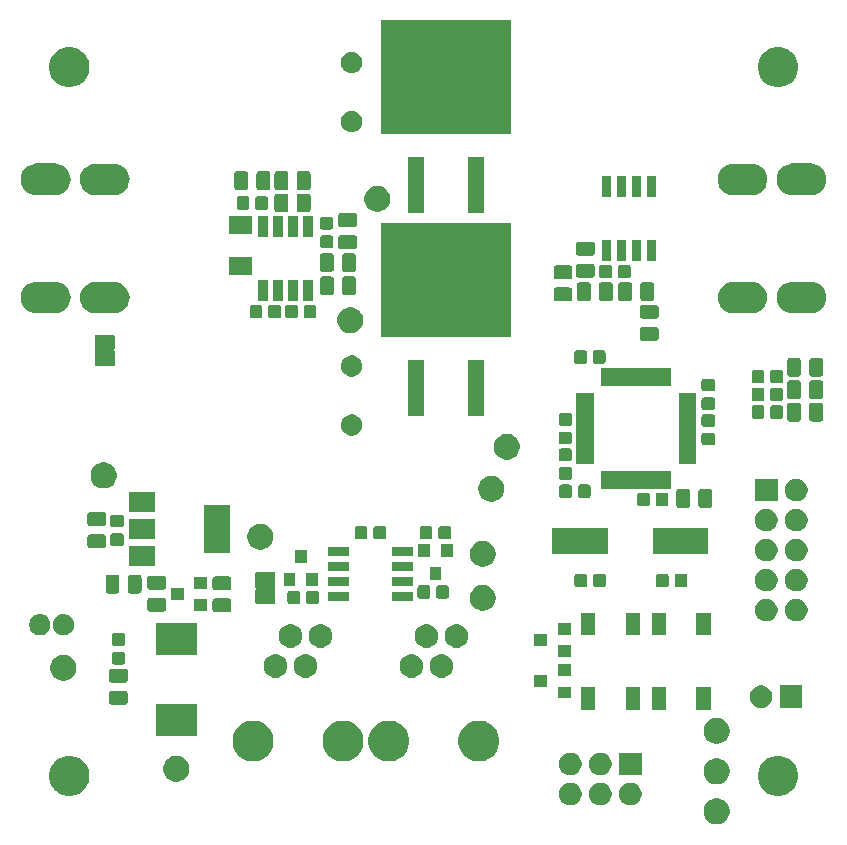
<source format=gts>
G04 #@! TF.GenerationSoftware,KiCad,Pcbnew,5.1.5-52549c5~84~ubuntu18.04.1*
G04 #@! TF.CreationDate,2020-03-12T11:48:39+01:00*
G04 #@! TF.ProjectId,MotorDriver,4d6f746f-7244-4726-9976-65722e6b6963,rev?*
G04 #@! TF.SameCoordinates,Original*
G04 #@! TF.FileFunction,Soldermask,Top*
G04 #@! TF.FilePolarity,Negative*
%FSLAX46Y46*%
G04 Gerber Fmt 4.6, Leading zero omitted, Abs format (unit mm)*
G04 Created by KiCad (PCBNEW 5.1.5-52549c5~84~ubuntu18.04.1) date 2020-03-12 11:48:39*
%MOMM*%
%LPD*%
G04 APERTURE LIST*
%ADD10C,0.100000*%
G04 APERTURE END LIST*
D10*
G36*
X160120856Y-137442272D02*
G01*
X160321048Y-137525194D01*
X160501208Y-137645573D01*
X160654427Y-137798792D01*
X160774806Y-137978952D01*
X160857728Y-138179144D01*
X160900000Y-138391657D01*
X160900000Y-138608343D01*
X160857728Y-138820856D01*
X160774806Y-139021048D01*
X160654427Y-139201208D01*
X160501208Y-139354427D01*
X160321048Y-139474806D01*
X160120856Y-139557728D01*
X159908343Y-139600000D01*
X159691657Y-139600000D01*
X159479144Y-139557728D01*
X159278952Y-139474806D01*
X159098792Y-139354427D01*
X158945573Y-139201208D01*
X158825194Y-139021048D01*
X158742272Y-138820856D01*
X158700000Y-138608343D01*
X158700000Y-138391657D01*
X158742272Y-138179144D01*
X158825194Y-137978952D01*
X158945573Y-137798792D01*
X159098792Y-137645573D01*
X159278952Y-137525194D01*
X159479144Y-137442272D01*
X159691657Y-137400000D01*
X159908343Y-137400000D01*
X160120856Y-137442272D01*
G37*
G36*
X152781072Y-136113431D02*
G01*
X152956436Y-136186069D01*
X153114259Y-136291523D01*
X153248477Y-136425741D01*
X153353931Y-136583564D01*
X153426569Y-136758928D01*
X153463600Y-136945094D01*
X153463600Y-137134906D01*
X153426569Y-137321072D01*
X153353931Y-137496436D01*
X153301204Y-137575348D01*
X153254280Y-137645575D01*
X153248477Y-137654259D01*
X153114259Y-137788477D01*
X152956436Y-137893931D01*
X152781072Y-137966569D01*
X152594906Y-138003600D01*
X152405094Y-138003600D01*
X152218928Y-137966569D01*
X152043564Y-137893931D01*
X151885741Y-137788477D01*
X151751523Y-137654259D01*
X151745721Y-137645575D01*
X151698796Y-137575347D01*
X151646069Y-137496436D01*
X151573431Y-137321072D01*
X151536400Y-137134906D01*
X151536400Y-136945094D01*
X151573431Y-136758928D01*
X151646069Y-136583564D01*
X151751523Y-136425741D01*
X151885741Y-136291523D01*
X152043564Y-136186069D01*
X152218928Y-136113431D01*
X152405094Y-136076400D01*
X152594906Y-136076400D01*
X152781072Y-136113431D01*
G37*
G36*
X147701072Y-136113431D02*
G01*
X147876436Y-136186069D01*
X148034259Y-136291523D01*
X148168477Y-136425741D01*
X148273931Y-136583564D01*
X148346569Y-136758928D01*
X148383600Y-136945094D01*
X148383600Y-137134906D01*
X148346569Y-137321072D01*
X148273931Y-137496436D01*
X148221204Y-137575348D01*
X148174280Y-137645575D01*
X148168477Y-137654259D01*
X148034259Y-137788477D01*
X147876436Y-137893931D01*
X147701072Y-137966569D01*
X147514906Y-138003600D01*
X147325094Y-138003600D01*
X147138928Y-137966569D01*
X146963564Y-137893931D01*
X146805741Y-137788477D01*
X146671523Y-137654259D01*
X146665721Y-137645575D01*
X146618796Y-137575347D01*
X146566069Y-137496436D01*
X146493431Y-137321072D01*
X146456400Y-137134906D01*
X146456400Y-136945094D01*
X146493431Y-136758928D01*
X146566069Y-136583564D01*
X146671523Y-136425741D01*
X146805741Y-136291523D01*
X146963564Y-136186069D01*
X147138928Y-136113431D01*
X147325094Y-136076400D01*
X147514906Y-136076400D01*
X147701072Y-136113431D01*
G37*
G36*
X150241072Y-136113431D02*
G01*
X150416436Y-136186069D01*
X150574259Y-136291523D01*
X150708477Y-136425741D01*
X150813931Y-136583564D01*
X150886569Y-136758928D01*
X150923600Y-136945094D01*
X150923600Y-137134906D01*
X150886569Y-137321072D01*
X150813931Y-137496436D01*
X150761204Y-137575348D01*
X150714280Y-137645575D01*
X150708477Y-137654259D01*
X150574259Y-137788477D01*
X150416436Y-137893931D01*
X150241072Y-137966569D01*
X150054906Y-138003600D01*
X149865094Y-138003600D01*
X149678928Y-137966569D01*
X149503564Y-137893931D01*
X149345741Y-137788477D01*
X149211523Y-137654259D01*
X149205721Y-137645575D01*
X149158796Y-137575347D01*
X149106069Y-137496436D01*
X149033431Y-137321072D01*
X148996400Y-137134906D01*
X148996400Y-136945094D01*
X149033431Y-136758928D01*
X149106069Y-136583564D01*
X149211523Y-136425741D01*
X149345741Y-136291523D01*
X149503564Y-136186069D01*
X149678928Y-136113431D01*
X149865094Y-136076400D01*
X150054906Y-136076400D01*
X150241072Y-136113431D01*
G37*
G36*
X165495872Y-133865330D02*
G01*
X165805252Y-133993479D01*
X166083687Y-134179523D01*
X166320477Y-134416313D01*
X166506521Y-134694748D01*
X166634670Y-135004128D01*
X166700000Y-135332565D01*
X166700000Y-135667435D01*
X166634670Y-135995872D01*
X166506521Y-136305252D01*
X166320477Y-136583687D01*
X166083687Y-136820477D01*
X165805252Y-137006521D01*
X165495872Y-137134670D01*
X165167435Y-137200000D01*
X164832565Y-137200000D01*
X164504128Y-137134670D01*
X164194748Y-137006521D01*
X163916313Y-136820477D01*
X163679523Y-136583687D01*
X163493479Y-136305252D01*
X163365330Y-135995872D01*
X163300000Y-135667435D01*
X163300000Y-135332565D01*
X163365330Y-135004128D01*
X163493479Y-134694748D01*
X163679523Y-134416313D01*
X163916313Y-134179523D01*
X164194748Y-133993479D01*
X164504128Y-133865330D01*
X164832565Y-133800000D01*
X165167435Y-133800000D01*
X165495872Y-133865330D01*
G37*
G36*
X105495872Y-133865330D02*
G01*
X105805252Y-133993479D01*
X106083687Y-134179523D01*
X106320477Y-134416313D01*
X106506521Y-134694748D01*
X106634670Y-135004128D01*
X106700000Y-135332565D01*
X106700000Y-135667435D01*
X106634670Y-135995872D01*
X106506521Y-136305252D01*
X106320477Y-136583687D01*
X106083687Y-136820477D01*
X105805252Y-137006521D01*
X105495872Y-137134670D01*
X105167435Y-137200000D01*
X104832565Y-137200000D01*
X104504128Y-137134670D01*
X104194748Y-137006521D01*
X103916313Y-136820477D01*
X103679523Y-136583687D01*
X103493479Y-136305252D01*
X103365330Y-135995872D01*
X103300000Y-135667435D01*
X103300000Y-135332565D01*
X103365330Y-135004128D01*
X103493479Y-134694748D01*
X103679523Y-134416313D01*
X103916313Y-134179523D01*
X104194748Y-133993479D01*
X104504128Y-133865330D01*
X104832565Y-133800000D01*
X105167435Y-133800000D01*
X105495872Y-133865330D01*
G37*
G36*
X160120856Y-134042272D02*
G01*
X160321048Y-134125194D01*
X160501208Y-134245573D01*
X160654427Y-134398792D01*
X160774806Y-134578952D01*
X160857728Y-134779144D01*
X160900000Y-134991657D01*
X160900000Y-135208343D01*
X160857728Y-135420856D01*
X160774806Y-135621048D01*
X160654427Y-135801208D01*
X160501208Y-135954427D01*
X160321048Y-136074806D01*
X160120856Y-136157728D01*
X159908343Y-136200000D01*
X159691657Y-136200000D01*
X159479144Y-136157728D01*
X159278952Y-136074806D01*
X159098792Y-135954427D01*
X158945573Y-135801208D01*
X158825194Y-135621048D01*
X158742272Y-135420856D01*
X158700000Y-135208343D01*
X158700000Y-134991657D01*
X158742272Y-134779144D01*
X158825194Y-134578952D01*
X158945573Y-134398792D01*
X159098792Y-134245573D01*
X159278952Y-134125194D01*
X159479144Y-134042272D01*
X159691657Y-134000000D01*
X159908343Y-134000000D01*
X160120856Y-134042272D01*
G37*
G36*
X114380856Y-133842272D02*
G01*
X114581048Y-133925194D01*
X114761208Y-134045573D01*
X114914427Y-134198792D01*
X115034806Y-134378952D01*
X115117728Y-134579144D01*
X115160000Y-134791657D01*
X115160000Y-135008343D01*
X115117728Y-135220856D01*
X115034806Y-135421048D01*
X114914427Y-135601208D01*
X114761208Y-135754427D01*
X114581048Y-135874806D01*
X114380856Y-135957728D01*
X114168343Y-136000000D01*
X113951657Y-136000000D01*
X113739144Y-135957728D01*
X113538952Y-135874806D01*
X113358792Y-135754427D01*
X113205573Y-135601208D01*
X113085194Y-135421048D01*
X113002272Y-135220856D01*
X112960000Y-135008343D01*
X112960000Y-134791657D01*
X113002272Y-134579144D01*
X113085194Y-134378952D01*
X113205573Y-134198792D01*
X113358792Y-134045573D01*
X113538952Y-133925194D01*
X113739144Y-133842272D01*
X113951657Y-133800000D01*
X114168343Y-133800000D01*
X114380856Y-133842272D01*
G37*
G36*
X153463600Y-135463600D02*
G01*
X151536400Y-135463600D01*
X151536400Y-133536400D01*
X153463600Y-133536400D01*
X153463600Y-135463600D01*
G37*
G36*
X147701072Y-133573431D02*
G01*
X147876436Y-133646069D01*
X147876437Y-133646070D01*
X148034258Y-133751522D01*
X148168478Y-133885742D01*
X148194838Y-133925193D01*
X148273931Y-134043564D01*
X148346569Y-134218928D01*
X148383600Y-134405094D01*
X148383600Y-134594906D01*
X148346569Y-134781072D01*
X148273931Y-134956436D01*
X148168477Y-135114259D01*
X148034259Y-135248477D01*
X147876436Y-135353931D01*
X147701072Y-135426569D01*
X147514906Y-135463600D01*
X147325094Y-135463600D01*
X147138928Y-135426569D01*
X146963564Y-135353931D01*
X146805741Y-135248477D01*
X146671523Y-135114259D01*
X146566069Y-134956436D01*
X146493431Y-134781072D01*
X146456400Y-134594906D01*
X146456400Y-134405094D01*
X146493431Y-134218928D01*
X146566069Y-134043564D01*
X146645162Y-133925193D01*
X146671522Y-133885742D01*
X146805742Y-133751522D01*
X146963563Y-133646070D01*
X146963564Y-133646069D01*
X147138928Y-133573431D01*
X147325094Y-133536400D01*
X147514906Y-133536400D01*
X147701072Y-133573431D01*
G37*
G36*
X150241072Y-133573431D02*
G01*
X150416436Y-133646069D01*
X150416437Y-133646070D01*
X150574258Y-133751522D01*
X150708478Y-133885742D01*
X150734838Y-133925193D01*
X150813931Y-134043564D01*
X150886569Y-134218928D01*
X150923600Y-134405094D01*
X150923600Y-134594906D01*
X150886569Y-134781072D01*
X150813931Y-134956436D01*
X150708477Y-135114259D01*
X150574259Y-135248477D01*
X150416436Y-135353931D01*
X150241072Y-135426569D01*
X150054906Y-135463600D01*
X149865094Y-135463600D01*
X149678928Y-135426569D01*
X149503564Y-135353931D01*
X149345741Y-135248477D01*
X149211523Y-135114259D01*
X149106069Y-134956436D01*
X149033431Y-134781072D01*
X148996400Y-134594906D01*
X148996400Y-134405094D01*
X149033431Y-134218928D01*
X149106069Y-134043564D01*
X149185162Y-133925193D01*
X149211522Y-133885742D01*
X149345742Y-133751522D01*
X149503563Y-133646070D01*
X149503564Y-133646069D01*
X149678928Y-133573431D01*
X149865094Y-133536400D01*
X150054906Y-133536400D01*
X150241072Y-133573431D01*
G37*
G36*
X121053164Y-130891290D02*
G01*
X121367094Y-131021324D01*
X121649624Y-131210105D01*
X121889895Y-131450376D01*
X122078676Y-131732906D01*
X122208710Y-132046836D01*
X122275000Y-132380102D01*
X122275000Y-132719898D01*
X122208710Y-133053164D01*
X122078676Y-133367094D01*
X121889895Y-133649624D01*
X121649624Y-133889895D01*
X121367094Y-134078676D01*
X121053164Y-134208710D01*
X120719898Y-134275000D01*
X120380102Y-134275000D01*
X120046836Y-134208710D01*
X119732906Y-134078676D01*
X119450376Y-133889895D01*
X119210105Y-133649624D01*
X119021324Y-133367094D01*
X118891290Y-133053164D01*
X118825000Y-132719898D01*
X118825000Y-132380102D01*
X118891290Y-132046836D01*
X119021324Y-131732906D01*
X119210105Y-131450376D01*
X119450376Y-131210105D01*
X119732906Y-131021324D01*
X120046836Y-130891290D01*
X120380102Y-130825000D01*
X120719898Y-130825000D01*
X121053164Y-130891290D01*
G37*
G36*
X128673164Y-130891290D02*
G01*
X128987094Y-131021324D01*
X129269624Y-131210105D01*
X129509895Y-131450376D01*
X129698676Y-131732906D01*
X129828710Y-132046836D01*
X129895000Y-132380102D01*
X129895000Y-132719898D01*
X129828710Y-133053164D01*
X129698676Y-133367094D01*
X129509895Y-133649624D01*
X129269624Y-133889895D01*
X128987094Y-134078676D01*
X128673164Y-134208710D01*
X128339898Y-134275000D01*
X128000102Y-134275000D01*
X127666836Y-134208710D01*
X127352906Y-134078676D01*
X127070376Y-133889895D01*
X126830105Y-133649624D01*
X126641324Y-133367094D01*
X126511290Y-133053164D01*
X126445000Y-132719898D01*
X126445000Y-132380102D01*
X126511290Y-132046836D01*
X126641324Y-131732906D01*
X126830105Y-131450376D01*
X127070376Y-131210105D01*
X127352906Y-131021324D01*
X127666836Y-130891290D01*
X128000102Y-130825000D01*
X128339898Y-130825000D01*
X128673164Y-130891290D01*
G37*
G36*
X132553164Y-130891290D02*
G01*
X132867094Y-131021324D01*
X133149624Y-131210105D01*
X133389895Y-131450376D01*
X133578676Y-131732906D01*
X133708710Y-132046836D01*
X133775000Y-132380102D01*
X133775000Y-132719898D01*
X133708710Y-133053164D01*
X133578676Y-133367094D01*
X133389895Y-133649624D01*
X133149624Y-133889895D01*
X132867094Y-134078676D01*
X132553164Y-134208710D01*
X132219898Y-134275000D01*
X131880102Y-134275000D01*
X131546836Y-134208710D01*
X131232906Y-134078676D01*
X130950376Y-133889895D01*
X130710105Y-133649624D01*
X130521324Y-133367094D01*
X130391290Y-133053164D01*
X130325000Y-132719898D01*
X130325000Y-132380102D01*
X130391290Y-132046836D01*
X130521324Y-131732906D01*
X130710105Y-131450376D01*
X130950376Y-131210105D01*
X131232906Y-131021324D01*
X131546836Y-130891290D01*
X131880102Y-130825000D01*
X132219898Y-130825000D01*
X132553164Y-130891290D01*
G37*
G36*
X140173164Y-130891290D02*
G01*
X140487094Y-131021324D01*
X140769624Y-131210105D01*
X141009895Y-131450376D01*
X141198676Y-131732906D01*
X141328710Y-132046836D01*
X141395000Y-132380102D01*
X141395000Y-132719898D01*
X141328710Y-133053164D01*
X141198676Y-133367094D01*
X141009895Y-133649624D01*
X140769624Y-133889895D01*
X140487094Y-134078676D01*
X140173164Y-134208710D01*
X139839898Y-134275000D01*
X139500102Y-134275000D01*
X139166836Y-134208710D01*
X138852906Y-134078676D01*
X138570376Y-133889895D01*
X138330105Y-133649624D01*
X138141324Y-133367094D01*
X138011290Y-133053164D01*
X137945000Y-132719898D01*
X137945000Y-132380102D01*
X138011290Y-132046836D01*
X138141324Y-131732906D01*
X138330105Y-131450376D01*
X138570376Y-131210105D01*
X138852906Y-131021324D01*
X139166836Y-130891290D01*
X139500102Y-130825000D01*
X139839898Y-130825000D01*
X140173164Y-130891290D01*
G37*
G36*
X160120856Y-130642272D02*
G01*
X160321048Y-130725194D01*
X160501208Y-130845573D01*
X160654427Y-130998792D01*
X160774806Y-131178952D01*
X160857728Y-131379144D01*
X160900000Y-131591657D01*
X160900000Y-131808343D01*
X160857728Y-132020856D01*
X160774806Y-132221048D01*
X160654427Y-132401208D01*
X160501208Y-132554427D01*
X160321048Y-132674806D01*
X160120856Y-132757728D01*
X159908343Y-132800000D01*
X159691657Y-132800000D01*
X159479144Y-132757728D01*
X159278952Y-132674806D01*
X159098792Y-132554427D01*
X158945573Y-132401208D01*
X158825194Y-132221048D01*
X158742272Y-132020856D01*
X158700000Y-131808343D01*
X158700000Y-131591657D01*
X158742272Y-131379144D01*
X158825194Y-131178952D01*
X158945573Y-130998792D01*
X159098792Y-130845573D01*
X159278952Y-130725194D01*
X159479144Y-130642272D01*
X159691657Y-130600000D01*
X159908343Y-130600000D01*
X160120856Y-130642272D01*
G37*
G36*
X115810000Y-132100000D02*
G01*
X112310000Y-132100000D01*
X112310000Y-129400000D01*
X115810000Y-129400000D01*
X115810000Y-132100000D01*
G37*
G36*
X155500000Y-129900000D02*
G01*
X154300000Y-129900000D01*
X154300000Y-128000000D01*
X155500000Y-128000000D01*
X155500000Y-129900000D01*
G37*
G36*
X149500000Y-129900000D02*
G01*
X148300000Y-129900000D01*
X148300000Y-128000000D01*
X149500000Y-128000000D01*
X149500000Y-129900000D01*
G37*
G36*
X153300000Y-129900000D02*
G01*
X152100000Y-129900000D01*
X152100000Y-128000000D01*
X153300000Y-128000000D01*
X153300000Y-129900000D01*
G37*
G36*
X159300000Y-129900000D02*
G01*
X158100000Y-129900000D01*
X158100000Y-128000000D01*
X159300000Y-128000000D01*
X159300000Y-129900000D01*
G37*
G36*
X167050000Y-129750000D02*
G01*
X165150000Y-129750000D01*
X165150000Y-127850000D01*
X167050000Y-127850000D01*
X167050000Y-129750000D01*
G37*
G36*
X163837105Y-127886508D02*
G01*
X164009994Y-127958121D01*
X164165590Y-128062087D01*
X164297913Y-128194410D01*
X164401879Y-128350006D01*
X164473492Y-128522895D01*
X164510000Y-128706433D01*
X164510000Y-128893567D01*
X164473492Y-129077105D01*
X164401879Y-129249994D01*
X164297913Y-129405590D01*
X164165590Y-129537913D01*
X164009994Y-129641879D01*
X163837105Y-129713492D01*
X163653567Y-129750000D01*
X163466433Y-129750000D01*
X163282895Y-129713492D01*
X163110006Y-129641879D01*
X162954410Y-129537913D01*
X162822087Y-129405590D01*
X162718121Y-129249994D01*
X162646508Y-129077105D01*
X162610000Y-128893567D01*
X162610000Y-128706433D01*
X162646508Y-128522895D01*
X162718121Y-128350006D01*
X162822087Y-128194410D01*
X162954410Y-128062087D01*
X163110006Y-127958121D01*
X163282895Y-127886508D01*
X163466433Y-127850000D01*
X163653567Y-127850000D01*
X163837105Y-127886508D01*
G37*
G36*
X109763708Y-128305158D02*
G01*
X109809345Y-128319001D01*
X109851400Y-128341480D01*
X109888265Y-128371735D01*
X109918520Y-128408600D01*
X109940999Y-128450655D01*
X109954842Y-128496292D01*
X109960000Y-128548658D01*
X109960000Y-129226342D01*
X109954842Y-129278708D01*
X109940999Y-129324345D01*
X109918520Y-129366400D01*
X109888265Y-129403265D01*
X109851400Y-129433520D01*
X109809345Y-129455999D01*
X109763708Y-129469842D01*
X109711342Y-129475000D01*
X108608658Y-129475000D01*
X108556292Y-129469842D01*
X108510655Y-129455999D01*
X108468600Y-129433520D01*
X108431735Y-129403265D01*
X108401480Y-129366400D01*
X108379001Y-129324345D01*
X108365158Y-129278708D01*
X108360000Y-129226342D01*
X108360000Y-128548658D01*
X108365158Y-128496292D01*
X108379001Y-128450655D01*
X108401480Y-128408600D01*
X108431735Y-128371735D01*
X108468600Y-128341480D01*
X108510655Y-128319001D01*
X108556292Y-128305158D01*
X108608658Y-128300000D01*
X109711342Y-128300000D01*
X109763708Y-128305158D01*
G37*
G36*
X147450000Y-128950000D02*
G01*
X146350000Y-128950000D01*
X146350000Y-127950000D01*
X147450000Y-127950000D01*
X147450000Y-128950000D01*
G37*
G36*
X145450000Y-128000000D02*
G01*
X144350000Y-128000000D01*
X144350000Y-127000000D01*
X145450000Y-127000000D01*
X145450000Y-128000000D01*
G37*
G36*
X109763708Y-126430158D02*
G01*
X109809345Y-126444001D01*
X109851400Y-126466480D01*
X109888265Y-126496735D01*
X109918520Y-126533600D01*
X109940999Y-126575655D01*
X109954842Y-126621292D01*
X109960000Y-126673658D01*
X109960000Y-127351342D01*
X109954842Y-127403708D01*
X109940999Y-127449345D01*
X109918520Y-127491400D01*
X109888265Y-127528265D01*
X109851400Y-127558520D01*
X109809345Y-127580999D01*
X109763708Y-127594842D01*
X109711342Y-127600000D01*
X108608658Y-127600000D01*
X108556292Y-127594842D01*
X108510655Y-127580999D01*
X108468600Y-127558520D01*
X108431735Y-127528265D01*
X108401480Y-127491400D01*
X108379001Y-127449345D01*
X108365158Y-127403708D01*
X108360000Y-127351342D01*
X108360000Y-126673658D01*
X108365158Y-126621292D01*
X108379001Y-126575655D01*
X108401480Y-126533600D01*
X108431735Y-126496735D01*
X108468600Y-126466480D01*
X108510655Y-126444001D01*
X108556292Y-126430158D01*
X108608658Y-126425000D01*
X109711342Y-126425000D01*
X109763708Y-126430158D01*
G37*
G36*
X104820856Y-125292272D02*
G01*
X105021048Y-125375194D01*
X105201208Y-125495573D01*
X105354427Y-125648792D01*
X105474806Y-125828952D01*
X105557728Y-126029144D01*
X105600000Y-126241657D01*
X105600000Y-126458343D01*
X105557728Y-126670856D01*
X105474806Y-126871048D01*
X105354427Y-127051208D01*
X105201208Y-127204427D01*
X105021048Y-127324806D01*
X104820856Y-127407728D01*
X104608343Y-127450000D01*
X104391657Y-127450000D01*
X104179144Y-127407728D01*
X103978952Y-127324806D01*
X103798792Y-127204427D01*
X103645573Y-127051208D01*
X103525194Y-126871048D01*
X103442272Y-126670856D01*
X103400000Y-126458343D01*
X103400000Y-126241657D01*
X103442272Y-126029144D01*
X103525194Y-125828952D01*
X103645573Y-125648792D01*
X103798792Y-125495573D01*
X103978952Y-125375194D01*
X104179144Y-125292272D01*
X104391657Y-125250000D01*
X104608343Y-125250000D01*
X104820856Y-125292272D01*
G37*
G36*
X122640533Y-125216319D02*
G01*
X122751689Y-125238429D01*
X122933678Y-125313811D01*
X123097463Y-125423249D01*
X123236751Y-125562537D01*
X123346189Y-125726322D01*
X123421571Y-125908311D01*
X123421571Y-125908313D01*
X123451327Y-126057903D01*
X123460000Y-126101509D01*
X123460000Y-126298491D01*
X123421571Y-126491689D01*
X123346189Y-126673678D01*
X123236751Y-126837463D01*
X123097463Y-126976751D01*
X122933678Y-127086189D01*
X122751689Y-127161571D01*
X122655090Y-127180785D01*
X122558493Y-127200000D01*
X122361507Y-127200000D01*
X122264910Y-127180785D01*
X122168311Y-127161571D01*
X121986322Y-127086189D01*
X121822537Y-126976751D01*
X121683249Y-126837463D01*
X121573811Y-126673678D01*
X121498429Y-126491689D01*
X121460000Y-126298491D01*
X121460000Y-126101509D01*
X121468674Y-126057903D01*
X121498429Y-125908313D01*
X121498429Y-125908311D01*
X121573811Y-125726322D01*
X121683249Y-125562537D01*
X121822537Y-125423249D01*
X121986322Y-125313811D01*
X122168311Y-125238429D01*
X122279467Y-125216319D01*
X122361507Y-125200000D01*
X122558493Y-125200000D01*
X122640533Y-125216319D01*
G37*
G36*
X136680533Y-125216319D02*
G01*
X136791689Y-125238429D01*
X136973678Y-125313811D01*
X137137463Y-125423249D01*
X137276751Y-125562537D01*
X137386189Y-125726322D01*
X137461571Y-125908311D01*
X137461571Y-125908313D01*
X137491327Y-126057903D01*
X137500000Y-126101509D01*
X137500000Y-126298491D01*
X137461571Y-126491689D01*
X137386189Y-126673678D01*
X137276751Y-126837463D01*
X137137463Y-126976751D01*
X136973678Y-127086189D01*
X136791689Y-127161571D01*
X136695090Y-127180785D01*
X136598493Y-127200000D01*
X136401507Y-127200000D01*
X136304910Y-127180785D01*
X136208311Y-127161571D01*
X136026322Y-127086189D01*
X135862537Y-126976751D01*
X135723249Y-126837463D01*
X135613811Y-126673678D01*
X135538429Y-126491689D01*
X135500000Y-126298491D01*
X135500000Y-126101509D01*
X135508674Y-126057903D01*
X135538429Y-125908313D01*
X135538429Y-125908311D01*
X135613811Y-125726322D01*
X135723249Y-125562537D01*
X135862537Y-125423249D01*
X136026322Y-125313811D01*
X136208311Y-125238429D01*
X136319467Y-125216319D01*
X136401507Y-125200000D01*
X136598493Y-125200000D01*
X136680533Y-125216319D01*
G37*
G36*
X125180533Y-125216319D02*
G01*
X125291689Y-125238429D01*
X125473678Y-125313811D01*
X125637463Y-125423249D01*
X125776751Y-125562537D01*
X125886189Y-125726322D01*
X125961571Y-125908311D01*
X125961571Y-125908313D01*
X125991327Y-126057903D01*
X126000000Y-126101509D01*
X126000000Y-126298491D01*
X125961571Y-126491689D01*
X125886189Y-126673678D01*
X125776751Y-126837463D01*
X125637463Y-126976751D01*
X125473678Y-127086189D01*
X125291689Y-127161571D01*
X125195090Y-127180785D01*
X125098493Y-127200000D01*
X124901507Y-127200000D01*
X124804910Y-127180785D01*
X124708311Y-127161571D01*
X124526322Y-127086189D01*
X124362537Y-126976751D01*
X124223249Y-126837463D01*
X124113811Y-126673678D01*
X124038429Y-126491689D01*
X124000000Y-126298491D01*
X124000000Y-126101509D01*
X124008674Y-126057903D01*
X124038429Y-125908313D01*
X124038429Y-125908311D01*
X124113811Y-125726322D01*
X124223249Y-125562537D01*
X124362537Y-125423249D01*
X124526322Y-125313811D01*
X124708311Y-125238429D01*
X124819467Y-125216319D01*
X124901507Y-125200000D01*
X125098493Y-125200000D01*
X125180533Y-125216319D01*
G37*
G36*
X134140533Y-125216319D02*
G01*
X134251689Y-125238429D01*
X134433678Y-125313811D01*
X134597463Y-125423249D01*
X134736751Y-125562537D01*
X134846189Y-125726322D01*
X134921571Y-125908311D01*
X134921571Y-125908313D01*
X134951327Y-126057903D01*
X134960000Y-126101509D01*
X134960000Y-126298491D01*
X134921571Y-126491689D01*
X134846189Y-126673678D01*
X134736751Y-126837463D01*
X134597463Y-126976751D01*
X134433678Y-127086189D01*
X134251689Y-127161571D01*
X134155090Y-127180785D01*
X134058493Y-127200000D01*
X133861507Y-127200000D01*
X133764910Y-127180785D01*
X133668311Y-127161571D01*
X133486322Y-127086189D01*
X133322537Y-126976751D01*
X133183249Y-126837463D01*
X133073811Y-126673678D01*
X132998429Y-126491689D01*
X132960000Y-126298491D01*
X132960000Y-126101509D01*
X132968674Y-126057903D01*
X132998429Y-125908313D01*
X132998429Y-125908311D01*
X133073811Y-125726322D01*
X133183249Y-125562537D01*
X133322537Y-125423249D01*
X133486322Y-125313811D01*
X133668311Y-125238429D01*
X133779467Y-125216319D01*
X133861507Y-125200000D01*
X134058493Y-125200000D01*
X134140533Y-125216319D01*
G37*
G36*
X147450000Y-127050000D02*
G01*
X146350000Y-127050000D01*
X146350000Y-126050000D01*
X147450000Y-126050000D01*
X147450000Y-127050000D01*
G37*
G36*
X109558832Y-125004678D02*
G01*
X109599774Y-125017097D01*
X109637512Y-125037269D01*
X109670588Y-125064412D01*
X109697731Y-125097488D01*
X109717903Y-125135226D01*
X109730322Y-125176168D01*
X109735000Y-125223658D01*
X109735000Y-125851342D01*
X109730322Y-125898832D01*
X109717903Y-125939774D01*
X109697731Y-125977512D01*
X109670588Y-126010588D01*
X109637512Y-126037731D01*
X109599774Y-126057903D01*
X109558832Y-126070322D01*
X109511342Y-126075000D01*
X108808658Y-126075000D01*
X108761168Y-126070322D01*
X108720226Y-126057903D01*
X108682488Y-126037731D01*
X108649412Y-126010588D01*
X108622269Y-125977512D01*
X108602097Y-125939774D01*
X108589678Y-125898832D01*
X108585000Y-125851342D01*
X108585000Y-125223658D01*
X108589678Y-125176168D01*
X108602097Y-125135226D01*
X108622269Y-125097488D01*
X108649412Y-125064412D01*
X108682488Y-125037269D01*
X108720226Y-125017097D01*
X108761168Y-125004678D01*
X108808658Y-125000000D01*
X109511342Y-125000000D01*
X109558832Y-125004678D01*
G37*
G36*
X147450000Y-125450000D02*
G01*
X146350000Y-125450000D01*
X146350000Y-124450000D01*
X147450000Y-124450000D01*
X147450000Y-125450000D01*
G37*
G36*
X115810000Y-125300000D02*
G01*
X112310000Y-125300000D01*
X112310000Y-122600000D01*
X115810000Y-122600000D01*
X115810000Y-125300000D01*
G37*
G36*
X137965090Y-122679214D02*
G01*
X138061689Y-122698429D01*
X138243678Y-122773811D01*
X138407463Y-122883249D01*
X138546751Y-123022537D01*
X138656189Y-123186322D01*
X138731571Y-123368311D01*
X138743874Y-123430164D01*
X138762239Y-123522488D01*
X138770000Y-123561509D01*
X138770000Y-123758491D01*
X138731571Y-123951689D01*
X138656189Y-124133678D01*
X138546751Y-124297463D01*
X138407463Y-124436751D01*
X138243678Y-124546189D01*
X138061689Y-124621571D01*
X137965090Y-124640785D01*
X137868493Y-124660000D01*
X137671507Y-124660000D01*
X137574910Y-124640785D01*
X137478311Y-124621571D01*
X137296322Y-124546189D01*
X137132537Y-124436751D01*
X136993249Y-124297463D01*
X136883811Y-124133678D01*
X136808429Y-123951689D01*
X136770000Y-123758491D01*
X136770000Y-123561509D01*
X136777762Y-123522488D01*
X136796126Y-123430164D01*
X136808429Y-123368311D01*
X136883811Y-123186322D01*
X136993249Y-123022537D01*
X137132537Y-122883249D01*
X137296322Y-122773811D01*
X137478311Y-122698429D01*
X137574910Y-122679214D01*
X137671507Y-122660000D01*
X137868493Y-122660000D01*
X137965090Y-122679214D01*
G37*
G36*
X135425090Y-122679214D02*
G01*
X135521689Y-122698429D01*
X135703678Y-122773811D01*
X135867463Y-122883249D01*
X136006751Y-123022537D01*
X136116189Y-123186322D01*
X136191571Y-123368311D01*
X136203874Y-123430164D01*
X136222239Y-123522488D01*
X136230000Y-123561509D01*
X136230000Y-123758491D01*
X136191571Y-123951689D01*
X136116189Y-124133678D01*
X136006751Y-124297463D01*
X135867463Y-124436751D01*
X135703678Y-124546189D01*
X135521689Y-124621571D01*
X135425090Y-124640785D01*
X135328493Y-124660000D01*
X135131507Y-124660000D01*
X135034910Y-124640785D01*
X134938311Y-124621571D01*
X134756322Y-124546189D01*
X134592537Y-124436751D01*
X134453249Y-124297463D01*
X134343811Y-124133678D01*
X134268429Y-123951689D01*
X134230000Y-123758491D01*
X134230000Y-123561509D01*
X134237762Y-123522488D01*
X134256126Y-123430164D01*
X134268429Y-123368311D01*
X134343811Y-123186322D01*
X134453249Y-123022537D01*
X134592537Y-122883249D01*
X134756322Y-122773811D01*
X134938311Y-122698429D01*
X135034910Y-122679214D01*
X135131507Y-122660000D01*
X135328493Y-122660000D01*
X135425090Y-122679214D01*
G37*
G36*
X126465090Y-122679214D02*
G01*
X126561689Y-122698429D01*
X126743678Y-122773811D01*
X126907463Y-122883249D01*
X127046751Y-123022537D01*
X127156189Y-123186322D01*
X127231571Y-123368311D01*
X127243874Y-123430164D01*
X127262239Y-123522488D01*
X127270000Y-123561509D01*
X127270000Y-123758491D01*
X127231571Y-123951689D01*
X127156189Y-124133678D01*
X127046751Y-124297463D01*
X126907463Y-124436751D01*
X126743678Y-124546189D01*
X126561689Y-124621571D01*
X126465090Y-124640785D01*
X126368493Y-124660000D01*
X126171507Y-124660000D01*
X126074910Y-124640785D01*
X125978311Y-124621571D01*
X125796322Y-124546189D01*
X125632537Y-124436751D01*
X125493249Y-124297463D01*
X125383811Y-124133678D01*
X125308429Y-123951689D01*
X125270000Y-123758491D01*
X125270000Y-123561509D01*
X125277762Y-123522488D01*
X125296126Y-123430164D01*
X125308429Y-123368311D01*
X125383811Y-123186322D01*
X125493249Y-123022537D01*
X125632537Y-122883249D01*
X125796322Y-122773811D01*
X125978311Y-122698429D01*
X126074910Y-122679214D01*
X126171507Y-122660000D01*
X126368493Y-122660000D01*
X126465090Y-122679214D01*
G37*
G36*
X123925090Y-122679214D02*
G01*
X124021689Y-122698429D01*
X124203678Y-122773811D01*
X124367463Y-122883249D01*
X124506751Y-123022537D01*
X124616189Y-123186322D01*
X124691571Y-123368311D01*
X124703874Y-123430164D01*
X124722239Y-123522488D01*
X124730000Y-123561509D01*
X124730000Y-123758491D01*
X124691571Y-123951689D01*
X124616189Y-124133678D01*
X124506751Y-124297463D01*
X124367463Y-124436751D01*
X124203678Y-124546189D01*
X124021689Y-124621571D01*
X123925090Y-124640785D01*
X123828493Y-124660000D01*
X123631507Y-124660000D01*
X123534910Y-124640785D01*
X123438311Y-124621571D01*
X123256322Y-124546189D01*
X123092537Y-124436751D01*
X122953249Y-124297463D01*
X122843811Y-124133678D01*
X122768429Y-123951689D01*
X122730000Y-123758491D01*
X122730000Y-123561509D01*
X122737762Y-123522488D01*
X122756126Y-123430164D01*
X122768429Y-123368311D01*
X122843811Y-123186322D01*
X122953249Y-123022537D01*
X123092537Y-122883249D01*
X123256322Y-122773811D01*
X123438311Y-122698429D01*
X123534910Y-122679214D01*
X123631507Y-122660000D01*
X123828493Y-122660000D01*
X123925090Y-122679214D01*
G37*
G36*
X145450000Y-124500000D02*
G01*
X144350000Y-124500000D01*
X144350000Y-123500000D01*
X145450000Y-123500000D01*
X145450000Y-124500000D01*
G37*
G36*
X109558832Y-123429678D02*
G01*
X109599774Y-123442097D01*
X109637512Y-123462269D01*
X109670588Y-123489412D01*
X109697731Y-123522488D01*
X109717903Y-123560226D01*
X109730322Y-123601168D01*
X109735000Y-123648658D01*
X109735000Y-124276342D01*
X109730322Y-124323832D01*
X109717903Y-124364774D01*
X109697731Y-124402512D01*
X109670588Y-124435588D01*
X109637512Y-124462731D01*
X109599774Y-124482903D01*
X109558832Y-124495322D01*
X109511342Y-124500000D01*
X108808658Y-124500000D01*
X108761168Y-124495322D01*
X108720226Y-124482903D01*
X108682488Y-124462731D01*
X108649412Y-124435588D01*
X108622269Y-124402512D01*
X108602097Y-124364774D01*
X108589678Y-124323832D01*
X108585000Y-124276342D01*
X108585000Y-123648658D01*
X108589678Y-123601168D01*
X108602097Y-123560226D01*
X108622269Y-123522488D01*
X108649412Y-123489412D01*
X108682488Y-123462269D01*
X108720226Y-123442097D01*
X108761168Y-123429678D01*
X108808658Y-123425000D01*
X109511342Y-123425000D01*
X109558832Y-123429678D01*
G37*
G36*
X104762520Y-121834586D02*
G01*
X104762522Y-121834587D01*
X104762523Y-121834587D01*
X104823025Y-121859648D01*
X104926310Y-121902430D01*
X105073717Y-122000924D01*
X105199076Y-122126283D01*
X105297570Y-122273690D01*
X105365414Y-122437480D01*
X105400000Y-122611358D01*
X105400000Y-122788642D01*
X105365414Y-122962520D01*
X105297570Y-123126310D01*
X105199076Y-123273717D01*
X105073717Y-123399076D01*
X104926310Y-123497570D01*
X104823025Y-123540352D01*
X104762523Y-123565413D01*
X104762522Y-123565413D01*
X104762520Y-123565414D01*
X104588642Y-123600000D01*
X104411358Y-123600000D01*
X104237480Y-123565414D01*
X104237478Y-123565413D01*
X104237477Y-123565413D01*
X104176975Y-123540352D01*
X104073690Y-123497570D01*
X103926283Y-123399076D01*
X103800924Y-123273717D01*
X103702430Y-123126310D01*
X103634586Y-122962520D01*
X103600000Y-122788642D01*
X103600000Y-122611358D01*
X103634586Y-122437480D01*
X103702430Y-122273690D01*
X103800924Y-122126283D01*
X103926283Y-122000924D01*
X104073690Y-121902430D01*
X104176975Y-121859648D01*
X104237477Y-121834587D01*
X104237478Y-121834587D01*
X104237480Y-121834586D01*
X104411358Y-121800000D01*
X104588642Y-121800000D01*
X104762520Y-121834586D01*
G37*
G36*
X102762520Y-121834586D02*
G01*
X102762522Y-121834587D01*
X102762523Y-121834587D01*
X102823025Y-121859648D01*
X102926310Y-121902430D01*
X103073717Y-122000924D01*
X103199076Y-122126283D01*
X103297570Y-122273690D01*
X103365414Y-122437480D01*
X103400000Y-122611358D01*
X103400000Y-122788642D01*
X103365414Y-122962520D01*
X103297570Y-123126310D01*
X103199076Y-123273717D01*
X103073717Y-123399076D01*
X102926310Y-123497570D01*
X102823025Y-123540352D01*
X102762523Y-123565413D01*
X102762522Y-123565413D01*
X102762520Y-123565414D01*
X102588642Y-123600000D01*
X102411358Y-123600000D01*
X102237480Y-123565414D01*
X102237478Y-123565413D01*
X102237477Y-123565413D01*
X102176975Y-123540352D01*
X102073690Y-123497570D01*
X101926283Y-123399076D01*
X101800924Y-123273717D01*
X101702430Y-123126310D01*
X101634586Y-122962520D01*
X101600000Y-122788642D01*
X101600000Y-122611358D01*
X101634586Y-122437480D01*
X101702430Y-122273690D01*
X101800924Y-122126283D01*
X101926283Y-122000924D01*
X102073690Y-121902430D01*
X102176975Y-121859648D01*
X102237477Y-121834587D01*
X102237478Y-121834587D01*
X102237480Y-121834586D01*
X102411358Y-121800000D01*
X102588642Y-121800000D01*
X102762520Y-121834586D01*
G37*
G36*
X153300000Y-123600000D02*
G01*
X152100000Y-123600000D01*
X152100000Y-121700000D01*
X153300000Y-121700000D01*
X153300000Y-123600000D01*
G37*
G36*
X149500000Y-123600000D02*
G01*
X148300000Y-123600000D01*
X148300000Y-121700000D01*
X149500000Y-121700000D01*
X149500000Y-123600000D01*
G37*
G36*
X159300000Y-123600000D02*
G01*
X158100000Y-123600000D01*
X158100000Y-121700000D01*
X159300000Y-121700000D01*
X159300000Y-123600000D01*
G37*
G36*
X155500000Y-123600000D02*
G01*
X154300000Y-123600000D01*
X154300000Y-121700000D01*
X155500000Y-121700000D01*
X155500000Y-123600000D01*
G37*
G36*
X147450000Y-123550000D02*
G01*
X146350000Y-123550000D01*
X146350000Y-122550000D01*
X147450000Y-122550000D01*
X147450000Y-123550000D01*
G37*
G36*
X164281072Y-120533431D02*
G01*
X164456436Y-120606069D01*
X164456437Y-120606070D01*
X164614258Y-120711522D01*
X164748478Y-120845742D01*
X164790444Y-120908549D01*
X164853931Y-121003564D01*
X164926569Y-121178928D01*
X164963600Y-121365094D01*
X164963600Y-121554906D01*
X164926569Y-121741072D01*
X164853931Y-121916436D01*
X164748477Y-122074259D01*
X164614259Y-122208477D01*
X164456436Y-122313931D01*
X164281072Y-122386569D01*
X164094906Y-122423600D01*
X163905094Y-122423600D01*
X163718928Y-122386569D01*
X163543564Y-122313931D01*
X163385741Y-122208477D01*
X163251523Y-122074259D01*
X163146069Y-121916436D01*
X163073431Y-121741072D01*
X163036400Y-121554906D01*
X163036400Y-121365094D01*
X163073431Y-121178928D01*
X163146069Y-121003564D01*
X163209556Y-120908549D01*
X163251522Y-120845742D01*
X163385742Y-120711522D01*
X163543563Y-120606070D01*
X163543564Y-120606069D01*
X163718928Y-120533431D01*
X163905094Y-120496400D01*
X164094906Y-120496400D01*
X164281072Y-120533431D01*
G37*
G36*
X166821072Y-120533431D02*
G01*
X166996436Y-120606069D01*
X166996437Y-120606070D01*
X167154258Y-120711522D01*
X167288478Y-120845742D01*
X167330444Y-120908549D01*
X167393931Y-121003564D01*
X167466569Y-121178928D01*
X167503600Y-121365094D01*
X167503600Y-121554906D01*
X167466569Y-121741072D01*
X167393931Y-121916436D01*
X167288477Y-122074259D01*
X167154259Y-122208477D01*
X166996436Y-122313931D01*
X166821072Y-122386569D01*
X166634906Y-122423600D01*
X166445094Y-122423600D01*
X166258928Y-122386569D01*
X166083564Y-122313931D01*
X165925741Y-122208477D01*
X165791523Y-122074259D01*
X165686069Y-121916436D01*
X165613431Y-121741072D01*
X165576400Y-121554906D01*
X165576400Y-121365094D01*
X165613431Y-121178928D01*
X165686069Y-121003564D01*
X165749556Y-120908549D01*
X165791522Y-120845742D01*
X165925742Y-120711522D01*
X166083563Y-120606070D01*
X166083564Y-120606069D01*
X166258928Y-120533431D01*
X166445094Y-120496400D01*
X166634906Y-120496400D01*
X166821072Y-120533431D01*
G37*
G36*
X118530108Y-120483558D02*
G01*
X118575745Y-120497401D01*
X118617800Y-120519880D01*
X118654665Y-120550135D01*
X118684920Y-120587000D01*
X118707399Y-120629055D01*
X118721242Y-120674692D01*
X118726400Y-120727058D01*
X118726400Y-121404742D01*
X118721242Y-121457108D01*
X118707399Y-121502745D01*
X118684920Y-121544800D01*
X118654665Y-121581665D01*
X118617800Y-121611920D01*
X118575745Y-121634399D01*
X118530108Y-121648242D01*
X118477742Y-121653400D01*
X117375058Y-121653400D01*
X117322692Y-121648242D01*
X117277055Y-121634399D01*
X117235000Y-121611920D01*
X117198135Y-121581665D01*
X117167880Y-121544800D01*
X117145401Y-121502745D01*
X117131558Y-121457108D01*
X117126400Y-121404742D01*
X117126400Y-120727058D01*
X117131558Y-120674692D01*
X117145401Y-120629055D01*
X117167880Y-120587000D01*
X117198135Y-120550135D01*
X117235000Y-120519880D01*
X117277055Y-120497401D01*
X117322692Y-120483558D01*
X117375058Y-120478400D01*
X118477742Y-120478400D01*
X118530108Y-120483558D01*
G37*
G36*
X112992908Y-120432758D02*
G01*
X113038545Y-120446601D01*
X113080600Y-120469080D01*
X113117465Y-120499335D01*
X113147720Y-120536200D01*
X113170199Y-120578255D01*
X113184042Y-120623892D01*
X113189200Y-120676258D01*
X113189200Y-121353942D01*
X113184042Y-121406308D01*
X113170199Y-121451945D01*
X113147720Y-121494000D01*
X113117465Y-121530865D01*
X113080600Y-121561120D01*
X113038545Y-121583599D01*
X112992908Y-121597442D01*
X112940542Y-121602600D01*
X111837858Y-121602600D01*
X111785492Y-121597442D01*
X111739855Y-121583599D01*
X111697800Y-121561120D01*
X111660935Y-121530865D01*
X111630680Y-121494000D01*
X111608201Y-121451945D01*
X111594358Y-121406308D01*
X111589200Y-121353942D01*
X111589200Y-120676258D01*
X111594358Y-120623892D01*
X111608201Y-120578255D01*
X111630680Y-120536200D01*
X111660935Y-120499335D01*
X111697800Y-120469080D01*
X111739855Y-120446601D01*
X111785492Y-120432758D01*
X111837858Y-120427600D01*
X112940542Y-120427600D01*
X112992908Y-120432758D01*
G37*
G36*
X116687500Y-121550000D02*
G01*
X115587500Y-121550000D01*
X115587500Y-120550000D01*
X116687500Y-120550000D01*
X116687500Y-121550000D01*
G37*
G36*
X140320856Y-119375472D02*
G01*
X140521048Y-119458394D01*
X140701208Y-119578773D01*
X140854427Y-119731992D01*
X140974806Y-119912152D01*
X141057728Y-120112344D01*
X141100000Y-120324857D01*
X141100000Y-120541543D01*
X141057728Y-120754056D01*
X140974806Y-120954248D01*
X140854427Y-121134408D01*
X140701208Y-121287627D01*
X140521048Y-121408006D01*
X140320856Y-121490928D01*
X140108343Y-121533200D01*
X139891657Y-121533200D01*
X139679144Y-121490928D01*
X139478952Y-121408006D01*
X139298792Y-121287627D01*
X139145573Y-121134408D01*
X139025194Y-120954248D01*
X138942272Y-120754056D01*
X138900000Y-120541543D01*
X138900000Y-120324857D01*
X138942272Y-120112344D01*
X139025194Y-119912152D01*
X139145573Y-119731992D01*
X139298792Y-119578773D01*
X139478952Y-119458394D01*
X139679144Y-119375472D01*
X139891657Y-119333200D01*
X140108343Y-119333200D01*
X140320856Y-119375472D01*
G37*
G36*
X125948832Y-119829678D02*
G01*
X125989774Y-119842097D01*
X126027512Y-119862269D01*
X126060588Y-119889412D01*
X126087731Y-119922488D01*
X126107903Y-119960226D01*
X126120322Y-120001168D01*
X126125000Y-120048658D01*
X126125000Y-120751342D01*
X126120322Y-120798832D01*
X126107903Y-120839774D01*
X126087731Y-120877512D01*
X126060588Y-120910588D01*
X126027512Y-120937731D01*
X125989774Y-120957903D01*
X125948832Y-120970322D01*
X125901342Y-120975000D01*
X125273658Y-120975000D01*
X125226168Y-120970322D01*
X125185226Y-120957903D01*
X125147488Y-120937731D01*
X125114412Y-120910588D01*
X125087269Y-120877512D01*
X125067097Y-120839774D01*
X125054678Y-120798832D01*
X125050000Y-120751342D01*
X125050000Y-120048658D01*
X125054678Y-120001168D01*
X125067097Y-119960226D01*
X125087269Y-119922488D01*
X125114412Y-119889412D01*
X125147488Y-119862269D01*
X125185226Y-119842097D01*
X125226168Y-119829678D01*
X125273658Y-119825000D01*
X125901342Y-119825000D01*
X125948832Y-119829678D01*
G37*
G36*
X124373832Y-119829678D02*
G01*
X124414774Y-119842097D01*
X124452512Y-119862269D01*
X124485588Y-119889412D01*
X124512731Y-119922488D01*
X124532903Y-119960226D01*
X124545322Y-120001168D01*
X124550000Y-120048658D01*
X124550000Y-120751342D01*
X124545322Y-120798832D01*
X124532903Y-120839774D01*
X124512731Y-120877512D01*
X124485588Y-120910588D01*
X124452512Y-120937731D01*
X124414774Y-120957903D01*
X124373832Y-120970322D01*
X124326342Y-120975000D01*
X123698658Y-120975000D01*
X123651168Y-120970322D01*
X123610226Y-120957903D01*
X123572488Y-120937731D01*
X123539412Y-120910588D01*
X123512269Y-120877512D01*
X123492097Y-120839774D01*
X123479678Y-120798832D01*
X123475000Y-120751342D01*
X123475000Y-120048658D01*
X123479678Y-120001168D01*
X123492097Y-119960226D01*
X123512269Y-119922488D01*
X123539412Y-119889412D01*
X123572488Y-119862269D01*
X123610226Y-119842097D01*
X123651168Y-119829678D01*
X123698658Y-119825000D01*
X124326342Y-119825000D01*
X124373832Y-119829678D01*
G37*
G36*
X122364081Y-118275903D02*
G01*
X122369603Y-118276447D01*
X122379028Y-118279306D01*
X122388455Y-118282165D01*
X122405825Y-118291449D01*
X122421053Y-118303947D01*
X122433551Y-118319175D01*
X122442835Y-118336545D01*
X122448553Y-118355398D01*
X122450968Y-118379910D01*
X122450968Y-119520090D01*
X122450484Y-119525000D01*
X122448814Y-119541958D01*
X122448553Y-119544602D01*
X122442835Y-119563455D01*
X122433551Y-119580825D01*
X122421053Y-119596053D01*
X122419052Y-119597695D01*
X122405191Y-119611556D01*
X122394300Y-119627856D01*
X122386798Y-119645967D01*
X122382974Y-119665193D01*
X122382974Y-119684797D01*
X122386798Y-119704023D01*
X122394300Y-119722134D01*
X122405191Y-119738434D01*
X122419134Y-119752362D01*
X122420979Y-119753873D01*
X122433491Y-119769087D01*
X122433494Y-119769091D01*
X122436087Y-119773931D01*
X122442795Y-119786449D01*
X122448533Y-119805293D01*
X122450484Y-119825000D01*
X122450484Y-119825050D01*
X122450968Y-119829937D01*
X122450968Y-120820090D01*
X122450484Y-120825000D01*
X122448553Y-120844603D01*
X122445694Y-120854028D01*
X122442835Y-120863455D01*
X122433551Y-120880825D01*
X122421053Y-120896053D01*
X122405825Y-120908551D01*
X122388455Y-120917835D01*
X122379028Y-120920694D01*
X122369603Y-120923553D01*
X122364081Y-120924097D01*
X122345090Y-120925968D01*
X120854910Y-120925968D01*
X120835919Y-120924097D01*
X120830397Y-120923553D01*
X120820972Y-120920694D01*
X120811545Y-120917835D01*
X120794175Y-120908551D01*
X120778947Y-120896053D01*
X120766449Y-120880825D01*
X120757165Y-120863455D01*
X120754306Y-120854028D01*
X120751447Y-120844603D01*
X120749516Y-120825000D01*
X120749032Y-120820090D01*
X120749032Y-119829910D01*
X120751447Y-119805398D01*
X120757165Y-119786545D01*
X120766449Y-119769175D01*
X120778929Y-119753969D01*
X120778947Y-119753947D01*
X120780967Y-119752291D01*
X120794795Y-119738476D01*
X120805694Y-119722182D01*
X120813205Y-119704074D01*
X120817039Y-119684850D01*
X120817048Y-119665247D01*
X120813233Y-119646018D01*
X120805741Y-119627903D01*
X120794858Y-119611598D01*
X120781046Y-119597766D01*
X120778873Y-119595979D01*
X120766392Y-119580738D01*
X120758811Y-119566519D01*
X120757124Y-119563355D01*
X120751419Y-119544477D01*
X120749032Y-119520109D01*
X120749032Y-118379910D01*
X120751447Y-118355398D01*
X120757165Y-118336545D01*
X120766449Y-118319175D01*
X120778947Y-118303947D01*
X120794175Y-118291449D01*
X120811545Y-118282165D01*
X120820972Y-118279306D01*
X120830397Y-118276447D01*
X120835919Y-118275903D01*
X120854910Y-118274032D01*
X122345090Y-118274032D01*
X122364081Y-118275903D01*
G37*
G36*
X134075000Y-120705000D02*
G01*
X132325000Y-120705000D01*
X132325000Y-119905000D01*
X134075000Y-119905000D01*
X134075000Y-120705000D01*
G37*
G36*
X128675000Y-120705000D02*
G01*
X126925000Y-120705000D01*
X126925000Y-119905000D01*
X128675000Y-119905000D01*
X128675000Y-120705000D01*
G37*
G36*
X114687500Y-120600000D02*
G01*
X113587500Y-120600000D01*
X113587500Y-119600000D01*
X114687500Y-119600000D01*
X114687500Y-120600000D01*
G37*
G36*
X136956832Y-119354878D02*
G01*
X136997774Y-119367297D01*
X137035512Y-119387469D01*
X137068588Y-119414612D01*
X137095731Y-119447688D01*
X137115903Y-119485426D01*
X137128322Y-119526368D01*
X137133000Y-119573858D01*
X137133000Y-120276542D01*
X137128322Y-120324032D01*
X137115903Y-120364974D01*
X137095731Y-120402712D01*
X137068588Y-120435788D01*
X137035512Y-120462931D01*
X136997774Y-120483103D01*
X136956832Y-120495522D01*
X136909342Y-120500200D01*
X136281658Y-120500200D01*
X136234168Y-120495522D01*
X136193226Y-120483103D01*
X136155488Y-120462931D01*
X136122412Y-120435788D01*
X136095269Y-120402712D01*
X136075097Y-120364974D01*
X136062678Y-120324032D01*
X136058000Y-120276542D01*
X136058000Y-119573858D01*
X136062678Y-119526368D01*
X136075097Y-119485426D01*
X136095269Y-119447688D01*
X136122412Y-119414612D01*
X136155488Y-119387469D01*
X136193226Y-119367297D01*
X136234168Y-119354878D01*
X136281658Y-119350200D01*
X136909342Y-119350200D01*
X136956832Y-119354878D01*
G37*
G36*
X135381832Y-119354878D02*
G01*
X135422774Y-119367297D01*
X135460512Y-119387469D01*
X135493588Y-119414612D01*
X135520731Y-119447688D01*
X135540903Y-119485426D01*
X135553322Y-119526368D01*
X135558000Y-119573858D01*
X135558000Y-120276542D01*
X135553322Y-120324032D01*
X135540903Y-120364974D01*
X135520731Y-120402712D01*
X135493588Y-120435788D01*
X135460512Y-120462931D01*
X135422774Y-120483103D01*
X135381832Y-120495522D01*
X135334342Y-120500200D01*
X134706658Y-120500200D01*
X134659168Y-120495522D01*
X134618226Y-120483103D01*
X134580488Y-120462931D01*
X134547412Y-120435788D01*
X134520269Y-120402712D01*
X134500097Y-120364974D01*
X134487678Y-120324032D01*
X134483000Y-120276542D01*
X134483000Y-119573858D01*
X134487678Y-119526368D01*
X134500097Y-119485426D01*
X134520269Y-119447688D01*
X134547412Y-119414612D01*
X134580488Y-119387469D01*
X134618226Y-119367297D01*
X134659168Y-119354878D01*
X134706658Y-119350200D01*
X135334342Y-119350200D01*
X135381832Y-119354878D01*
G37*
G36*
X109048908Y-118469958D02*
G01*
X109094545Y-118483801D01*
X109136600Y-118506280D01*
X109173465Y-118536535D01*
X109203720Y-118573400D01*
X109226199Y-118615455D01*
X109240042Y-118661092D01*
X109245200Y-118713458D01*
X109245200Y-119816142D01*
X109240042Y-119868508D01*
X109226199Y-119914145D01*
X109203720Y-119956200D01*
X109173465Y-119993065D01*
X109136600Y-120023320D01*
X109094545Y-120045799D01*
X109048908Y-120059642D01*
X108996542Y-120064800D01*
X108318858Y-120064800D01*
X108266492Y-120059642D01*
X108220855Y-120045799D01*
X108178800Y-120023320D01*
X108141935Y-119993065D01*
X108111680Y-119956200D01*
X108089201Y-119914145D01*
X108075358Y-119868508D01*
X108070200Y-119816142D01*
X108070200Y-118713458D01*
X108075358Y-118661092D01*
X108089201Y-118615455D01*
X108111680Y-118573400D01*
X108141935Y-118536535D01*
X108178800Y-118506280D01*
X108220855Y-118483801D01*
X108266492Y-118469958D01*
X108318858Y-118464800D01*
X108996542Y-118464800D01*
X109048908Y-118469958D01*
G37*
G36*
X110923908Y-118469958D02*
G01*
X110969545Y-118483801D01*
X111011600Y-118506280D01*
X111048465Y-118536535D01*
X111078720Y-118573400D01*
X111101199Y-118615455D01*
X111115042Y-118661092D01*
X111120200Y-118713458D01*
X111120200Y-119816142D01*
X111115042Y-119868508D01*
X111101199Y-119914145D01*
X111078720Y-119956200D01*
X111048465Y-119993065D01*
X111011600Y-120023320D01*
X110969545Y-120045799D01*
X110923908Y-120059642D01*
X110871542Y-120064800D01*
X110193858Y-120064800D01*
X110141492Y-120059642D01*
X110095855Y-120045799D01*
X110053800Y-120023320D01*
X110016935Y-119993065D01*
X109986680Y-119956200D01*
X109964201Y-119914145D01*
X109950358Y-119868508D01*
X109945200Y-119816142D01*
X109945200Y-118713458D01*
X109950358Y-118661092D01*
X109964201Y-118615455D01*
X109986680Y-118573400D01*
X110016935Y-118536535D01*
X110053800Y-118506280D01*
X110095855Y-118483801D01*
X110141492Y-118469958D01*
X110193858Y-118464800D01*
X110871542Y-118464800D01*
X110923908Y-118469958D01*
G37*
G36*
X166821072Y-117993431D02*
G01*
X166996436Y-118066069D01*
X166996437Y-118066070D01*
X167154258Y-118171522D01*
X167288478Y-118305742D01*
X167309060Y-118336545D01*
X167393931Y-118463564D01*
X167466569Y-118638928D01*
X167503600Y-118825094D01*
X167503600Y-119014906D01*
X167466569Y-119201072D01*
X167393931Y-119376436D01*
X167367789Y-119415560D01*
X167288478Y-119534258D01*
X167154258Y-119668478D01*
X167099239Y-119705240D01*
X166996436Y-119773931D01*
X166821072Y-119846569D01*
X166634906Y-119883600D01*
X166445094Y-119883600D01*
X166258928Y-119846569D01*
X166083564Y-119773931D01*
X165980761Y-119705240D01*
X165925742Y-119668478D01*
X165791522Y-119534258D01*
X165712211Y-119415560D01*
X165686069Y-119376436D01*
X165613431Y-119201072D01*
X165576400Y-119014906D01*
X165576400Y-118825094D01*
X165613431Y-118638928D01*
X165686069Y-118463564D01*
X165770940Y-118336545D01*
X165791522Y-118305742D01*
X165925742Y-118171522D01*
X166083563Y-118066070D01*
X166083564Y-118066069D01*
X166258928Y-117993431D01*
X166445094Y-117956400D01*
X166634906Y-117956400D01*
X166821072Y-117993431D01*
G37*
G36*
X164281072Y-117993431D02*
G01*
X164456436Y-118066069D01*
X164456437Y-118066070D01*
X164614258Y-118171522D01*
X164748478Y-118305742D01*
X164769060Y-118336545D01*
X164853931Y-118463564D01*
X164926569Y-118638928D01*
X164963600Y-118825094D01*
X164963600Y-119014906D01*
X164926569Y-119201072D01*
X164853931Y-119376436D01*
X164827789Y-119415560D01*
X164748478Y-119534258D01*
X164614258Y-119668478D01*
X164559239Y-119705240D01*
X164456436Y-119773931D01*
X164281072Y-119846569D01*
X164094906Y-119883600D01*
X163905094Y-119883600D01*
X163718928Y-119846569D01*
X163543564Y-119773931D01*
X163440761Y-119705240D01*
X163385742Y-119668478D01*
X163251522Y-119534258D01*
X163172211Y-119415560D01*
X163146069Y-119376436D01*
X163073431Y-119201072D01*
X163036400Y-119014906D01*
X163036400Y-118825094D01*
X163073431Y-118638928D01*
X163146069Y-118463564D01*
X163230940Y-118336545D01*
X163251522Y-118305742D01*
X163385742Y-118171522D01*
X163543563Y-118066070D01*
X163543564Y-118066069D01*
X163718928Y-117993431D01*
X163905094Y-117956400D01*
X164094906Y-117956400D01*
X164281072Y-117993431D01*
G37*
G36*
X118530108Y-118608558D02*
G01*
X118575745Y-118622401D01*
X118617800Y-118644880D01*
X118654665Y-118675135D01*
X118684920Y-118712000D01*
X118707399Y-118754055D01*
X118721242Y-118799692D01*
X118726400Y-118852058D01*
X118726400Y-119529742D01*
X118721242Y-119582108D01*
X118707399Y-119627745D01*
X118684920Y-119669800D01*
X118654665Y-119706665D01*
X118617800Y-119736920D01*
X118575745Y-119759399D01*
X118530108Y-119773242D01*
X118477742Y-119778400D01*
X117375058Y-119778400D01*
X117322692Y-119773242D01*
X117277055Y-119759399D01*
X117235000Y-119736920D01*
X117198135Y-119706665D01*
X117167880Y-119669800D01*
X117145401Y-119627745D01*
X117131558Y-119582108D01*
X117126400Y-119529742D01*
X117126400Y-118852058D01*
X117131558Y-118799692D01*
X117145401Y-118754055D01*
X117167880Y-118712000D01*
X117198135Y-118675135D01*
X117235000Y-118644880D01*
X117277055Y-118622401D01*
X117322692Y-118608558D01*
X117375058Y-118603400D01*
X118477742Y-118603400D01*
X118530108Y-118608558D01*
G37*
G36*
X112992908Y-118557758D02*
G01*
X113038545Y-118571601D01*
X113080600Y-118594080D01*
X113117465Y-118624335D01*
X113147720Y-118661200D01*
X113170199Y-118703255D01*
X113184042Y-118748892D01*
X113189200Y-118801258D01*
X113189200Y-119478942D01*
X113184042Y-119531308D01*
X113170199Y-119576945D01*
X113147720Y-119619000D01*
X113117465Y-119655865D01*
X113080600Y-119686120D01*
X113038545Y-119708599D01*
X112992908Y-119722442D01*
X112940542Y-119727600D01*
X111837858Y-119727600D01*
X111785492Y-119722442D01*
X111739855Y-119708599D01*
X111697800Y-119686120D01*
X111660935Y-119655865D01*
X111630680Y-119619000D01*
X111608201Y-119576945D01*
X111594358Y-119531308D01*
X111589200Y-119478942D01*
X111589200Y-118801258D01*
X111594358Y-118748892D01*
X111608201Y-118703255D01*
X111630680Y-118661200D01*
X111660935Y-118624335D01*
X111697800Y-118594080D01*
X111739855Y-118571601D01*
X111785492Y-118557758D01*
X111837858Y-118552600D01*
X112940542Y-118552600D01*
X112992908Y-118557758D01*
G37*
G36*
X116687500Y-119650000D02*
G01*
X115587500Y-119650000D01*
X115587500Y-118650000D01*
X116687500Y-118650000D01*
X116687500Y-119650000D01*
G37*
G36*
X157149832Y-118389678D02*
G01*
X157190774Y-118402097D01*
X157228512Y-118422269D01*
X157261588Y-118449412D01*
X157288731Y-118482488D01*
X157308903Y-118520226D01*
X157321322Y-118561168D01*
X157326000Y-118608658D01*
X157326000Y-119311342D01*
X157321322Y-119358832D01*
X157308903Y-119399774D01*
X157288731Y-119437512D01*
X157261588Y-119470588D01*
X157228512Y-119497731D01*
X157190774Y-119517903D01*
X157149832Y-119530322D01*
X157102342Y-119535000D01*
X156474658Y-119535000D01*
X156427168Y-119530322D01*
X156386226Y-119517903D01*
X156348488Y-119497731D01*
X156315412Y-119470588D01*
X156288269Y-119437512D01*
X156268097Y-119399774D01*
X156255678Y-119358832D01*
X156251000Y-119311342D01*
X156251000Y-118608658D01*
X156255678Y-118561168D01*
X156268097Y-118520226D01*
X156288269Y-118482488D01*
X156315412Y-118449412D01*
X156348488Y-118422269D01*
X156386226Y-118402097D01*
X156427168Y-118389678D01*
X156474658Y-118385000D01*
X157102342Y-118385000D01*
X157149832Y-118389678D01*
G37*
G36*
X155574832Y-118389678D02*
G01*
X155615774Y-118402097D01*
X155653512Y-118422269D01*
X155686588Y-118449412D01*
X155713731Y-118482488D01*
X155733903Y-118520226D01*
X155746322Y-118561168D01*
X155751000Y-118608658D01*
X155751000Y-119311342D01*
X155746322Y-119358832D01*
X155733903Y-119399774D01*
X155713731Y-119437512D01*
X155686588Y-119470588D01*
X155653512Y-119497731D01*
X155615774Y-119517903D01*
X155574832Y-119530322D01*
X155527342Y-119535000D01*
X154899658Y-119535000D01*
X154852168Y-119530322D01*
X154811226Y-119517903D01*
X154773488Y-119497731D01*
X154740412Y-119470588D01*
X154713269Y-119437512D01*
X154693097Y-119399774D01*
X154680678Y-119358832D01*
X154676000Y-119311342D01*
X154676000Y-118608658D01*
X154680678Y-118561168D01*
X154693097Y-118520226D01*
X154713269Y-118482488D01*
X154740412Y-118449412D01*
X154773488Y-118422269D01*
X154811226Y-118402097D01*
X154852168Y-118389678D01*
X154899658Y-118385000D01*
X155527342Y-118385000D01*
X155574832Y-118389678D01*
G37*
G36*
X150248832Y-118389678D02*
G01*
X150289774Y-118402097D01*
X150327512Y-118422269D01*
X150360588Y-118449412D01*
X150387731Y-118482488D01*
X150407903Y-118520226D01*
X150420322Y-118561168D01*
X150425000Y-118608658D01*
X150425000Y-119311342D01*
X150420322Y-119358832D01*
X150407903Y-119399774D01*
X150387731Y-119437512D01*
X150360588Y-119470588D01*
X150327512Y-119497731D01*
X150289774Y-119517903D01*
X150248832Y-119530322D01*
X150201342Y-119535000D01*
X149573658Y-119535000D01*
X149526168Y-119530322D01*
X149485226Y-119517903D01*
X149447488Y-119497731D01*
X149414412Y-119470588D01*
X149387269Y-119437512D01*
X149367097Y-119399774D01*
X149354678Y-119358832D01*
X149350000Y-119311342D01*
X149350000Y-118608658D01*
X149354678Y-118561168D01*
X149367097Y-118520226D01*
X149387269Y-118482488D01*
X149414412Y-118449412D01*
X149447488Y-118422269D01*
X149485226Y-118402097D01*
X149526168Y-118389678D01*
X149573658Y-118385000D01*
X150201342Y-118385000D01*
X150248832Y-118389678D01*
G37*
G36*
X148673832Y-118389678D02*
G01*
X148714774Y-118402097D01*
X148752512Y-118422269D01*
X148785588Y-118449412D01*
X148812731Y-118482488D01*
X148832903Y-118520226D01*
X148845322Y-118561168D01*
X148850000Y-118608658D01*
X148850000Y-119311342D01*
X148845322Y-119358832D01*
X148832903Y-119399774D01*
X148812731Y-119437512D01*
X148785588Y-119470588D01*
X148752512Y-119497731D01*
X148714774Y-119517903D01*
X148673832Y-119530322D01*
X148626342Y-119535000D01*
X147998658Y-119535000D01*
X147951168Y-119530322D01*
X147910226Y-119517903D01*
X147872488Y-119497731D01*
X147839412Y-119470588D01*
X147812269Y-119437512D01*
X147792097Y-119399774D01*
X147779678Y-119358832D01*
X147775000Y-119311342D01*
X147775000Y-118608658D01*
X147779678Y-118561168D01*
X147792097Y-118520226D01*
X147812269Y-118482488D01*
X147839412Y-118449412D01*
X147872488Y-118422269D01*
X147910226Y-118402097D01*
X147951168Y-118389678D01*
X147998658Y-118385000D01*
X148626342Y-118385000D01*
X148673832Y-118389678D01*
G37*
G36*
X124150000Y-119450000D02*
G01*
X123150000Y-119450000D01*
X123150000Y-118350000D01*
X124150000Y-118350000D01*
X124150000Y-119450000D01*
G37*
G36*
X126050000Y-119450000D02*
G01*
X125050000Y-119450000D01*
X125050000Y-118350000D01*
X126050000Y-118350000D01*
X126050000Y-119450000D01*
G37*
G36*
X128675000Y-119435000D02*
G01*
X126925000Y-119435000D01*
X126925000Y-118635000D01*
X128675000Y-118635000D01*
X128675000Y-119435000D01*
G37*
G36*
X134075000Y-119435000D02*
G01*
X132325000Y-119435000D01*
X132325000Y-118635000D01*
X134075000Y-118635000D01*
X134075000Y-119435000D01*
G37*
G36*
X136500000Y-118950000D02*
G01*
X135500000Y-118950000D01*
X135500000Y-117850000D01*
X136500000Y-117850000D01*
X136500000Y-118950000D01*
G37*
G36*
X134075000Y-118165000D02*
G01*
X132325000Y-118165000D01*
X132325000Y-117365000D01*
X134075000Y-117365000D01*
X134075000Y-118165000D01*
G37*
G36*
X128675000Y-118165000D02*
G01*
X126925000Y-118165000D01*
X126925000Y-117365000D01*
X128675000Y-117365000D01*
X128675000Y-118165000D01*
G37*
G36*
X140320856Y-115642272D02*
G01*
X140521048Y-115725194D01*
X140701208Y-115845573D01*
X140854427Y-115998792D01*
X140974806Y-116178952D01*
X141057728Y-116379144D01*
X141100000Y-116591657D01*
X141100000Y-116808343D01*
X141057728Y-117020856D01*
X140974806Y-117221048D01*
X140854427Y-117401208D01*
X140701208Y-117554427D01*
X140521048Y-117674806D01*
X140320856Y-117757728D01*
X140108343Y-117800000D01*
X139891657Y-117800000D01*
X139679144Y-117757728D01*
X139478952Y-117674806D01*
X139298792Y-117554427D01*
X139145573Y-117401208D01*
X139025194Y-117221048D01*
X138942272Y-117020856D01*
X138900000Y-116808343D01*
X138900000Y-116591657D01*
X138942272Y-116379144D01*
X139025194Y-116178952D01*
X139145573Y-115998792D01*
X139298792Y-115845573D01*
X139478952Y-115725194D01*
X139679144Y-115642272D01*
X139891657Y-115600000D01*
X140108343Y-115600000D01*
X140320856Y-115642272D01*
G37*
G36*
X112287500Y-117750000D02*
G01*
X110087500Y-117750000D01*
X110087500Y-116050000D01*
X112287500Y-116050000D01*
X112287500Y-117750000D01*
G37*
G36*
X125100000Y-117450000D02*
G01*
X124100000Y-117450000D01*
X124100000Y-116350000D01*
X125100000Y-116350000D01*
X125100000Y-117450000D01*
G37*
G36*
X166821072Y-115453431D02*
G01*
X166996436Y-115526069D01*
X167154259Y-115631523D01*
X167288477Y-115765741D01*
X167393931Y-115923564D01*
X167466569Y-116098928D01*
X167503600Y-116285094D01*
X167503600Y-116474906D01*
X167466569Y-116661072D01*
X167393931Y-116836436D01*
X167288477Y-116994259D01*
X167154259Y-117128477D01*
X166996436Y-117233931D01*
X166821072Y-117306569D01*
X166634906Y-117343600D01*
X166445094Y-117343600D01*
X166258928Y-117306569D01*
X166083564Y-117233931D01*
X165925741Y-117128477D01*
X165791523Y-116994259D01*
X165686069Y-116836436D01*
X165613431Y-116661072D01*
X165576400Y-116474906D01*
X165576400Y-116285094D01*
X165613431Y-116098928D01*
X165686069Y-115923564D01*
X165791523Y-115765741D01*
X165925741Y-115631523D01*
X166083564Y-115526069D01*
X166258928Y-115453431D01*
X166445094Y-115416400D01*
X166634906Y-115416400D01*
X166821072Y-115453431D01*
G37*
G36*
X164281072Y-115453431D02*
G01*
X164456436Y-115526069D01*
X164614259Y-115631523D01*
X164748477Y-115765741D01*
X164853931Y-115923564D01*
X164926569Y-116098928D01*
X164963600Y-116285094D01*
X164963600Y-116474906D01*
X164926569Y-116661072D01*
X164853931Y-116836436D01*
X164748477Y-116994259D01*
X164614259Y-117128477D01*
X164456436Y-117233931D01*
X164281072Y-117306569D01*
X164094906Y-117343600D01*
X163905094Y-117343600D01*
X163718928Y-117306569D01*
X163543564Y-117233931D01*
X163385741Y-117128477D01*
X163251523Y-116994259D01*
X163146069Y-116836436D01*
X163073431Y-116661072D01*
X163036400Y-116474906D01*
X163036400Y-116285094D01*
X163073431Y-116098928D01*
X163146069Y-115923564D01*
X163251523Y-115765741D01*
X163385741Y-115631523D01*
X163543564Y-115526069D01*
X163718928Y-115453431D01*
X163905094Y-115416400D01*
X164094906Y-115416400D01*
X164281072Y-115453431D01*
G37*
G36*
X135550000Y-116950000D02*
G01*
X134550000Y-116950000D01*
X134550000Y-115850000D01*
X135550000Y-115850000D01*
X135550000Y-116950000D01*
G37*
G36*
X137450000Y-116950000D02*
G01*
X136450000Y-116950000D01*
X136450000Y-115850000D01*
X137450000Y-115850000D01*
X137450000Y-116950000D01*
G37*
G36*
X134075000Y-116895000D02*
G01*
X132325000Y-116895000D01*
X132325000Y-116095000D01*
X134075000Y-116095000D01*
X134075000Y-116895000D01*
G37*
G36*
X128675000Y-116895000D02*
G01*
X126925000Y-116895000D01*
X126925000Y-116095000D01*
X128675000Y-116095000D01*
X128675000Y-116895000D01*
G37*
G36*
X150600000Y-116700000D02*
G01*
X145900000Y-116700000D01*
X145900000Y-114500000D01*
X150600000Y-114500000D01*
X150600000Y-116700000D01*
G37*
G36*
X159100000Y-116700000D02*
G01*
X154400000Y-116700000D01*
X154400000Y-114500000D01*
X159100000Y-114500000D01*
X159100000Y-116700000D01*
G37*
G36*
X118587500Y-116600000D02*
G01*
X116387500Y-116600000D01*
X116387500Y-112600000D01*
X118587500Y-112600000D01*
X118587500Y-116600000D01*
G37*
G36*
X121498456Y-114193872D02*
G01*
X121698648Y-114276794D01*
X121878808Y-114397173D01*
X122032027Y-114550392D01*
X122152406Y-114730552D01*
X122235328Y-114930744D01*
X122277600Y-115143257D01*
X122277600Y-115359943D01*
X122235328Y-115572456D01*
X122152406Y-115772648D01*
X122032027Y-115952808D01*
X121878808Y-116106027D01*
X121698648Y-116226406D01*
X121498456Y-116309328D01*
X121285943Y-116351600D01*
X121069257Y-116351600D01*
X120856744Y-116309328D01*
X120656552Y-116226406D01*
X120476392Y-116106027D01*
X120323173Y-115952808D01*
X120202794Y-115772648D01*
X120119872Y-115572456D01*
X120077600Y-115359943D01*
X120077600Y-115143257D01*
X120119872Y-114930744D01*
X120202794Y-114730552D01*
X120323173Y-114550392D01*
X120476392Y-114397173D01*
X120656552Y-114276794D01*
X120856744Y-114193872D01*
X121069257Y-114151600D01*
X121285943Y-114151600D01*
X121498456Y-114193872D01*
G37*
G36*
X107941208Y-115055158D02*
G01*
X107986845Y-115069001D01*
X108028900Y-115091480D01*
X108065765Y-115121735D01*
X108096020Y-115158600D01*
X108118499Y-115200655D01*
X108132342Y-115246292D01*
X108137500Y-115298658D01*
X108137500Y-115976342D01*
X108132342Y-116028708D01*
X108118499Y-116074345D01*
X108096020Y-116116400D01*
X108065765Y-116153265D01*
X108028900Y-116183520D01*
X107986845Y-116205999D01*
X107941208Y-116219842D01*
X107888842Y-116225000D01*
X106786158Y-116225000D01*
X106733792Y-116219842D01*
X106688155Y-116205999D01*
X106646100Y-116183520D01*
X106609235Y-116153265D01*
X106578980Y-116116400D01*
X106556501Y-116074345D01*
X106542658Y-116028708D01*
X106537500Y-115976342D01*
X106537500Y-115298658D01*
X106542658Y-115246292D01*
X106556501Y-115200655D01*
X106578980Y-115158600D01*
X106609235Y-115121735D01*
X106646100Y-115091480D01*
X106688155Y-115069001D01*
X106733792Y-115055158D01*
X106786158Y-115050000D01*
X107888842Y-115050000D01*
X107941208Y-115055158D01*
G37*
G36*
X109436332Y-114967178D02*
G01*
X109477274Y-114979597D01*
X109515012Y-114999769D01*
X109548088Y-115026912D01*
X109575231Y-115059988D01*
X109595403Y-115097726D01*
X109607822Y-115138668D01*
X109612500Y-115186158D01*
X109612500Y-115813842D01*
X109607822Y-115861332D01*
X109595403Y-115902274D01*
X109575231Y-115940012D01*
X109548088Y-115973088D01*
X109515012Y-116000231D01*
X109477274Y-116020403D01*
X109436332Y-116032822D01*
X109388842Y-116037500D01*
X108686158Y-116037500D01*
X108638668Y-116032822D01*
X108597726Y-116020403D01*
X108559988Y-116000231D01*
X108526912Y-115973088D01*
X108499769Y-115940012D01*
X108479597Y-115902274D01*
X108467178Y-115861332D01*
X108462500Y-115813842D01*
X108462500Y-115186158D01*
X108467178Y-115138668D01*
X108479597Y-115097726D01*
X108499769Y-115059988D01*
X108526912Y-115026912D01*
X108559988Y-114999769D01*
X108597726Y-114979597D01*
X108638668Y-114967178D01*
X108686158Y-114962500D01*
X109388842Y-114962500D01*
X109436332Y-114967178D01*
G37*
G36*
X137148832Y-114329678D02*
G01*
X137189774Y-114342097D01*
X137227512Y-114362269D01*
X137260588Y-114389412D01*
X137287731Y-114422488D01*
X137307903Y-114460226D01*
X137320322Y-114501168D01*
X137325000Y-114548658D01*
X137325000Y-115251342D01*
X137320322Y-115298832D01*
X137307903Y-115339774D01*
X137287731Y-115377512D01*
X137260588Y-115410588D01*
X137227512Y-115437731D01*
X137189774Y-115457903D01*
X137148832Y-115470322D01*
X137101342Y-115475000D01*
X136473658Y-115475000D01*
X136426168Y-115470322D01*
X136385226Y-115457903D01*
X136347488Y-115437731D01*
X136314412Y-115410588D01*
X136287269Y-115377512D01*
X136267097Y-115339774D01*
X136254678Y-115298832D01*
X136250000Y-115251342D01*
X136250000Y-114548658D01*
X136254678Y-114501168D01*
X136267097Y-114460226D01*
X136287269Y-114422488D01*
X136314412Y-114389412D01*
X136347488Y-114362269D01*
X136385226Y-114342097D01*
X136426168Y-114329678D01*
X136473658Y-114325000D01*
X137101342Y-114325000D01*
X137148832Y-114329678D01*
G37*
G36*
X131648832Y-114329678D02*
G01*
X131689774Y-114342097D01*
X131727512Y-114362269D01*
X131760588Y-114389412D01*
X131787731Y-114422488D01*
X131807903Y-114460226D01*
X131820322Y-114501168D01*
X131825000Y-114548658D01*
X131825000Y-115251342D01*
X131820322Y-115298832D01*
X131807903Y-115339774D01*
X131787731Y-115377512D01*
X131760588Y-115410588D01*
X131727512Y-115437731D01*
X131689774Y-115457903D01*
X131648832Y-115470322D01*
X131601342Y-115475000D01*
X130973658Y-115475000D01*
X130926168Y-115470322D01*
X130885226Y-115457903D01*
X130847488Y-115437731D01*
X130814412Y-115410588D01*
X130787269Y-115377512D01*
X130767097Y-115339774D01*
X130754678Y-115298832D01*
X130750000Y-115251342D01*
X130750000Y-114548658D01*
X130754678Y-114501168D01*
X130767097Y-114460226D01*
X130787269Y-114422488D01*
X130814412Y-114389412D01*
X130847488Y-114362269D01*
X130885226Y-114342097D01*
X130926168Y-114329678D01*
X130973658Y-114325000D01*
X131601342Y-114325000D01*
X131648832Y-114329678D01*
G37*
G36*
X130073832Y-114329678D02*
G01*
X130114774Y-114342097D01*
X130152512Y-114362269D01*
X130185588Y-114389412D01*
X130212731Y-114422488D01*
X130232903Y-114460226D01*
X130245322Y-114501168D01*
X130250000Y-114548658D01*
X130250000Y-115251342D01*
X130245322Y-115298832D01*
X130232903Y-115339774D01*
X130212731Y-115377512D01*
X130185588Y-115410588D01*
X130152512Y-115437731D01*
X130114774Y-115457903D01*
X130073832Y-115470322D01*
X130026342Y-115475000D01*
X129398658Y-115475000D01*
X129351168Y-115470322D01*
X129310226Y-115457903D01*
X129272488Y-115437731D01*
X129239412Y-115410588D01*
X129212269Y-115377512D01*
X129192097Y-115339774D01*
X129179678Y-115298832D01*
X129175000Y-115251342D01*
X129175000Y-114548658D01*
X129179678Y-114501168D01*
X129192097Y-114460226D01*
X129212269Y-114422488D01*
X129239412Y-114389412D01*
X129272488Y-114362269D01*
X129310226Y-114342097D01*
X129351168Y-114329678D01*
X129398658Y-114325000D01*
X130026342Y-114325000D01*
X130073832Y-114329678D01*
G37*
G36*
X135573832Y-114329678D02*
G01*
X135614774Y-114342097D01*
X135652512Y-114362269D01*
X135685588Y-114389412D01*
X135712731Y-114422488D01*
X135732903Y-114460226D01*
X135745322Y-114501168D01*
X135750000Y-114548658D01*
X135750000Y-115251342D01*
X135745322Y-115298832D01*
X135732903Y-115339774D01*
X135712731Y-115377512D01*
X135685588Y-115410588D01*
X135652512Y-115437731D01*
X135614774Y-115457903D01*
X135573832Y-115470322D01*
X135526342Y-115475000D01*
X134898658Y-115475000D01*
X134851168Y-115470322D01*
X134810226Y-115457903D01*
X134772488Y-115437731D01*
X134739412Y-115410588D01*
X134712269Y-115377512D01*
X134692097Y-115339774D01*
X134679678Y-115298832D01*
X134675000Y-115251342D01*
X134675000Y-114548658D01*
X134679678Y-114501168D01*
X134692097Y-114460226D01*
X134712269Y-114422488D01*
X134739412Y-114389412D01*
X134772488Y-114362269D01*
X134810226Y-114342097D01*
X134851168Y-114329678D01*
X134898658Y-114325000D01*
X135526342Y-114325000D01*
X135573832Y-114329678D01*
G37*
G36*
X112287500Y-115450000D02*
G01*
X110087500Y-115450000D01*
X110087500Y-113750000D01*
X112287500Y-113750000D01*
X112287500Y-115450000D01*
G37*
G36*
X166821072Y-112913431D02*
G01*
X166996436Y-112986069D01*
X167154259Y-113091523D01*
X167288477Y-113225741D01*
X167393931Y-113383564D01*
X167466569Y-113558928D01*
X167503600Y-113745094D01*
X167503600Y-113934906D01*
X167466569Y-114121072D01*
X167393931Y-114296436D01*
X167370837Y-114330999D01*
X167288478Y-114454258D01*
X167154258Y-114588478D01*
X167075348Y-114641204D01*
X166996436Y-114693931D01*
X166821072Y-114766569D01*
X166634906Y-114803600D01*
X166445094Y-114803600D01*
X166258928Y-114766569D01*
X166083564Y-114693931D01*
X166004652Y-114641204D01*
X165925742Y-114588478D01*
X165791522Y-114454258D01*
X165709163Y-114330999D01*
X165686069Y-114296436D01*
X165613431Y-114121072D01*
X165576400Y-113934906D01*
X165576400Y-113745094D01*
X165613431Y-113558928D01*
X165686069Y-113383564D01*
X165791523Y-113225741D01*
X165925741Y-113091523D01*
X166083564Y-112986069D01*
X166258928Y-112913431D01*
X166445094Y-112876400D01*
X166634906Y-112876400D01*
X166821072Y-112913431D01*
G37*
G36*
X164281072Y-112913431D02*
G01*
X164456436Y-112986069D01*
X164614259Y-113091523D01*
X164748477Y-113225741D01*
X164853931Y-113383564D01*
X164926569Y-113558928D01*
X164963600Y-113745094D01*
X164963600Y-113934906D01*
X164926569Y-114121072D01*
X164853931Y-114296436D01*
X164830837Y-114330999D01*
X164748478Y-114454258D01*
X164614258Y-114588478D01*
X164535348Y-114641204D01*
X164456436Y-114693931D01*
X164281072Y-114766569D01*
X164094906Y-114803600D01*
X163905094Y-114803600D01*
X163718928Y-114766569D01*
X163543564Y-114693931D01*
X163464652Y-114641204D01*
X163385742Y-114588478D01*
X163251522Y-114454258D01*
X163169163Y-114330999D01*
X163146069Y-114296436D01*
X163073431Y-114121072D01*
X163036400Y-113934906D01*
X163036400Y-113745094D01*
X163073431Y-113558928D01*
X163146069Y-113383564D01*
X163251523Y-113225741D01*
X163385741Y-113091523D01*
X163543564Y-112986069D01*
X163718928Y-112913431D01*
X163905094Y-112876400D01*
X164094906Y-112876400D01*
X164281072Y-112913431D01*
G37*
G36*
X109436332Y-113392178D02*
G01*
X109477274Y-113404597D01*
X109515012Y-113424769D01*
X109548088Y-113451912D01*
X109575231Y-113484988D01*
X109595403Y-113522726D01*
X109607822Y-113563668D01*
X109612500Y-113611158D01*
X109612500Y-114238842D01*
X109607822Y-114286332D01*
X109595403Y-114327274D01*
X109575231Y-114365012D01*
X109548088Y-114398088D01*
X109515012Y-114425231D01*
X109477274Y-114445403D01*
X109436332Y-114457822D01*
X109388842Y-114462500D01*
X108686158Y-114462500D01*
X108638668Y-114457822D01*
X108597726Y-114445403D01*
X108559988Y-114425231D01*
X108526912Y-114398088D01*
X108499769Y-114365012D01*
X108479597Y-114327274D01*
X108467178Y-114286332D01*
X108462500Y-114238842D01*
X108462500Y-113611158D01*
X108467178Y-113563668D01*
X108479597Y-113522726D01*
X108499769Y-113484988D01*
X108526912Y-113451912D01*
X108559988Y-113424769D01*
X108597726Y-113404597D01*
X108638668Y-113392178D01*
X108686158Y-113387500D01*
X109388842Y-113387500D01*
X109436332Y-113392178D01*
G37*
G36*
X107941208Y-113180158D02*
G01*
X107986845Y-113194001D01*
X108028900Y-113216480D01*
X108065765Y-113246735D01*
X108096020Y-113283600D01*
X108118499Y-113325655D01*
X108132342Y-113371292D01*
X108137500Y-113423658D01*
X108137500Y-114101342D01*
X108132342Y-114153708D01*
X108118499Y-114199345D01*
X108096020Y-114241400D01*
X108065765Y-114278265D01*
X108028900Y-114308520D01*
X107986845Y-114330999D01*
X107941208Y-114344842D01*
X107888842Y-114350000D01*
X106786158Y-114350000D01*
X106733792Y-114344842D01*
X106688155Y-114330999D01*
X106646100Y-114308520D01*
X106609235Y-114278265D01*
X106578980Y-114241400D01*
X106556501Y-114199345D01*
X106542658Y-114153708D01*
X106537500Y-114101342D01*
X106537500Y-113423658D01*
X106542658Y-113371292D01*
X106556501Y-113325655D01*
X106578980Y-113283600D01*
X106609235Y-113246735D01*
X106646100Y-113216480D01*
X106688155Y-113194001D01*
X106733792Y-113180158D01*
X106786158Y-113175000D01*
X107888842Y-113175000D01*
X107941208Y-113180158D01*
G37*
G36*
X112287500Y-113150000D02*
G01*
X110087500Y-113150000D01*
X110087500Y-111450000D01*
X112287500Y-111450000D01*
X112287500Y-113150000D01*
G37*
G36*
X159234708Y-111205158D02*
G01*
X159280345Y-111219001D01*
X159322400Y-111241480D01*
X159359265Y-111271735D01*
X159389520Y-111308600D01*
X159411999Y-111350655D01*
X159425842Y-111396292D01*
X159431000Y-111448658D01*
X159431000Y-112551342D01*
X159425842Y-112603708D01*
X159411999Y-112649345D01*
X159389520Y-112691400D01*
X159359265Y-112728265D01*
X159322400Y-112758520D01*
X159280345Y-112780999D01*
X159234708Y-112794842D01*
X159182342Y-112800000D01*
X158504658Y-112800000D01*
X158452292Y-112794842D01*
X158406655Y-112780999D01*
X158364600Y-112758520D01*
X158327735Y-112728265D01*
X158297480Y-112691400D01*
X158275001Y-112649345D01*
X158261158Y-112603708D01*
X158256000Y-112551342D01*
X158256000Y-111448658D01*
X158261158Y-111396292D01*
X158275001Y-111350655D01*
X158297480Y-111308600D01*
X158327735Y-111271735D01*
X158364600Y-111241480D01*
X158406655Y-111219001D01*
X158452292Y-111205158D01*
X158504658Y-111200000D01*
X159182342Y-111200000D01*
X159234708Y-111205158D01*
G37*
G36*
X157359708Y-111205158D02*
G01*
X157405345Y-111219001D01*
X157447400Y-111241480D01*
X157484265Y-111271735D01*
X157514520Y-111308600D01*
X157536999Y-111350655D01*
X157550842Y-111396292D01*
X157556000Y-111448658D01*
X157556000Y-112551342D01*
X157550842Y-112603708D01*
X157536999Y-112649345D01*
X157514520Y-112691400D01*
X157484265Y-112728265D01*
X157447400Y-112758520D01*
X157405345Y-112780999D01*
X157359708Y-112794842D01*
X157307342Y-112800000D01*
X156629658Y-112800000D01*
X156577292Y-112794842D01*
X156531655Y-112780999D01*
X156489600Y-112758520D01*
X156452735Y-112728265D01*
X156422480Y-112691400D01*
X156400001Y-112649345D01*
X156386158Y-112603708D01*
X156381000Y-112551342D01*
X156381000Y-111448658D01*
X156386158Y-111396292D01*
X156400001Y-111350655D01*
X156422480Y-111308600D01*
X156452735Y-111271735D01*
X156489600Y-111241480D01*
X156531655Y-111219001D01*
X156577292Y-111205158D01*
X156629658Y-111200000D01*
X157307342Y-111200000D01*
X157359708Y-111205158D01*
G37*
G36*
X153973832Y-111529678D02*
G01*
X154014774Y-111542097D01*
X154052512Y-111562269D01*
X154085588Y-111589412D01*
X154112731Y-111622488D01*
X154132903Y-111660226D01*
X154145322Y-111701168D01*
X154150000Y-111748658D01*
X154150000Y-112451342D01*
X154145322Y-112498832D01*
X154132903Y-112539774D01*
X154112731Y-112577512D01*
X154085588Y-112610588D01*
X154052512Y-112637731D01*
X154014774Y-112657903D01*
X153973832Y-112670322D01*
X153926342Y-112675000D01*
X153298658Y-112675000D01*
X153251168Y-112670322D01*
X153210226Y-112657903D01*
X153172488Y-112637731D01*
X153139412Y-112610588D01*
X153112269Y-112577512D01*
X153092097Y-112539774D01*
X153079678Y-112498832D01*
X153075000Y-112451342D01*
X153075000Y-111748658D01*
X153079678Y-111701168D01*
X153092097Y-111660226D01*
X153112269Y-111622488D01*
X153139412Y-111589412D01*
X153172488Y-111562269D01*
X153210226Y-111542097D01*
X153251168Y-111529678D01*
X153298658Y-111525000D01*
X153926342Y-111525000D01*
X153973832Y-111529678D01*
G37*
G36*
X155548832Y-111529678D02*
G01*
X155589774Y-111542097D01*
X155627512Y-111562269D01*
X155660588Y-111589412D01*
X155687731Y-111622488D01*
X155707903Y-111660226D01*
X155720322Y-111701168D01*
X155725000Y-111748658D01*
X155725000Y-112451342D01*
X155720322Y-112498832D01*
X155707903Y-112539774D01*
X155687731Y-112577512D01*
X155660588Y-112610588D01*
X155627512Y-112637731D01*
X155589774Y-112657903D01*
X155548832Y-112670322D01*
X155501342Y-112675000D01*
X154873658Y-112675000D01*
X154826168Y-112670322D01*
X154785226Y-112657903D01*
X154747488Y-112637731D01*
X154714412Y-112610588D01*
X154687269Y-112577512D01*
X154667097Y-112539774D01*
X154654678Y-112498832D01*
X154650000Y-112451342D01*
X154650000Y-111748658D01*
X154654678Y-111701168D01*
X154667097Y-111660226D01*
X154687269Y-111622488D01*
X154714412Y-111589412D01*
X154747488Y-111562269D01*
X154785226Y-111542097D01*
X154826168Y-111529678D01*
X154873658Y-111525000D01*
X155501342Y-111525000D01*
X155548832Y-111529678D01*
G37*
G36*
X141056456Y-110129872D02*
G01*
X141256648Y-110212794D01*
X141436808Y-110333173D01*
X141590027Y-110486392D01*
X141710406Y-110666552D01*
X141793328Y-110866744D01*
X141835600Y-111079257D01*
X141835600Y-111295943D01*
X141793328Y-111508456D01*
X141710406Y-111708648D01*
X141590027Y-111888808D01*
X141436808Y-112042027D01*
X141256648Y-112162406D01*
X141056456Y-112245328D01*
X140843943Y-112287600D01*
X140627257Y-112287600D01*
X140414744Y-112245328D01*
X140214552Y-112162406D01*
X140034392Y-112042027D01*
X139881173Y-111888808D01*
X139760794Y-111708648D01*
X139677872Y-111508456D01*
X139635600Y-111295943D01*
X139635600Y-111079257D01*
X139677872Y-110866744D01*
X139760794Y-110666552D01*
X139881173Y-110486392D01*
X140034392Y-110333173D01*
X140214552Y-110212794D01*
X140414744Y-110129872D01*
X140627257Y-110087600D01*
X140843943Y-110087600D01*
X141056456Y-110129872D01*
G37*
G36*
X166821072Y-110373431D02*
G01*
X166996436Y-110446069D01*
X167154259Y-110551523D01*
X167288477Y-110685741D01*
X167393931Y-110843564D01*
X167466569Y-111018928D01*
X167503600Y-111205094D01*
X167503600Y-111394906D01*
X167466569Y-111581072D01*
X167393931Y-111756436D01*
X167363264Y-111802332D01*
X167288592Y-111914088D01*
X167288477Y-111914259D01*
X167154259Y-112048477D01*
X166996436Y-112153931D01*
X166821072Y-112226569D01*
X166634906Y-112263600D01*
X166445094Y-112263600D01*
X166258928Y-112226569D01*
X166083564Y-112153931D01*
X165925741Y-112048477D01*
X165791523Y-111914259D01*
X165791409Y-111914088D01*
X165716736Y-111802332D01*
X165686069Y-111756436D01*
X165613431Y-111581072D01*
X165576400Y-111394906D01*
X165576400Y-111205094D01*
X165613431Y-111018928D01*
X165686069Y-110843564D01*
X165791523Y-110685741D01*
X165925741Y-110551523D01*
X166083564Y-110446069D01*
X166258928Y-110373431D01*
X166445094Y-110336400D01*
X166634906Y-110336400D01*
X166821072Y-110373431D01*
G37*
G36*
X164963600Y-112263600D02*
G01*
X163036400Y-112263600D01*
X163036400Y-110336400D01*
X164963600Y-110336400D01*
X164963600Y-112263600D01*
G37*
G36*
X148958332Y-110833178D02*
G01*
X148999274Y-110845597D01*
X149037012Y-110865769D01*
X149070088Y-110892912D01*
X149097231Y-110925988D01*
X149117403Y-110963726D01*
X149129822Y-111004668D01*
X149134500Y-111052158D01*
X149134500Y-111754842D01*
X149129822Y-111802332D01*
X149117403Y-111843274D01*
X149097231Y-111881012D01*
X149070088Y-111914088D01*
X149037012Y-111941231D01*
X148999274Y-111961403D01*
X148958332Y-111973822D01*
X148910842Y-111978500D01*
X148283158Y-111978500D01*
X148235668Y-111973822D01*
X148194726Y-111961403D01*
X148156988Y-111941231D01*
X148123912Y-111914088D01*
X148096769Y-111881012D01*
X148076597Y-111843274D01*
X148064178Y-111802332D01*
X148059500Y-111754842D01*
X148059500Y-111052158D01*
X148064178Y-111004668D01*
X148076597Y-110963726D01*
X148096769Y-110925988D01*
X148123912Y-110892912D01*
X148156988Y-110865769D01*
X148194726Y-110845597D01*
X148235668Y-110833178D01*
X148283158Y-110828500D01*
X148910842Y-110828500D01*
X148958332Y-110833178D01*
G37*
G36*
X147383332Y-110833178D02*
G01*
X147424274Y-110845597D01*
X147462012Y-110865769D01*
X147495088Y-110892912D01*
X147522231Y-110925988D01*
X147542403Y-110963726D01*
X147554822Y-111004668D01*
X147559500Y-111052158D01*
X147559500Y-111754842D01*
X147554822Y-111802332D01*
X147542403Y-111843274D01*
X147522231Y-111881012D01*
X147495088Y-111914088D01*
X147462012Y-111941231D01*
X147424274Y-111961403D01*
X147383332Y-111973822D01*
X147335842Y-111978500D01*
X146708158Y-111978500D01*
X146660668Y-111973822D01*
X146619726Y-111961403D01*
X146581988Y-111941231D01*
X146548912Y-111914088D01*
X146521769Y-111881012D01*
X146501597Y-111843274D01*
X146489178Y-111802332D01*
X146484500Y-111754842D01*
X146484500Y-111052158D01*
X146489178Y-111004668D01*
X146501597Y-110963726D01*
X146521769Y-110925988D01*
X146548912Y-110892912D01*
X146581988Y-110865769D01*
X146619726Y-110845597D01*
X146660668Y-110833178D01*
X146708158Y-110828500D01*
X147335842Y-110828500D01*
X147383332Y-110833178D01*
G37*
G36*
X155975000Y-111200000D02*
G01*
X150025000Y-111200000D01*
X150025000Y-109700000D01*
X155975000Y-109700000D01*
X155975000Y-111200000D01*
G37*
G36*
X108220856Y-109012272D02*
G01*
X108421048Y-109095194D01*
X108601208Y-109215573D01*
X108754427Y-109368792D01*
X108874806Y-109548952D01*
X108957728Y-109749144D01*
X109000000Y-109961657D01*
X109000000Y-110178343D01*
X108957728Y-110390856D01*
X108874806Y-110591048D01*
X108754427Y-110771208D01*
X108601208Y-110924427D01*
X108421048Y-111044806D01*
X108220856Y-111127728D01*
X108008343Y-111170000D01*
X107791657Y-111170000D01*
X107579144Y-111127728D01*
X107378952Y-111044806D01*
X107198792Y-110924427D01*
X107045573Y-110771208D01*
X106925194Y-110591048D01*
X106842272Y-110390856D01*
X106800000Y-110178343D01*
X106800000Y-109961657D01*
X106842272Y-109749144D01*
X106925194Y-109548952D01*
X107045573Y-109368792D01*
X107198792Y-109215573D01*
X107378952Y-109095194D01*
X107579144Y-109012272D01*
X107791657Y-108970000D01*
X108008343Y-108970000D01*
X108220856Y-109012272D01*
G37*
G36*
X147398832Y-109354678D02*
G01*
X147439774Y-109367097D01*
X147477512Y-109387269D01*
X147510588Y-109414412D01*
X147537731Y-109447488D01*
X147557903Y-109485226D01*
X147570322Y-109526168D01*
X147575000Y-109573658D01*
X147575000Y-110201342D01*
X147570322Y-110248832D01*
X147557903Y-110289774D01*
X147537731Y-110327512D01*
X147510588Y-110360588D01*
X147477512Y-110387731D01*
X147439774Y-110407903D01*
X147398832Y-110420322D01*
X147351342Y-110425000D01*
X146648658Y-110425000D01*
X146601168Y-110420322D01*
X146560226Y-110407903D01*
X146522488Y-110387731D01*
X146489412Y-110360588D01*
X146462269Y-110327512D01*
X146442097Y-110289774D01*
X146429678Y-110248832D01*
X146425000Y-110201342D01*
X146425000Y-109573658D01*
X146429678Y-109526168D01*
X146442097Y-109485226D01*
X146462269Y-109447488D01*
X146489412Y-109414412D01*
X146522488Y-109387269D01*
X146560226Y-109367097D01*
X146601168Y-109354678D01*
X146648658Y-109350000D01*
X147351342Y-109350000D01*
X147398832Y-109354678D01*
G37*
G36*
X149400000Y-109075000D02*
G01*
X147900000Y-109075000D01*
X147900000Y-103125000D01*
X149400000Y-103125000D01*
X149400000Y-109075000D01*
G37*
G36*
X158100000Y-109075000D02*
G01*
X156600000Y-109075000D01*
X156600000Y-103125000D01*
X158100000Y-103125000D01*
X158100000Y-109075000D01*
G37*
G36*
X147398832Y-107779678D02*
G01*
X147439774Y-107792097D01*
X147477512Y-107812269D01*
X147510588Y-107839412D01*
X147537731Y-107872488D01*
X147557903Y-107910226D01*
X147570322Y-107951168D01*
X147575000Y-107998658D01*
X147575000Y-108626342D01*
X147570322Y-108673832D01*
X147557903Y-108714774D01*
X147537731Y-108752512D01*
X147510588Y-108785588D01*
X147477512Y-108812731D01*
X147439774Y-108832903D01*
X147398832Y-108845322D01*
X147351342Y-108850000D01*
X146648658Y-108850000D01*
X146601168Y-108845322D01*
X146560226Y-108832903D01*
X146522488Y-108812731D01*
X146489412Y-108785588D01*
X146462269Y-108752512D01*
X146442097Y-108714774D01*
X146429678Y-108673832D01*
X146425000Y-108626342D01*
X146425000Y-107998658D01*
X146429678Y-107951168D01*
X146442097Y-107910226D01*
X146462269Y-107872488D01*
X146489412Y-107839412D01*
X146522488Y-107812269D01*
X146560226Y-107792097D01*
X146601168Y-107779678D01*
X146648658Y-107775000D01*
X147351342Y-107775000D01*
X147398832Y-107779678D01*
G37*
G36*
X142377256Y-106573872D02*
G01*
X142577448Y-106656794D01*
X142757608Y-106777173D01*
X142910827Y-106930392D01*
X143031206Y-107110552D01*
X143114128Y-107310744D01*
X143156400Y-107523257D01*
X143156400Y-107739943D01*
X143114128Y-107952456D01*
X143031206Y-108152648D01*
X142910827Y-108332808D01*
X142757608Y-108486027D01*
X142577448Y-108606406D01*
X142377256Y-108689328D01*
X142164743Y-108731600D01*
X141948057Y-108731600D01*
X141735544Y-108689328D01*
X141535352Y-108606406D01*
X141355192Y-108486027D01*
X141201973Y-108332808D01*
X141081594Y-108152648D01*
X140998672Y-107952456D01*
X140956400Y-107739943D01*
X140956400Y-107523257D01*
X140998672Y-107310744D01*
X141081594Y-107110552D01*
X141201973Y-106930392D01*
X141355192Y-106777173D01*
X141535352Y-106656794D01*
X141735544Y-106573872D01*
X141948057Y-106531600D01*
X142164743Y-106531600D01*
X142377256Y-106573872D01*
G37*
G36*
X159498832Y-106454678D02*
G01*
X159539774Y-106467097D01*
X159577512Y-106487269D01*
X159610588Y-106514412D01*
X159637731Y-106547488D01*
X159657903Y-106585226D01*
X159670322Y-106626168D01*
X159675000Y-106673658D01*
X159675000Y-107301342D01*
X159670322Y-107348832D01*
X159657903Y-107389774D01*
X159637731Y-107427512D01*
X159610588Y-107460588D01*
X159577512Y-107487731D01*
X159539774Y-107507903D01*
X159498832Y-107520322D01*
X159451342Y-107525000D01*
X158748658Y-107525000D01*
X158701168Y-107520322D01*
X158660226Y-107507903D01*
X158622488Y-107487731D01*
X158589412Y-107460588D01*
X158562269Y-107427512D01*
X158542097Y-107389774D01*
X158529678Y-107348832D01*
X158525000Y-107301342D01*
X158525000Y-106673658D01*
X158529678Y-106626168D01*
X158542097Y-106585226D01*
X158562269Y-106547488D01*
X158589412Y-106514412D01*
X158622488Y-106487269D01*
X158660226Y-106467097D01*
X158701168Y-106454678D01*
X158748658Y-106450000D01*
X159451342Y-106450000D01*
X159498832Y-106454678D01*
G37*
G36*
X147398832Y-106354678D02*
G01*
X147439774Y-106367097D01*
X147477512Y-106387269D01*
X147510588Y-106414412D01*
X147537731Y-106447488D01*
X147557903Y-106485226D01*
X147570322Y-106526168D01*
X147575000Y-106573658D01*
X147575000Y-107201342D01*
X147570322Y-107248832D01*
X147557903Y-107289774D01*
X147537731Y-107327512D01*
X147510588Y-107360588D01*
X147477512Y-107387731D01*
X147439774Y-107407903D01*
X147398832Y-107420322D01*
X147351342Y-107425000D01*
X146648658Y-107425000D01*
X146601168Y-107420322D01*
X146560226Y-107407903D01*
X146522488Y-107387731D01*
X146489412Y-107360588D01*
X146462269Y-107327512D01*
X146442097Y-107289774D01*
X146429678Y-107248832D01*
X146425000Y-107201342D01*
X146425000Y-106573658D01*
X146429678Y-106526168D01*
X146442097Y-106485226D01*
X146462269Y-106447488D01*
X146489412Y-106414412D01*
X146522488Y-106387269D01*
X146560226Y-106367097D01*
X146601168Y-106354678D01*
X146648658Y-106350000D01*
X147351342Y-106350000D01*
X147398832Y-106354678D01*
G37*
G36*
X129162520Y-104934586D02*
G01*
X129162522Y-104934587D01*
X129162523Y-104934587D01*
X129174171Y-104939412D01*
X129326310Y-105002430D01*
X129473717Y-105100924D01*
X129599076Y-105226283D01*
X129697570Y-105373690D01*
X129729383Y-105450494D01*
X129747552Y-105494356D01*
X129765414Y-105537480D01*
X129800000Y-105711358D01*
X129800000Y-105888642D01*
X129765414Y-106062520D01*
X129697570Y-106226310D01*
X129599076Y-106373717D01*
X129473717Y-106499076D01*
X129326310Y-106597570D01*
X129260088Y-106625000D01*
X129162523Y-106665413D01*
X129162522Y-106665413D01*
X129162520Y-106665414D01*
X128988642Y-106700000D01*
X128811358Y-106700000D01*
X128637480Y-106665414D01*
X128637478Y-106665413D01*
X128637477Y-106665413D01*
X128539912Y-106625000D01*
X128473690Y-106597570D01*
X128326283Y-106499076D01*
X128200924Y-106373717D01*
X128102430Y-106226310D01*
X128034586Y-106062520D01*
X128000000Y-105888642D01*
X128000000Y-105711358D01*
X128034586Y-105537480D01*
X128052449Y-105494356D01*
X128070617Y-105450494D01*
X128102430Y-105373690D01*
X128200924Y-105226283D01*
X128326283Y-105100924D01*
X128473690Y-105002430D01*
X128625829Y-104939412D01*
X128637477Y-104934587D01*
X128637478Y-104934587D01*
X128637480Y-104934586D01*
X128811358Y-104900000D01*
X128988642Y-104900000D01*
X129162520Y-104934586D01*
G37*
G36*
X159498832Y-104879678D02*
G01*
X159539774Y-104892097D01*
X159577512Y-104912269D01*
X159610588Y-104939412D01*
X159637731Y-104972488D01*
X159657903Y-105010226D01*
X159670322Y-105051168D01*
X159675000Y-105098658D01*
X159675000Y-105726342D01*
X159670322Y-105773832D01*
X159657903Y-105814774D01*
X159637731Y-105852512D01*
X159610588Y-105885588D01*
X159577512Y-105912731D01*
X159539774Y-105932903D01*
X159498832Y-105945322D01*
X159451342Y-105950000D01*
X158748658Y-105950000D01*
X158701168Y-105945322D01*
X158660226Y-105932903D01*
X158622488Y-105912731D01*
X158589412Y-105885588D01*
X158562269Y-105852512D01*
X158542097Y-105814774D01*
X158529678Y-105773832D01*
X158525000Y-105726342D01*
X158525000Y-105098658D01*
X158529678Y-105051168D01*
X158542097Y-105010226D01*
X158562269Y-104972488D01*
X158589412Y-104939412D01*
X158622488Y-104912269D01*
X158660226Y-104892097D01*
X158701168Y-104879678D01*
X158748658Y-104875000D01*
X159451342Y-104875000D01*
X159498832Y-104879678D01*
G37*
G36*
X147398832Y-104779678D02*
G01*
X147439774Y-104792097D01*
X147477512Y-104812269D01*
X147510588Y-104839412D01*
X147537731Y-104872488D01*
X147557903Y-104910226D01*
X147570322Y-104951168D01*
X147575000Y-104998658D01*
X147575000Y-105626342D01*
X147570322Y-105673832D01*
X147557903Y-105714774D01*
X147537731Y-105752512D01*
X147510588Y-105785588D01*
X147477512Y-105812731D01*
X147439774Y-105832903D01*
X147398832Y-105845322D01*
X147351342Y-105850000D01*
X146648658Y-105850000D01*
X146601168Y-105845322D01*
X146560226Y-105832903D01*
X146522488Y-105812731D01*
X146489412Y-105785588D01*
X146462269Y-105752512D01*
X146442097Y-105714774D01*
X146429678Y-105673832D01*
X146425000Y-105626342D01*
X146425000Y-104998658D01*
X146429678Y-104951168D01*
X146442097Y-104910226D01*
X146462269Y-104872488D01*
X146489412Y-104839412D01*
X146522488Y-104812269D01*
X146560226Y-104792097D01*
X146601168Y-104779678D01*
X146648658Y-104775000D01*
X147351342Y-104775000D01*
X147398832Y-104779678D01*
G37*
G36*
X168628708Y-103905158D02*
G01*
X168674345Y-103919001D01*
X168716400Y-103941480D01*
X168753265Y-103971735D01*
X168783520Y-104008600D01*
X168805999Y-104050655D01*
X168819842Y-104096292D01*
X168825000Y-104148658D01*
X168825000Y-105251342D01*
X168819842Y-105303708D01*
X168805999Y-105349345D01*
X168783520Y-105391400D01*
X168753265Y-105428265D01*
X168716400Y-105458520D01*
X168674345Y-105480999D01*
X168628708Y-105494842D01*
X168576342Y-105500000D01*
X167898658Y-105500000D01*
X167846292Y-105494842D01*
X167800655Y-105480999D01*
X167758600Y-105458520D01*
X167721735Y-105428265D01*
X167691480Y-105391400D01*
X167669001Y-105349345D01*
X167655158Y-105303708D01*
X167650000Y-105251342D01*
X167650000Y-104148658D01*
X167655158Y-104096292D01*
X167669001Y-104050655D01*
X167691480Y-104008600D01*
X167721735Y-103971735D01*
X167758600Y-103941480D01*
X167800655Y-103919001D01*
X167846292Y-103905158D01*
X167898658Y-103900000D01*
X168576342Y-103900000D01*
X168628708Y-103905158D01*
G37*
G36*
X166753708Y-103905158D02*
G01*
X166799345Y-103919001D01*
X166841400Y-103941480D01*
X166878265Y-103971735D01*
X166908520Y-104008600D01*
X166930999Y-104050655D01*
X166944842Y-104096292D01*
X166950000Y-104148658D01*
X166950000Y-105251342D01*
X166944842Y-105303708D01*
X166930999Y-105349345D01*
X166908520Y-105391400D01*
X166878265Y-105428265D01*
X166841400Y-105458520D01*
X166799345Y-105480999D01*
X166753708Y-105494842D01*
X166701342Y-105500000D01*
X166023658Y-105500000D01*
X165971292Y-105494842D01*
X165925655Y-105480999D01*
X165883600Y-105458520D01*
X165846735Y-105428265D01*
X165816480Y-105391400D01*
X165794001Y-105349345D01*
X165780158Y-105303708D01*
X165775000Y-105251342D01*
X165775000Y-104148658D01*
X165780158Y-104096292D01*
X165794001Y-104050655D01*
X165816480Y-104008600D01*
X165846735Y-103971735D01*
X165883600Y-103941480D01*
X165925655Y-103919001D01*
X165971292Y-103905158D01*
X166023658Y-103900000D01*
X166701342Y-103900000D01*
X166753708Y-103905158D01*
G37*
G36*
X163673832Y-104129678D02*
G01*
X163714774Y-104142097D01*
X163752512Y-104162269D01*
X163785588Y-104189412D01*
X163812731Y-104222488D01*
X163832903Y-104260226D01*
X163845322Y-104301168D01*
X163850000Y-104348658D01*
X163850000Y-105051342D01*
X163845322Y-105098832D01*
X163832903Y-105139774D01*
X163812731Y-105177512D01*
X163785588Y-105210588D01*
X163752512Y-105237731D01*
X163714774Y-105257903D01*
X163673832Y-105270322D01*
X163626342Y-105275000D01*
X162998658Y-105275000D01*
X162951168Y-105270322D01*
X162910226Y-105257903D01*
X162872488Y-105237731D01*
X162839412Y-105210588D01*
X162812269Y-105177512D01*
X162792097Y-105139774D01*
X162779678Y-105098832D01*
X162775000Y-105051342D01*
X162775000Y-104348658D01*
X162779678Y-104301168D01*
X162792097Y-104260226D01*
X162812269Y-104222488D01*
X162839412Y-104189412D01*
X162872488Y-104162269D01*
X162910226Y-104142097D01*
X162951168Y-104129678D01*
X162998658Y-104125000D01*
X163626342Y-104125000D01*
X163673832Y-104129678D01*
G37*
G36*
X165248832Y-104129678D02*
G01*
X165289774Y-104142097D01*
X165327512Y-104162269D01*
X165360588Y-104189412D01*
X165387731Y-104222488D01*
X165407903Y-104260226D01*
X165420322Y-104301168D01*
X165425000Y-104348658D01*
X165425000Y-105051342D01*
X165420322Y-105098832D01*
X165407903Y-105139774D01*
X165387731Y-105177512D01*
X165360588Y-105210588D01*
X165327512Y-105237731D01*
X165289774Y-105257903D01*
X165248832Y-105270322D01*
X165201342Y-105275000D01*
X164573658Y-105275000D01*
X164526168Y-105270322D01*
X164485226Y-105257903D01*
X164447488Y-105237731D01*
X164414412Y-105210588D01*
X164387269Y-105177512D01*
X164367097Y-105139774D01*
X164354678Y-105098832D01*
X164350000Y-105051342D01*
X164350000Y-104348658D01*
X164354678Y-104301168D01*
X164367097Y-104260226D01*
X164387269Y-104222488D01*
X164414412Y-104189412D01*
X164447488Y-104162269D01*
X164485226Y-104142097D01*
X164526168Y-104129678D01*
X164573658Y-104125000D01*
X165201342Y-104125000D01*
X165248832Y-104129678D01*
G37*
G36*
X135010000Y-105075000D02*
G01*
X133710000Y-105075000D01*
X133710000Y-100275000D01*
X135010000Y-100275000D01*
X135010000Y-105075000D01*
G37*
G36*
X140090000Y-105075000D02*
G01*
X138790000Y-105075000D01*
X138790000Y-100275000D01*
X140090000Y-100275000D01*
X140090000Y-105075000D01*
G37*
G36*
X159498832Y-103454678D02*
G01*
X159539774Y-103467097D01*
X159577512Y-103487269D01*
X159610588Y-103514412D01*
X159637731Y-103547488D01*
X159657903Y-103585226D01*
X159670322Y-103626168D01*
X159675000Y-103673658D01*
X159675000Y-104301342D01*
X159670322Y-104348832D01*
X159657903Y-104389774D01*
X159637731Y-104427512D01*
X159610588Y-104460588D01*
X159577512Y-104487731D01*
X159539774Y-104507903D01*
X159498832Y-104520322D01*
X159451342Y-104525000D01*
X158748658Y-104525000D01*
X158701168Y-104520322D01*
X158660226Y-104507903D01*
X158622488Y-104487731D01*
X158589412Y-104460588D01*
X158562269Y-104427512D01*
X158542097Y-104389774D01*
X158529678Y-104348832D01*
X158525000Y-104301342D01*
X158525000Y-103673658D01*
X158529678Y-103626168D01*
X158542097Y-103585226D01*
X158562269Y-103547488D01*
X158589412Y-103514412D01*
X158622488Y-103487269D01*
X158660226Y-103467097D01*
X158701168Y-103454678D01*
X158748658Y-103450000D01*
X159451342Y-103450000D01*
X159498832Y-103454678D01*
G37*
G36*
X163673832Y-102629678D02*
G01*
X163714774Y-102642097D01*
X163752512Y-102662269D01*
X163785588Y-102689412D01*
X163812731Y-102722488D01*
X163832903Y-102760226D01*
X163845322Y-102801168D01*
X163850000Y-102848658D01*
X163850000Y-103551342D01*
X163845322Y-103598832D01*
X163832903Y-103639774D01*
X163812731Y-103677512D01*
X163785588Y-103710588D01*
X163752512Y-103737731D01*
X163714774Y-103757903D01*
X163673832Y-103770322D01*
X163626342Y-103775000D01*
X162998658Y-103775000D01*
X162951168Y-103770322D01*
X162910226Y-103757903D01*
X162872488Y-103737731D01*
X162839412Y-103710588D01*
X162812269Y-103677512D01*
X162792097Y-103639774D01*
X162779678Y-103598832D01*
X162775000Y-103551342D01*
X162775000Y-102848658D01*
X162779678Y-102801168D01*
X162792097Y-102760226D01*
X162812269Y-102722488D01*
X162839412Y-102689412D01*
X162872488Y-102662269D01*
X162910226Y-102642097D01*
X162951168Y-102629678D01*
X162998658Y-102625000D01*
X163626342Y-102625000D01*
X163673832Y-102629678D01*
G37*
G36*
X165248832Y-102629678D02*
G01*
X165289774Y-102642097D01*
X165327512Y-102662269D01*
X165360588Y-102689412D01*
X165387731Y-102722488D01*
X165407903Y-102760226D01*
X165420322Y-102801168D01*
X165425000Y-102848658D01*
X165425000Y-103551342D01*
X165420322Y-103598832D01*
X165407903Y-103639774D01*
X165387731Y-103677512D01*
X165360588Y-103710588D01*
X165327512Y-103737731D01*
X165289774Y-103757903D01*
X165248832Y-103770322D01*
X165201342Y-103775000D01*
X164573658Y-103775000D01*
X164526168Y-103770322D01*
X164485226Y-103757903D01*
X164447488Y-103737731D01*
X164414412Y-103710588D01*
X164387269Y-103677512D01*
X164367097Y-103639774D01*
X164354678Y-103598832D01*
X164350000Y-103551342D01*
X164350000Y-102848658D01*
X164354678Y-102801168D01*
X164367097Y-102760226D01*
X164387269Y-102722488D01*
X164414412Y-102689412D01*
X164447488Y-102662269D01*
X164485226Y-102642097D01*
X164526168Y-102629678D01*
X164573658Y-102625000D01*
X165201342Y-102625000D01*
X165248832Y-102629678D01*
G37*
G36*
X166753708Y-102005158D02*
G01*
X166799345Y-102019001D01*
X166841400Y-102041480D01*
X166878265Y-102071735D01*
X166908520Y-102108600D01*
X166930999Y-102150655D01*
X166944842Y-102196292D01*
X166950000Y-102248658D01*
X166950000Y-103351342D01*
X166944842Y-103403708D01*
X166930999Y-103449345D01*
X166908520Y-103491400D01*
X166878265Y-103528265D01*
X166841400Y-103558520D01*
X166799345Y-103580999D01*
X166753708Y-103594842D01*
X166701342Y-103600000D01*
X166023658Y-103600000D01*
X165971292Y-103594842D01*
X165925655Y-103580999D01*
X165883600Y-103558520D01*
X165846735Y-103528265D01*
X165816480Y-103491400D01*
X165794001Y-103449345D01*
X165780158Y-103403708D01*
X165775000Y-103351342D01*
X165775000Y-102248658D01*
X165780158Y-102196292D01*
X165794001Y-102150655D01*
X165816480Y-102108600D01*
X165846735Y-102071735D01*
X165883600Y-102041480D01*
X165925655Y-102019001D01*
X165971292Y-102005158D01*
X166023658Y-102000000D01*
X166701342Y-102000000D01*
X166753708Y-102005158D01*
G37*
G36*
X168628708Y-102005158D02*
G01*
X168674345Y-102019001D01*
X168716400Y-102041480D01*
X168753265Y-102071735D01*
X168783520Y-102108600D01*
X168805999Y-102150655D01*
X168819842Y-102196292D01*
X168825000Y-102248658D01*
X168825000Y-103351342D01*
X168819842Y-103403708D01*
X168805999Y-103449345D01*
X168783520Y-103491400D01*
X168753265Y-103528265D01*
X168716400Y-103558520D01*
X168674345Y-103580999D01*
X168628708Y-103594842D01*
X168576342Y-103600000D01*
X167898658Y-103600000D01*
X167846292Y-103594842D01*
X167800655Y-103580999D01*
X167758600Y-103558520D01*
X167721735Y-103528265D01*
X167691480Y-103491400D01*
X167669001Y-103449345D01*
X167655158Y-103403708D01*
X167650000Y-103351342D01*
X167650000Y-102248658D01*
X167655158Y-102196292D01*
X167669001Y-102150655D01*
X167691480Y-102108600D01*
X167721735Y-102071735D01*
X167758600Y-102041480D01*
X167800655Y-102019001D01*
X167846292Y-102005158D01*
X167898658Y-102000000D01*
X168576342Y-102000000D01*
X168628708Y-102005158D01*
G37*
G36*
X159498832Y-101879678D02*
G01*
X159539774Y-101892097D01*
X159577512Y-101912269D01*
X159610588Y-101939412D01*
X159637731Y-101972488D01*
X159657903Y-102010226D01*
X159670322Y-102051168D01*
X159675000Y-102098658D01*
X159675000Y-102726342D01*
X159670322Y-102773832D01*
X159657903Y-102814774D01*
X159637731Y-102852512D01*
X159610588Y-102885588D01*
X159577512Y-102912731D01*
X159539774Y-102932903D01*
X159498832Y-102945322D01*
X159451342Y-102950000D01*
X158748658Y-102950000D01*
X158701168Y-102945322D01*
X158660226Y-102932903D01*
X158622488Y-102912731D01*
X158589412Y-102885588D01*
X158562269Y-102852512D01*
X158542097Y-102814774D01*
X158529678Y-102773832D01*
X158525000Y-102726342D01*
X158525000Y-102098658D01*
X158529678Y-102051168D01*
X158542097Y-102010226D01*
X158562269Y-101972488D01*
X158589412Y-101939412D01*
X158622488Y-101912269D01*
X158660226Y-101892097D01*
X158701168Y-101879678D01*
X158748658Y-101875000D01*
X159451342Y-101875000D01*
X159498832Y-101879678D01*
G37*
G36*
X155975000Y-102500000D02*
G01*
X150025000Y-102500000D01*
X150025000Y-101000000D01*
X155975000Y-101000000D01*
X155975000Y-102500000D01*
G37*
G36*
X163673832Y-101129678D02*
G01*
X163714774Y-101142097D01*
X163752512Y-101162269D01*
X163785588Y-101189412D01*
X163812731Y-101222488D01*
X163832903Y-101260226D01*
X163845322Y-101301168D01*
X163850000Y-101348658D01*
X163850000Y-102051342D01*
X163845322Y-102098832D01*
X163832903Y-102139774D01*
X163812731Y-102177512D01*
X163785588Y-102210588D01*
X163752512Y-102237731D01*
X163714774Y-102257903D01*
X163673832Y-102270322D01*
X163626342Y-102275000D01*
X162998658Y-102275000D01*
X162951168Y-102270322D01*
X162910226Y-102257903D01*
X162872488Y-102237731D01*
X162839412Y-102210588D01*
X162812269Y-102177512D01*
X162792097Y-102139774D01*
X162779678Y-102098832D01*
X162775000Y-102051342D01*
X162775000Y-101348658D01*
X162779678Y-101301168D01*
X162792097Y-101260226D01*
X162812269Y-101222488D01*
X162839412Y-101189412D01*
X162872488Y-101162269D01*
X162910226Y-101142097D01*
X162951168Y-101129678D01*
X162998658Y-101125000D01*
X163626342Y-101125000D01*
X163673832Y-101129678D01*
G37*
G36*
X165248832Y-101129678D02*
G01*
X165289774Y-101142097D01*
X165327512Y-101162269D01*
X165360588Y-101189412D01*
X165387731Y-101222488D01*
X165407903Y-101260226D01*
X165420322Y-101301168D01*
X165425000Y-101348658D01*
X165425000Y-102051342D01*
X165420322Y-102098832D01*
X165407903Y-102139774D01*
X165387731Y-102177512D01*
X165360588Y-102210588D01*
X165327512Y-102237731D01*
X165289774Y-102257903D01*
X165248832Y-102270322D01*
X165201342Y-102275000D01*
X164573658Y-102275000D01*
X164526168Y-102270322D01*
X164485226Y-102257903D01*
X164447488Y-102237731D01*
X164414412Y-102210588D01*
X164387269Y-102177512D01*
X164367097Y-102139774D01*
X164354678Y-102098832D01*
X164350000Y-102051342D01*
X164350000Y-101348658D01*
X164354678Y-101301168D01*
X164367097Y-101260226D01*
X164387269Y-101222488D01*
X164414412Y-101189412D01*
X164447488Y-101162269D01*
X164485226Y-101142097D01*
X164526168Y-101129678D01*
X164573658Y-101125000D01*
X165201342Y-101125000D01*
X165248832Y-101129678D01*
G37*
G36*
X168628708Y-100105158D02*
G01*
X168674345Y-100119001D01*
X168716400Y-100141480D01*
X168753265Y-100171735D01*
X168783520Y-100208600D01*
X168805999Y-100250655D01*
X168819842Y-100296292D01*
X168825000Y-100348658D01*
X168825000Y-101451342D01*
X168819842Y-101503708D01*
X168805999Y-101549345D01*
X168783520Y-101591400D01*
X168753265Y-101628265D01*
X168716400Y-101658520D01*
X168674345Y-101680999D01*
X168628708Y-101694842D01*
X168576342Y-101700000D01*
X167898658Y-101700000D01*
X167846292Y-101694842D01*
X167800655Y-101680999D01*
X167758600Y-101658520D01*
X167721735Y-101628265D01*
X167691480Y-101591400D01*
X167669001Y-101549345D01*
X167655158Y-101503708D01*
X167650000Y-101451342D01*
X167650000Y-100348658D01*
X167655158Y-100296292D01*
X167669001Y-100250655D01*
X167691480Y-100208600D01*
X167721735Y-100171735D01*
X167758600Y-100141480D01*
X167800655Y-100119001D01*
X167846292Y-100105158D01*
X167898658Y-100100000D01*
X168576342Y-100100000D01*
X168628708Y-100105158D01*
G37*
G36*
X166753708Y-100105158D02*
G01*
X166799345Y-100119001D01*
X166841400Y-100141480D01*
X166878265Y-100171735D01*
X166908520Y-100208600D01*
X166930999Y-100250655D01*
X166944842Y-100296292D01*
X166950000Y-100348658D01*
X166950000Y-101451342D01*
X166944842Y-101503708D01*
X166930999Y-101549345D01*
X166908520Y-101591400D01*
X166878265Y-101628265D01*
X166841400Y-101658520D01*
X166799345Y-101680999D01*
X166753708Y-101694842D01*
X166701342Y-101700000D01*
X166023658Y-101700000D01*
X165971292Y-101694842D01*
X165925655Y-101680999D01*
X165883600Y-101658520D01*
X165846735Y-101628265D01*
X165816480Y-101591400D01*
X165794001Y-101549345D01*
X165780158Y-101503708D01*
X165775000Y-101451342D01*
X165775000Y-100348658D01*
X165780158Y-100296292D01*
X165794001Y-100250655D01*
X165816480Y-100208600D01*
X165846735Y-100171735D01*
X165883600Y-100141480D01*
X165925655Y-100119001D01*
X165971292Y-100105158D01*
X166023658Y-100100000D01*
X166701342Y-100100000D01*
X166753708Y-100105158D01*
G37*
G36*
X129162520Y-99934586D02*
G01*
X129162522Y-99934587D01*
X129162523Y-99934587D01*
X129209952Y-99954233D01*
X129326310Y-100002430D01*
X129473717Y-100100924D01*
X129599076Y-100226283D01*
X129697570Y-100373690D01*
X129740269Y-100476774D01*
X129763677Y-100533285D01*
X129765414Y-100537480D01*
X129800000Y-100711358D01*
X129800000Y-100888642D01*
X129765414Y-101062520D01*
X129697570Y-101226310D01*
X129599076Y-101373717D01*
X129473717Y-101499076D01*
X129326310Y-101597570D01*
X129223025Y-101640352D01*
X129162523Y-101665413D01*
X129162522Y-101665413D01*
X129162520Y-101665414D01*
X128988642Y-101700000D01*
X128811358Y-101700000D01*
X128637480Y-101665414D01*
X128637478Y-101665413D01*
X128637477Y-101665413D01*
X128576975Y-101640352D01*
X128473690Y-101597570D01*
X128326283Y-101499076D01*
X128200924Y-101373717D01*
X128102430Y-101226310D01*
X128034586Y-101062520D01*
X128000000Y-100888642D01*
X128000000Y-100711358D01*
X128034586Y-100537480D01*
X128036324Y-100533285D01*
X128059731Y-100476774D01*
X128102430Y-100373690D01*
X128200924Y-100226283D01*
X128326283Y-100100924D01*
X128473690Y-100002430D01*
X128590048Y-99954233D01*
X128637477Y-99934587D01*
X128637478Y-99934587D01*
X128637480Y-99934586D01*
X128811358Y-99900000D01*
X128988642Y-99900000D01*
X129162520Y-99934586D01*
G37*
G36*
X108764081Y-98175903D02*
G01*
X108769603Y-98176447D01*
X108779028Y-98179306D01*
X108788455Y-98182165D01*
X108805825Y-98191449D01*
X108821053Y-98203947D01*
X108833551Y-98219175D01*
X108842835Y-98236545D01*
X108848553Y-98255398D01*
X108850968Y-98279910D01*
X108850968Y-99270090D01*
X108848553Y-99294602D01*
X108842835Y-99313455D01*
X108833551Y-99330825D01*
X108821620Y-99345362D01*
X108821053Y-99346053D01*
X108819033Y-99347709D01*
X108805205Y-99361524D01*
X108794306Y-99377818D01*
X108786795Y-99395926D01*
X108782961Y-99415150D01*
X108782952Y-99434753D01*
X108786767Y-99453982D01*
X108794259Y-99472097D01*
X108805142Y-99488402D01*
X108818954Y-99502234D01*
X108821127Y-99504021D01*
X108823806Y-99507293D01*
X108833608Y-99519262D01*
X108842876Y-99536645D01*
X108848581Y-99555523D01*
X108850968Y-99579891D01*
X108850968Y-100720090D01*
X108848553Y-100744602D01*
X108842835Y-100763455D01*
X108833551Y-100780825D01*
X108821053Y-100796053D01*
X108805825Y-100808551D01*
X108788455Y-100817835D01*
X108779028Y-100820694D01*
X108769603Y-100823553D01*
X108764081Y-100824097D01*
X108745090Y-100825968D01*
X107254910Y-100825968D01*
X107235919Y-100824097D01*
X107230397Y-100823553D01*
X107220972Y-100820694D01*
X107211545Y-100817835D01*
X107194175Y-100808551D01*
X107178947Y-100796053D01*
X107166449Y-100780825D01*
X107157165Y-100763455D01*
X107151447Y-100744602D01*
X107149032Y-100720090D01*
X107149032Y-99579910D01*
X107151447Y-99555398D01*
X107157165Y-99536545D01*
X107166449Y-99519175D01*
X107178947Y-99503947D01*
X107180948Y-99502305D01*
X107194809Y-99488444D01*
X107205700Y-99472144D01*
X107213202Y-99454033D01*
X107217026Y-99434807D01*
X107217026Y-99415203D01*
X107213202Y-99395977D01*
X107205700Y-99377866D01*
X107194809Y-99361566D01*
X107180866Y-99347638D01*
X107180503Y-99347341D01*
X107179021Y-99346127D01*
X107166509Y-99330913D01*
X107166508Y-99330912D01*
X107166506Y-99330909D01*
X107157206Y-99313553D01*
X107157176Y-99313455D01*
X107151467Y-99294707D01*
X107149516Y-99275000D01*
X107149516Y-99274950D01*
X107149032Y-99270063D01*
X107149032Y-98279910D01*
X107151447Y-98255398D01*
X107157165Y-98236545D01*
X107166449Y-98219175D01*
X107178947Y-98203947D01*
X107194175Y-98191449D01*
X107211545Y-98182165D01*
X107220972Y-98179306D01*
X107230397Y-98176447D01*
X107235919Y-98175903D01*
X107254910Y-98174032D01*
X108745090Y-98174032D01*
X108764081Y-98175903D01*
G37*
G36*
X148653332Y-99466678D02*
G01*
X148694274Y-99479097D01*
X148732012Y-99499269D01*
X148765088Y-99526412D01*
X148792231Y-99559488D01*
X148812403Y-99597226D01*
X148824822Y-99638168D01*
X148829500Y-99685658D01*
X148829500Y-100388342D01*
X148824822Y-100435832D01*
X148812403Y-100476774D01*
X148792231Y-100514512D01*
X148765088Y-100547588D01*
X148732012Y-100574731D01*
X148694274Y-100594903D01*
X148653332Y-100607322D01*
X148605842Y-100612000D01*
X147978158Y-100612000D01*
X147930668Y-100607322D01*
X147889726Y-100594903D01*
X147851988Y-100574731D01*
X147818912Y-100547588D01*
X147791769Y-100514512D01*
X147771597Y-100476774D01*
X147759178Y-100435832D01*
X147754500Y-100388342D01*
X147754500Y-99685658D01*
X147759178Y-99638168D01*
X147771597Y-99597226D01*
X147791769Y-99559488D01*
X147818912Y-99526412D01*
X147851988Y-99499269D01*
X147889726Y-99479097D01*
X147930668Y-99466678D01*
X147978158Y-99462000D01*
X148605842Y-99462000D01*
X148653332Y-99466678D01*
G37*
G36*
X150228332Y-99466678D02*
G01*
X150269274Y-99479097D01*
X150307012Y-99499269D01*
X150340088Y-99526412D01*
X150367231Y-99559488D01*
X150387403Y-99597226D01*
X150399822Y-99638168D01*
X150404500Y-99685658D01*
X150404500Y-100388342D01*
X150399822Y-100435832D01*
X150387403Y-100476774D01*
X150367231Y-100514512D01*
X150340088Y-100547588D01*
X150307012Y-100574731D01*
X150269274Y-100594903D01*
X150228332Y-100607322D01*
X150180842Y-100612000D01*
X149553158Y-100612000D01*
X149505668Y-100607322D01*
X149464726Y-100594903D01*
X149426988Y-100574731D01*
X149393912Y-100547588D01*
X149366769Y-100514512D01*
X149346597Y-100476774D01*
X149334178Y-100435832D01*
X149329500Y-100388342D01*
X149329500Y-99685658D01*
X149334178Y-99638168D01*
X149346597Y-99597226D01*
X149366769Y-99559488D01*
X149393912Y-99526412D01*
X149426988Y-99499269D01*
X149464726Y-99479097D01*
X149505668Y-99466678D01*
X149553158Y-99462000D01*
X150180842Y-99462000D01*
X150228332Y-99466678D01*
G37*
G36*
X154703708Y-97492658D02*
G01*
X154749345Y-97506501D01*
X154791400Y-97528980D01*
X154828265Y-97559235D01*
X154858520Y-97596100D01*
X154880999Y-97638155D01*
X154894842Y-97683792D01*
X154900000Y-97736158D01*
X154900000Y-98413842D01*
X154894842Y-98466208D01*
X154880999Y-98511845D01*
X154858520Y-98553900D01*
X154828265Y-98590765D01*
X154791400Y-98621020D01*
X154749345Y-98643499D01*
X154703708Y-98657342D01*
X154651342Y-98662500D01*
X153548658Y-98662500D01*
X153496292Y-98657342D01*
X153450655Y-98643499D01*
X153408600Y-98621020D01*
X153371735Y-98590765D01*
X153341480Y-98553900D01*
X153319001Y-98511845D01*
X153305158Y-98466208D01*
X153300000Y-98413842D01*
X153300000Y-97736158D01*
X153305158Y-97683792D01*
X153319001Y-97638155D01*
X153341480Y-97596100D01*
X153371735Y-97559235D01*
X153408600Y-97528980D01*
X153450655Y-97506501D01*
X153496292Y-97492658D01*
X153548658Y-97487500D01*
X154651342Y-97487500D01*
X154703708Y-97492658D01*
G37*
G36*
X142400000Y-98325000D02*
G01*
X131400000Y-98325000D01*
X131400000Y-88725000D01*
X142400000Y-88725000D01*
X142400000Y-98325000D01*
G37*
G36*
X129118456Y-95855072D02*
G01*
X129318648Y-95937994D01*
X129498808Y-96058373D01*
X129652027Y-96211592D01*
X129772406Y-96391752D01*
X129855328Y-96591944D01*
X129897600Y-96804457D01*
X129897600Y-97021143D01*
X129855328Y-97233656D01*
X129772406Y-97433848D01*
X129652027Y-97614008D01*
X129498808Y-97767227D01*
X129318648Y-97887606D01*
X129118456Y-97970528D01*
X128905943Y-98012800D01*
X128689257Y-98012800D01*
X128476744Y-97970528D01*
X128276552Y-97887606D01*
X128096392Y-97767227D01*
X127943173Y-97614008D01*
X127822794Y-97433848D01*
X127739872Y-97233656D01*
X127697600Y-97021143D01*
X127697600Y-96804457D01*
X127739872Y-96591944D01*
X127822794Y-96391752D01*
X127943173Y-96211592D01*
X128096392Y-96058373D01*
X128276552Y-95937994D01*
X128476744Y-95855072D01*
X128689257Y-95812800D01*
X128905943Y-95812800D01*
X129118456Y-95855072D01*
G37*
G36*
X154703708Y-95617658D02*
G01*
X154749345Y-95631501D01*
X154791400Y-95653980D01*
X154828265Y-95684235D01*
X154858520Y-95721100D01*
X154880999Y-95763155D01*
X154894842Y-95808792D01*
X154900000Y-95861158D01*
X154900000Y-96538842D01*
X154894842Y-96591208D01*
X154880999Y-96636845D01*
X154858520Y-96678900D01*
X154828265Y-96715765D01*
X154791400Y-96746020D01*
X154749345Y-96768499D01*
X154703708Y-96782342D01*
X154651342Y-96787500D01*
X153548658Y-96787500D01*
X153496292Y-96782342D01*
X153450655Y-96768499D01*
X153408600Y-96746020D01*
X153371735Y-96715765D01*
X153341480Y-96678900D01*
X153319001Y-96636845D01*
X153305158Y-96591208D01*
X153300000Y-96538842D01*
X153300000Y-95861158D01*
X153305158Y-95808792D01*
X153319001Y-95763155D01*
X153341480Y-95721100D01*
X153371735Y-95684235D01*
X153408600Y-95653980D01*
X153450655Y-95631501D01*
X153496292Y-95617658D01*
X153548658Y-95612500D01*
X154651342Y-95612500D01*
X154703708Y-95617658D01*
G37*
G36*
X121173832Y-95629678D02*
G01*
X121214774Y-95642097D01*
X121252512Y-95662269D01*
X121285588Y-95689412D01*
X121312731Y-95722488D01*
X121332903Y-95760226D01*
X121345322Y-95801168D01*
X121350000Y-95848658D01*
X121350000Y-96551342D01*
X121345322Y-96598832D01*
X121332903Y-96639774D01*
X121312731Y-96677512D01*
X121285588Y-96710588D01*
X121252512Y-96737731D01*
X121214774Y-96757903D01*
X121173832Y-96770322D01*
X121126342Y-96775000D01*
X120498658Y-96775000D01*
X120451168Y-96770322D01*
X120410226Y-96757903D01*
X120372488Y-96737731D01*
X120339412Y-96710588D01*
X120312269Y-96677512D01*
X120292097Y-96639774D01*
X120279678Y-96598832D01*
X120275000Y-96551342D01*
X120275000Y-95848658D01*
X120279678Y-95801168D01*
X120292097Y-95760226D01*
X120312269Y-95722488D01*
X120339412Y-95689412D01*
X120372488Y-95662269D01*
X120410226Y-95642097D01*
X120451168Y-95629678D01*
X120498658Y-95625000D01*
X121126342Y-95625000D01*
X121173832Y-95629678D01*
G37*
G36*
X122748832Y-95629678D02*
G01*
X122789774Y-95642097D01*
X122827512Y-95662269D01*
X122860588Y-95689412D01*
X122887731Y-95722488D01*
X122907903Y-95760226D01*
X122920322Y-95801168D01*
X122925000Y-95848658D01*
X122925000Y-96551342D01*
X122920322Y-96598832D01*
X122907903Y-96639774D01*
X122887731Y-96677512D01*
X122860588Y-96710588D01*
X122827512Y-96737731D01*
X122789774Y-96757903D01*
X122748832Y-96770322D01*
X122701342Y-96775000D01*
X122073658Y-96775000D01*
X122026168Y-96770322D01*
X121985226Y-96757903D01*
X121947488Y-96737731D01*
X121914412Y-96710588D01*
X121887269Y-96677512D01*
X121867097Y-96639774D01*
X121854678Y-96598832D01*
X121850000Y-96551342D01*
X121850000Y-95848658D01*
X121854678Y-95801168D01*
X121867097Y-95760226D01*
X121887269Y-95722488D01*
X121914412Y-95689412D01*
X121947488Y-95662269D01*
X121985226Y-95642097D01*
X122026168Y-95629678D01*
X122073658Y-95625000D01*
X122701342Y-95625000D01*
X122748832Y-95629678D01*
G37*
G36*
X124173832Y-95629678D02*
G01*
X124214774Y-95642097D01*
X124252512Y-95662269D01*
X124285588Y-95689412D01*
X124312731Y-95722488D01*
X124332903Y-95760226D01*
X124345322Y-95801168D01*
X124350000Y-95848658D01*
X124350000Y-96551342D01*
X124345322Y-96598832D01*
X124332903Y-96639774D01*
X124312731Y-96677512D01*
X124285588Y-96710588D01*
X124252512Y-96737731D01*
X124214774Y-96757903D01*
X124173832Y-96770322D01*
X124126342Y-96775000D01*
X123498658Y-96775000D01*
X123451168Y-96770322D01*
X123410226Y-96757903D01*
X123372488Y-96737731D01*
X123339412Y-96710588D01*
X123312269Y-96677512D01*
X123292097Y-96639774D01*
X123279678Y-96598832D01*
X123275000Y-96551342D01*
X123275000Y-95848658D01*
X123279678Y-95801168D01*
X123292097Y-95760226D01*
X123312269Y-95722488D01*
X123339412Y-95689412D01*
X123372488Y-95662269D01*
X123410226Y-95642097D01*
X123451168Y-95629678D01*
X123498658Y-95625000D01*
X124126342Y-95625000D01*
X124173832Y-95629678D01*
G37*
G36*
X125748832Y-95629678D02*
G01*
X125789774Y-95642097D01*
X125827512Y-95662269D01*
X125860588Y-95689412D01*
X125887731Y-95722488D01*
X125907903Y-95760226D01*
X125920322Y-95801168D01*
X125925000Y-95848658D01*
X125925000Y-96551342D01*
X125920322Y-96598832D01*
X125907903Y-96639774D01*
X125887731Y-96677512D01*
X125860588Y-96710588D01*
X125827512Y-96737731D01*
X125789774Y-96757903D01*
X125748832Y-96770322D01*
X125701342Y-96775000D01*
X125073658Y-96775000D01*
X125026168Y-96770322D01*
X124985226Y-96757903D01*
X124947488Y-96737731D01*
X124914412Y-96710588D01*
X124887269Y-96677512D01*
X124867097Y-96639774D01*
X124854678Y-96598832D01*
X124850000Y-96551342D01*
X124850000Y-95848658D01*
X124854678Y-95801168D01*
X124867097Y-95760226D01*
X124887269Y-95722488D01*
X124914412Y-95689412D01*
X124947488Y-95662269D01*
X124985226Y-95642097D01*
X125026168Y-95629678D01*
X125073658Y-95625000D01*
X125701342Y-95625000D01*
X125748832Y-95629678D01*
G37*
G36*
X104014646Y-93669533D02*
G01*
X104269122Y-93746728D01*
X104503649Y-93872085D01*
X104709213Y-94040787D01*
X104877915Y-94246351D01*
X105003272Y-94480878D01*
X105080467Y-94735354D01*
X105106532Y-95000000D01*
X105080467Y-95264646D01*
X105003272Y-95519122D01*
X104877915Y-95753649D01*
X104709213Y-95959213D01*
X104503649Y-96127915D01*
X104269122Y-96253272D01*
X104014646Y-96330467D01*
X103816321Y-96350000D01*
X102183679Y-96350000D01*
X101985354Y-96330467D01*
X101730878Y-96253272D01*
X101496351Y-96127915D01*
X101290787Y-95959213D01*
X101122085Y-95753649D01*
X100996728Y-95519122D01*
X100919533Y-95264646D01*
X100893468Y-95000000D01*
X100919533Y-94735354D01*
X100996728Y-94480878D01*
X101122085Y-94246351D01*
X101290787Y-94040787D01*
X101496351Y-93872085D01*
X101730878Y-93746728D01*
X101985354Y-93669533D01*
X102183679Y-93650000D01*
X103816321Y-93650000D01*
X104014646Y-93669533D01*
G37*
G36*
X168014646Y-93669533D02*
G01*
X168269122Y-93746728D01*
X168503649Y-93872085D01*
X168709213Y-94040787D01*
X168877915Y-94246351D01*
X169003272Y-94480878D01*
X169080467Y-94735354D01*
X169106532Y-95000000D01*
X169080467Y-95264646D01*
X169003272Y-95519122D01*
X168877915Y-95753649D01*
X168709213Y-95959213D01*
X168503649Y-96127915D01*
X168269122Y-96253272D01*
X168014646Y-96330467D01*
X167816321Y-96350000D01*
X166183679Y-96350000D01*
X165985354Y-96330467D01*
X165730878Y-96253272D01*
X165496351Y-96127915D01*
X165290787Y-95959213D01*
X165122085Y-95753649D01*
X164996728Y-95519122D01*
X164919533Y-95264646D01*
X164893468Y-95000000D01*
X164919533Y-94735354D01*
X164996728Y-94480878D01*
X165122085Y-94246351D01*
X165290787Y-94040787D01*
X165496351Y-93872085D01*
X165730878Y-93746728D01*
X165985354Y-93669533D01*
X166183679Y-93650000D01*
X167816321Y-93650000D01*
X168014646Y-93669533D01*
G37*
G36*
X109054845Y-93718810D02*
G01*
X109299896Y-93793145D01*
X109447579Y-93872084D01*
X109525735Y-93913859D01*
X109525737Y-93913860D01*
X109525736Y-93913860D01*
X109723687Y-94076313D01*
X109863234Y-94246353D01*
X109886141Y-94274265D01*
X109924483Y-94345999D01*
X110006855Y-94500104D01*
X110081190Y-94745155D01*
X110106290Y-95000000D01*
X110081190Y-95254845D01*
X110006855Y-95499896D01*
X109939985Y-95625000D01*
X109887877Y-95722488D01*
X109886140Y-95725736D01*
X109723687Y-95923687D01*
X109559570Y-96058373D01*
X109525735Y-96086141D01*
X109454001Y-96124483D01*
X109299896Y-96206855D01*
X109054845Y-96281190D01*
X108863864Y-96300000D01*
X107136136Y-96300000D01*
X106945155Y-96281190D01*
X106700104Y-96206855D01*
X106545999Y-96124483D01*
X106474265Y-96086141D01*
X106440430Y-96058373D01*
X106276313Y-95923687D01*
X106113860Y-95725736D01*
X106112124Y-95722488D01*
X106060015Y-95625000D01*
X105993145Y-95499896D01*
X105918810Y-95254845D01*
X105893710Y-95000000D01*
X105918810Y-94745155D01*
X105993145Y-94500104D01*
X106075517Y-94345999D01*
X106113859Y-94274265D01*
X106136766Y-94246353D01*
X106276313Y-94076313D01*
X106474264Y-93913860D01*
X106474263Y-93913860D01*
X106474265Y-93913859D01*
X106552421Y-93872084D01*
X106700104Y-93793145D01*
X106945155Y-93718810D01*
X107136136Y-93700000D01*
X108863864Y-93700000D01*
X109054845Y-93718810D01*
G37*
G36*
X163054845Y-93718810D02*
G01*
X163299896Y-93793145D01*
X163447579Y-93872084D01*
X163525735Y-93913859D01*
X163525737Y-93913860D01*
X163525736Y-93913860D01*
X163723687Y-94076313D01*
X163863234Y-94246353D01*
X163886141Y-94274265D01*
X163924483Y-94345999D01*
X164006855Y-94500104D01*
X164081190Y-94745155D01*
X164106290Y-95000000D01*
X164081190Y-95254845D01*
X164006855Y-95499896D01*
X163939985Y-95625000D01*
X163887877Y-95722488D01*
X163886140Y-95725736D01*
X163723687Y-95923687D01*
X163559570Y-96058373D01*
X163525735Y-96086141D01*
X163454001Y-96124483D01*
X163299896Y-96206855D01*
X163054845Y-96281190D01*
X162863864Y-96300000D01*
X161136136Y-96300000D01*
X160945155Y-96281190D01*
X160700104Y-96206855D01*
X160545999Y-96124483D01*
X160474265Y-96086141D01*
X160440430Y-96058373D01*
X160276313Y-95923687D01*
X160113860Y-95725736D01*
X160112124Y-95722488D01*
X160060015Y-95625000D01*
X159993145Y-95499896D01*
X159918810Y-95254845D01*
X159893710Y-95000000D01*
X159918810Y-94745155D01*
X159993145Y-94500104D01*
X160075517Y-94345999D01*
X160113859Y-94274265D01*
X160136766Y-94246353D01*
X160276313Y-94076313D01*
X160474264Y-93913860D01*
X160474263Y-93913860D01*
X160474265Y-93913859D01*
X160552421Y-93872084D01*
X160700104Y-93793145D01*
X160945155Y-93718810D01*
X161136136Y-93700000D01*
X162863864Y-93700000D01*
X163054845Y-93718810D01*
G37*
G36*
X147403708Y-94155158D02*
G01*
X147449345Y-94169001D01*
X147491400Y-94191480D01*
X147528265Y-94221735D01*
X147558520Y-94258600D01*
X147580999Y-94300655D01*
X147594842Y-94346292D01*
X147600000Y-94398658D01*
X147600000Y-95076342D01*
X147594842Y-95128708D01*
X147580999Y-95174345D01*
X147558520Y-95216400D01*
X147528265Y-95253265D01*
X147491400Y-95283520D01*
X147449345Y-95305999D01*
X147403708Y-95319842D01*
X147351342Y-95325000D01*
X146248658Y-95325000D01*
X146196292Y-95319842D01*
X146150655Y-95305999D01*
X146108600Y-95283520D01*
X146071735Y-95253265D01*
X146041480Y-95216400D01*
X146019001Y-95174345D01*
X146005158Y-95128708D01*
X146000000Y-95076342D01*
X146000000Y-94398658D01*
X146005158Y-94346292D01*
X146019001Y-94300655D01*
X146041480Y-94258600D01*
X146071735Y-94221735D01*
X146108600Y-94191480D01*
X146150655Y-94169001D01*
X146196292Y-94155158D01*
X146248658Y-94150000D01*
X147351342Y-94150000D01*
X147403708Y-94155158D01*
G37*
G36*
X148953708Y-93705158D02*
G01*
X148999345Y-93719001D01*
X149041400Y-93741480D01*
X149078265Y-93771735D01*
X149108520Y-93808600D01*
X149130999Y-93850655D01*
X149144842Y-93896292D01*
X149150000Y-93948658D01*
X149150000Y-95051342D01*
X149144842Y-95103708D01*
X149130999Y-95149345D01*
X149108520Y-95191400D01*
X149078265Y-95228265D01*
X149041400Y-95258520D01*
X148999345Y-95280999D01*
X148953708Y-95294842D01*
X148901342Y-95300000D01*
X148223658Y-95300000D01*
X148171292Y-95294842D01*
X148125655Y-95280999D01*
X148083600Y-95258520D01*
X148046735Y-95228265D01*
X148016480Y-95191400D01*
X147994001Y-95149345D01*
X147980158Y-95103708D01*
X147975000Y-95051342D01*
X147975000Y-93948658D01*
X147980158Y-93896292D01*
X147994001Y-93850655D01*
X148016480Y-93808600D01*
X148046735Y-93771735D01*
X148083600Y-93741480D01*
X148125655Y-93719001D01*
X148171292Y-93705158D01*
X148223658Y-93700000D01*
X148901342Y-93700000D01*
X148953708Y-93705158D01*
G37*
G36*
X152453708Y-93705158D02*
G01*
X152499345Y-93719001D01*
X152541400Y-93741480D01*
X152578265Y-93771735D01*
X152608520Y-93808600D01*
X152630999Y-93850655D01*
X152644842Y-93896292D01*
X152650000Y-93948658D01*
X152650000Y-95051342D01*
X152644842Y-95103708D01*
X152630999Y-95149345D01*
X152608520Y-95191400D01*
X152578265Y-95228265D01*
X152541400Y-95258520D01*
X152499345Y-95280999D01*
X152453708Y-95294842D01*
X152401342Y-95300000D01*
X151723658Y-95300000D01*
X151671292Y-95294842D01*
X151625655Y-95280999D01*
X151583600Y-95258520D01*
X151546735Y-95228265D01*
X151516480Y-95191400D01*
X151494001Y-95149345D01*
X151480158Y-95103708D01*
X151475000Y-95051342D01*
X151475000Y-93948658D01*
X151480158Y-93896292D01*
X151494001Y-93850655D01*
X151516480Y-93808600D01*
X151546735Y-93771735D01*
X151583600Y-93741480D01*
X151625655Y-93719001D01*
X151671292Y-93705158D01*
X151723658Y-93700000D01*
X152401342Y-93700000D01*
X152453708Y-93705158D01*
G37*
G36*
X154328708Y-93705158D02*
G01*
X154374345Y-93719001D01*
X154416400Y-93741480D01*
X154453265Y-93771735D01*
X154483520Y-93808600D01*
X154505999Y-93850655D01*
X154519842Y-93896292D01*
X154525000Y-93948658D01*
X154525000Y-95051342D01*
X154519842Y-95103708D01*
X154505999Y-95149345D01*
X154483520Y-95191400D01*
X154453265Y-95228265D01*
X154416400Y-95258520D01*
X154374345Y-95280999D01*
X154328708Y-95294842D01*
X154276342Y-95300000D01*
X153598658Y-95300000D01*
X153546292Y-95294842D01*
X153500655Y-95280999D01*
X153458600Y-95258520D01*
X153421735Y-95228265D01*
X153391480Y-95191400D01*
X153369001Y-95149345D01*
X153355158Y-95103708D01*
X153350000Y-95051342D01*
X153350000Y-93948658D01*
X153355158Y-93896292D01*
X153369001Y-93850655D01*
X153391480Y-93808600D01*
X153421735Y-93771735D01*
X153458600Y-93741480D01*
X153500655Y-93719001D01*
X153546292Y-93705158D01*
X153598658Y-93700000D01*
X154276342Y-93700000D01*
X154328708Y-93705158D01*
G37*
G36*
X150828708Y-93705158D02*
G01*
X150874345Y-93719001D01*
X150916400Y-93741480D01*
X150953265Y-93771735D01*
X150983520Y-93808600D01*
X151005999Y-93850655D01*
X151019842Y-93896292D01*
X151025000Y-93948658D01*
X151025000Y-95051342D01*
X151019842Y-95103708D01*
X151005999Y-95149345D01*
X150983520Y-95191400D01*
X150953265Y-95228265D01*
X150916400Y-95258520D01*
X150874345Y-95280999D01*
X150828708Y-95294842D01*
X150776342Y-95300000D01*
X150098658Y-95300000D01*
X150046292Y-95294842D01*
X150000655Y-95280999D01*
X149958600Y-95258520D01*
X149921735Y-95228265D01*
X149891480Y-95191400D01*
X149869001Y-95149345D01*
X149855158Y-95103708D01*
X149850000Y-95051342D01*
X149850000Y-93948658D01*
X149855158Y-93896292D01*
X149869001Y-93850655D01*
X149891480Y-93808600D01*
X149921735Y-93771735D01*
X149958600Y-93741480D01*
X150000655Y-93719001D01*
X150046292Y-93705158D01*
X150098658Y-93700000D01*
X150776342Y-93700000D01*
X150828708Y-93705158D01*
G37*
G36*
X125605000Y-95275000D02*
G01*
X124805000Y-95275000D01*
X124805000Y-93525000D01*
X125605000Y-93525000D01*
X125605000Y-95275000D01*
G37*
G36*
X124335000Y-95275000D02*
G01*
X123535000Y-95275000D01*
X123535000Y-93525000D01*
X124335000Y-93525000D01*
X124335000Y-95275000D01*
G37*
G36*
X123065000Y-95275000D02*
G01*
X122265000Y-95275000D01*
X122265000Y-93525000D01*
X123065000Y-93525000D01*
X123065000Y-95275000D01*
G37*
G36*
X121795000Y-95275000D02*
G01*
X120995000Y-95275000D01*
X120995000Y-93525000D01*
X121795000Y-93525000D01*
X121795000Y-95275000D01*
G37*
G36*
X127197208Y-93209658D02*
G01*
X127242845Y-93223501D01*
X127284900Y-93245980D01*
X127321765Y-93276235D01*
X127352020Y-93313100D01*
X127374499Y-93355155D01*
X127388342Y-93400792D01*
X127393500Y-93453158D01*
X127393500Y-94555842D01*
X127388342Y-94608208D01*
X127374499Y-94653845D01*
X127352020Y-94695900D01*
X127321765Y-94732765D01*
X127284900Y-94763020D01*
X127242845Y-94785499D01*
X127197208Y-94799342D01*
X127144842Y-94804500D01*
X126467158Y-94804500D01*
X126414792Y-94799342D01*
X126369155Y-94785499D01*
X126327100Y-94763020D01*
X126290235Y-94732765D01*
X126259980Y-94695900D01*
X126237501Y-94653845D01*
X126223658Y-94608208D01*
X126218500Y-94555842D01*
X126218500Y-93453158D01*
X126223658Y-93400792D01*
X126237501Y-93355155D01*
X126259980Y-93313100D01*
X126290235Y-93276235D01*
X126327100Y-93245980D01*
X126369155Y-93223501D01*
X126414792Y-93209658D01*
X126467158Y-93204500D01*
X127144842Y-93204500D01*
X127197208Y-93209658D01*
G37*
G36*
X129072208Y-93209658D02*
G01*
X129117845Y-93223501D01*
X129159900Y-93245980D01*
X129196765Y-93276235D01*
X129227020Y-93313100D01*
X129249499Y-93355155D01*
X129263342Y-93400792D01*
X129268500Y-93453158D01*
X129268500Y-94555842D01*
X129263342Y-94608208D01*
X129249499Y-94653845D01*
X129227020Y-94695900D01*
X129196765Y-94732765D01*
X129159900Y-94763020D01*
X129117845Y-94785499D01*
X129072208Y-94799342D01*
X129019842Y-94804500D01*
X128342158Y-94804500D01*
X128289792Y-94799342D01*
X128244155Y-94785499D01*
X128202100Y-94763020D01*
X128165235Y-94732765D01*
X128134980Y-94695900D01*
X128112501Y-94653845D01*
X128098658Y-94608208D01*
X128093500Y-94555842D01*
X128093500Y-93453158D01*
X128098658Y-93400792D01*
X128112501Y-93355155D01*
X128134980Y-93313100D01*
X128165235Y-93276235D01*
X128202100Y-93245980D01*
X128244155Y-93223501D01*
X128289792Y-93209658D01*
X128342158Y-93204500D01*
X129019842Y-93204500D01*
X129072208Y-93209658D01*
G37*
G36*
X147403708Y-92280158D02*
G01*
X147449345Y-92294001D01*
X147491400Y-92316480D01*
X147528265Y-92346735D01*
X147558520Y-92383600D01*
X147580999Y-92425655D01*
X147594842Y-92471292D01*
X147600000Y-92523658D01*
X147600000Y-93201342D01*
X147594842Y-93253708D01*
X147580999Y-93299345D01*
X147558520Y-93341400D01*
X147528265Y-93378265D01*
X147491400Y-93408520D01*
X147449345Y-93430999D01*
X147403708Y-93444842D01*
X147351342Y-93450000D01*
X146248658Y-93450000D01*
X146196292Y-93444842D01*
X146150655Y-93430999D01*
X146108600Y-93408520D01*
X146071735Y-93378265D01*
X146041480Y-93341400D01*
X146019001Y-93299345D01*
X146005158Y-93253708D01*
X146000000Y-93201342D01*
X146000000Y-92523658D01*
X146005158Y-92471292D01*
X146019001Y-92425655D01*
X146041480Y-92383600D01*
X146071735Y-92346735D01*
X146108600Y-92316480D01*
X146150655Y-92294001D01*
X146196292Y-92280158D01*
X146248658Y-92275000D01*
X147351342Y-92275000D01*
X147403708Y-92280158D01*
G37*
G36*
X152348832Y-92229678D02*
G01*
X152389774Y-92242097D01*
X152427512Y-92262269D01*
X152460588Y-92289412D01*
X152487731Y-92322488D01*
X152507903Y-92360226D01*
X152520322Y-92401168D01*
X152525000Y-92448658D01*
X152525000Y-93151342D01*
X152520322Y-93198832D01*
X152507903Y-93239774D01*
X152487731Y-93277512D01*
X152460588Y-93310588D01*
X152427512Y-93337731D01*
X152389774Y-93357903D01*
X152348832Y-93370322D01*
X152301342Y-93375000D01*
X151673658Y-93375000D01*
X151626168Y-93370322D01*
X151585226Y-93357903D01*
X151547488Y-93337731D01*
X151514412Y-93310588D01*
X151487269Y-93277512D01*
X151467097Y-93239774D01*
X151454678Y-93198832D01*
X151450000Y-93151342D01*
X151450000Y-92448658D01*
X151454678Y-92401168D01*
X151467097Y-92360226D01*
X151487269Y-92322488D01*
X151514412Y-92289412D01*
X151547488Y-92262269D01*
X151585226Y-92242097D01*
X151626168Y-92229678D01*
X151673658Y-92225000D01*
X152301342Y-92225000D01*
X152348832Y-92229678D01*
G37*
G36*
X150773832Y-92229678D02*
G01*
X150814774Y-92242097D01*
X150852512Y-92262269D01*
X150885588Y-92289412D01*
X150912731Y-92322488D01*
X150932903Y-92360226D01*
X150945322Y-92401168D01*
X150950000Y-92448658D01*
X150950000Y-93151342D01*
X150945322Y-93198832D01*
X150932903Y-93239774D01*
X150912731Y-93277512D01*
X150885588Y-93310588D01*
X150852512Y-93337731D01*
X150814774Y-93357903D01*
X150773832Y-93370322D01*
X150726342Y-93375000D01*
X150098658Y-93375000D01*
X150051168Y-93370322D01*
X150010226Y-93357903D01*
X149972488Y-93337731D01*
X149939412Y-93310588D01*
X149912269Y-93277512D01*
X149892097Y-93239774D01*
X149879678Y-93198832D01*
X149875000Y-93151342D01*
X149875000Y-92448658D01*
X149879678Y-92401168D01*
X149892097Y-92360226D01*
X149912269Y-92322488D01*
X149939412Y-92289412D01*
X149972488Y-92262269D01*
X150010226Y-92242097D01*
X150051168Y-92229678D01*
X150098658Y-92225000D01*
X150726342Y-92225000D01*
X150773832Y-92229678D01*
G37*
G36*
X149303708Y-92155158D02*
G01*
X149349345Y-92169001D01*
X149391400Y-92191480D01*
X149428265Y-92221735D01*
X149458520Y-92258600D01*
X149480999Y-92300655D01*
X149494842Y-92346292D01*
X149500000Y-92398658D01*
X149500000Y-93076342D01*
X149494842Y-93128708D01*
X149480999Y-93174345D01*
X149458520Y-93216400D01*
X149428265Y-93253265D01*
X149391400Y-93283520D01*
X149349345Y-93305999D01*
X149303708Y-93319842D01*
X149251342Y-93325000D01*
X148148658Y-93325000D01*
X148096292Y-93319842D01*
X148050655Y-93305999D01*
X148008600Y-93283520D01*
X147971735Y-93253265D01*
X147941480Y-93216400D01*
X147919001Y-93174345D01*
X147905158Y-93128708D01*
X147900000Y-93076342D01*
X147900000Y-92398658D01*
X147905158Y-92346292D01*
X147919001Y-92300655D01*
X147941480Y-92258600D01*
X147971735Y-92221735D01*
X148008600Y-92191480D01*
X148050655Y-92169001D01*
X148096292Y-92155158D01*
X148148658Y-92150000D01*
X149251342Y-92150000D01*
X149303708Y-92155158D01*
G37*
G36*
X120450000Y-93100000D02*
G01*
X118550000Y-93100000D01*
X118550000Y-91600000D01*
X120450000Y-91600000D01*
X120450000Y-93100000D01*
G37*
G36*
X127197208Y-91241158D02*
G01*
X127242845Y-91255001D01*
X127284900Y-91277480D01*
X127321765Y-91307735D01*
X127352020Y-91344600D01*
X127374499Y-91386655D01*
X127388342Y-91432292D01*
X127393500Y-91484658D01*
X127393500Y-92587342D01*
X127388342Y-92639708D01*
X127374499Y-92685345D01*
X127352020Y-92727400D01*
X127321765Y-92764265D01*
X127284900Y-92794520D01*
X127242845Y-92816999D01*
X127197208Y-92830842D01*
X127144842Y-92836000D01*
X126467158Y-92836000D01*
X126414792Y-92830842D01*
X126369155Y-92816999D01*
X126327100Y-92794520D01*
X126290235Y-92764265D01*
X126259980Y-92727400D01*
X126237501Y-92685345D01*
X126223658Y-92639708D01*
X126218500Y-92587342D01*
X126218500Y-91484658D01*
X126223658Y-91432292D01*
X126237501Y-91386655D01*
X126259980Y-91344600D01*
X126290235Y-91307735D01*
X126327100Y-91277480D01*
X126369155Y-91255001D01*
X126414792Y-91241158D01*
X126467158Y-91236000D01*
X127144842Y-91236000D01*
X127197208Y-91241158D01*
G37*
G36*
X129072208Y-91241158D02*
G01*
X129117845Y-91255001D01*
X129159900Y-91277480D01*
X129196765Y-91307735D01*
X129227020Y-91344600D01*
X129249499Y-91386655D01*
X129263342Y-91432292D01*
X129268500Y-91484658D01*
X129268500Y-92587342D01*
X129263342Y-92639708D01*
X129249499Y-92685345D01*
X129227020Y-92727400D01*
X129196765Y-92764265D01*
X129159900Y-92794520D01*
X129117845Y-92816999D01*
X129072208Y-92830842D01*
X129019842Y-92836000D01*
X128342158Y-92836000D01*
X128289792Y-92830842D01*
X128244155Y-92816999D01*
X128202100Y-92794520D01*
X128165235Y-92764265D01*
X128134980Y-92727400D01*
X128112501Y-92685345D01*
X128098658Y-92639708D01*
X128093500Y-92587342D01*
X128093500Y-91484658D01*
X128098658Y-91432292D01*
X128112501Y-91386655D01*
X128134980Y-91344600D01*
X128165235Y-91307735D01*
X128202100Y-91277480D01*
X128244155Y-91255001D01*
X128289792Y-91241158D01*
X128342158Y-91236000D01*
X129019842Y-91236000D01*
X129072208Y-91241158D01*
G37*
G36*
X154705000Y-91875000D02*
G01*
X153905000Y-91875000D01*
X153905000Y-90125000D01*
X154705000Y-90125000D01*
X154705000Y-91875000D01*
G37*
G36*
X153435000Y-91875000D02*
G01*
X152635000Y-91875000D01*
X152635000Y-90125000D01*
X153435000Y-90125000D01*
X153435000Y-91875000D01*
G37*
G36*
X152165000Y-91875000D02*
G01*
X151365000Y-91875000D01*
X151365000Y-90125000D01*
X152165000Y-90125000D01*
X152165000Y-91875000D01*
G37*
G36*
X150895000Y-91875000D02*
G01*
X150095000Y-91875000D01*
X150095000Y-90125000D01*
X150895000Y-90125000D01*
X150895000Y-91875000D01*
G37*
G36*
X149303708Y-90280158D02*
G01*
X149349345Y-90294001D01*
X149391400Y-90316480D01*
X149428265Y-90346735D01*
X149458520Y-90383600D01*
X149480999Y-90425655D01*
X149494842Y-90471292D01*
X149500000Y-90523658D01*
X149500000Y-91201342D01*
X149494842Y-91253708D01*
X149480999Y-91299345D01*
X149458520Y-91341400D01*
X149428265Y-91378265D01*
X149391400Y-91408520D01*
X149349345Y-91430999D01*
X149303708Y-91444842D01*
X149251342Y-91450000D01*
X148148658Y-91450000D01*
X148096292Y-91444842D01*
X148050655Y-91430999D01*
X148008600Y-91408520D01*
X147971735Y-91378265D01*
X147941480Y-91341400D01*
X147919001Y-91299345D01*
X147905158Y-91253708D01*
X147900000Y-91201342D01*
X147900000Y-90523658D01*
X147905158Y-90471292D01*
X147919001Y-90425655D01*
X147941480Y-90383600D01*
X147971735Y-90346735D01*
X148008600Y-90316480D01*
X148050655Y-90294001D01*
X148096292Y-90280158D01*
X148148658Y-90275000D01*
X149251342Y-90275000D01*
X149303708Y-90280158D01*
G37*
G36*
X129172708Y-89724158D02*
G01*
X129218345Y-89738001D01*
X129260400Y-89760480D01*
X129297265Y-89790735D01*
X129327520Y-89827600D01*
X129349999Y-89869655D01*
X129363842Y-89915292D01*
X129369000Y-89967658D01*
X129369000Y-90645342D01*
X129363842Y-90697708D01*
X129349999Y-90743345D01*
X129327520Y-90785400D01*
X129297265Y-90822265D01*
X129260400Y-90852520D01*
X129218345Y-90874999D01*
X129172708Y-90888842D01*
X129120342Y-90894000D01*
X128017658Y-90894000D01*
X127965292Y-90888842D01*
X127919655Y-90874999D01*
X127877600Y-90852520D01*
X127840735Y-90822265D01*
X127810480Y-90785400D01*
X127788001Y-90743345D01*
X127774158Y-90697708D01*
X127769000Y-90645342D01*
X127769000Y-89967658D01*
X127774158Y-89915292D01*
X127788001Y-89869655D01*
X127810480Y-89827600D01*
X127840735Y-89790735D01*
X127877600Y-89760480D01*
X127919655Y-89738001D01*
X127965292Y-89724158D01*
X128017658Y-89719000D01*
X129120342Y-89719000D01*
X129172708Y-89724158D01*
G37*
G36*
X127189832Y-89750678D02*
G01*
X127230774Y-89763097D01*
X127268512Y-89783269D01*
X127301588Y-89810412D01*
X127328731Y-89843488D01*
X127348903Y-89881226D01*
X127361322Y-89922168D01*
X127366000Y-89969658D01*
X127366000Y-90597342D01*
X127361322Y-90644832D01*
X127348903Y-90685774D01*
X127328731Y-90723512D01*
X127301588Y-90756588D01*
X127268512Y-90783731D01*
X127230774Y-90803903D01*
X127189832Y-90816322D01*
X127142342Y-90821000D01*
X126439658Y-90821000D01*
X126392168Y-90816322D01*
X126351226Y-90803903D01*
X126313488Y-90783731D01*
X126280412Y-90756588D01*
X126253269Y-90723512D01*
X126233097Y-90685774D01*
X126220678Y-90644832D01*
X126216000Y-90597342D01*
X126216000Y-89969658D01*
X126220678Y-89922168D01*
X126233097Y-89881226D01*
X126253269Y-89843488D01*
X126280412Y-89810412D01*
X126313488Y-89783269D01*
X126351226Y-89763097D01*
X126392168Y-89750678D01*
X126439658Y-89746000D01*
X127142342Y-89746000D01*
X127189832Y-89750678D01*
G37*
G36*
X125605000Y-89875000D02*
G01*
X124805000Y-89875000D01*
X124805000Y-88125000D01*
X125605000Y-88125000D01*
X125605000Y-89875000D01*
G37*
G36*
X124335000Y-89875000D02*
G01*
X123535000Y-89875000D01*
X123535000Y-88125000D01*
X124335000Y-88125000D01*
X124335000Y-89875000D01*
G37*
G36*
X123065000Y-89875000D02*
G01*
X122265000Y-89875000D01*
X122265000Y-88125000D01*
X123065000Y-88125000D01*
X123065000Y-89875000D01*
G37*
G36*
X121795000Y-89875000D02*
G01*
X120995000Y-89875000D01*
X120995000Y-88125000D01*
X121795000Y-88125000D01*
X121795000Y-89875000D01*
G37*
G36*
X120450000Y-89600000D02*
G01*
X118550000Y-89600000D01*
X118550000Y-88100000D01*
X120450000Y-88100000D01*
X120450000Y-89600000D01*
G37*
G36*
X127189832Y-88175678D02*
G01*
X127230774Y-88188097D01*
X127268512Y-88208269D01*
X127301588Y-88235412D01*
X127328731Y-88268488D01*
X127348903Y-88306226D01*
X127361322Y-88347168D01*
X127366000Y-88394658D01*
X127366000Y-89022342D01*
X127361322Y-89069832D01*
X127348903Y-89110774D01*
X127328731Y-89148512D01*
X127301588Y-89181588D01*
X127268512Y-89208731D01*
X127230774Y-89228903D01*
X127189832Y-89241322D01*
X127142342Y-89246000D01*
X126439658Y-89246000D01*
X126392168Y-89241322D01*
X126351226Y-89228903D01*
X126313488Y-89208731D01*
X126280412Y-89181588D01*
X126253269Y-89148512D01*
X126233097Y-89110774D01*
X126220678Y-89069832D01*
X126216000Y-89022342D01*
X126216000Y-88394658D01*
X126220678Y-88347168D01*
X126233097Y-88306226D01*
X126253269Y-88268488D01*
X126280412Y-88235412D01*
X126313488Y-88208269D01*
X126351226Y-88188097D01*
X126392168Y-88175678D01*
X126439658Y-88171000D01*
X127142342Y-88171000D01*
X127189832Y-88175678D01*
G37*
G36*
X129172708Y-87849158D02*
G01*
X129218345Y-87863001D01*
X129260400Y-87885480D01*
X129297265Y-87915735D01*
X129327520Y-87952600D01*
X129349999Y-87994655D01*
X129363842Y-88040292D01*
X129369000Y-88092658D01*
X129369000Y-88770342D01*
X129363842Y-88822708D01*
X129349999Y-88868345D01*
X129327520Y-88910400D01*
X129297265Y-88947265D01*
X129260400Y-88977520D01*
X129218345Y-88999999D01*
X129172708Y-89013842D01*
X129120342Y-89019000D01*
X128017658Y-89019000D01*
X127965292Y-89013842D01*
X127919655Y-88999999D01*
X127877600Y-88977520D01*
X127840735Y-88947265D01*
X127810480Y-88910400D01*
X127788001Y-88868345D01*
X127774158Y-88822708D01*
X127769000Y-88770342D01*
X127769000Y-88092658D01*
X127774158Y-88040292D01*
X127788001Y-87994655D01*
X127810480Y-87952600D01*
X127840735Y-87915735D01*
X127877600Y-87885480D01*
X127919655Y-87863001D01*
X127965292Y-87849158D01*
X128017658Y-87844000D01*
X129120342Y-87844000D01*
X129172708Y-87849158D01*
G37*
G36*
X135010000Y-87875000D02*
G01*
X133710000Y-87875000D01*
X133710000Y-83075000D01*
X135010000Y-83075000D01*
X135010000Y-87875000D01*
G37*
G36*
X140090000Y-87875000D02*
G01*
X138790000Y-87875000D01*
X138790000Y-83075000D01*
X140090000Y-83075000D01*
X140090000Y-87875000D01*
G37*
G36*
X123353708Y-86205158D02*
G01*
X123399345Y-86219001D01*
X123441400Y-86241480D01*
X123478265Y-86271735D01*
X123508520Y-86308600D01*
X123530999Y-86350655D01*
X123544842Y-86396292D01*
X123550000Y-86448658D01*
X123550000Y-87551342D01*
X123544842Y-87603708D01*
X123530999Y-87649345D01*
X123508520Y-87691400D01*
X123478265Y-87728265D01*
X123441400Y-87758520D01*
X123399345Y-87780999D01*
X123353708Y-87794842D01*
X123301342Y-87800000D01*
X122623658Y-87800000D01*
X122571292Y-87794842D01*
X122525655Y-87780999D01*
X122483600Y-87758520D01*
X122446735Y-87728265D01*
X122416480Y-87691400D01*
X122394001Y-87649345D01*
X122380158Y-87603708D01*
X122375000Y-87551342D01*
X122375000Y-86448658D01*
X122380158Y-86396292D01*
X122394001Y-86350655D01*
X122416480Y-86308600D01*
X122446735Y-86271735D01*
X122483600Y-86241480D01*
X122525655Y-86219001D01*
X122571292Y-86205158D01*
X122623658Y-86200000D01*
X123301342Y-86200000D01*
X123353708Y-86205158D01*
G37*
G36*
X125228708Y-86205158D02*
G01*
X125274345Y-86219001D01*
X125316400Y-86241480D01*
X125353265Y-86271735D01*
X125383520Y-86308600D01*
X125405999Y-86350655D01*
X125419842Y-86396292D01*
X125425000Y-86448658D01*
X125425000Y-87551342D01*
X125419842Y-87603708D01*
X125405999Y-87649345D01*
X125383520Y-87691400D01*
X125353265Y-87728265D01*
X125316400Y-87758520D01*
X125274345Y-87780999D01*
X125228708Y-87794842D01*
X125176342Y-87800000D01*
X124498658Y-87800000D01*
X124446292Y-87794842D01*
X124400655Y-87780999D01*
X124358600Y-87758520D01*
X124321735Y-87728265D01*
X124291480Y-87691400D01*
X124269001Y-87649345D01*
X124255158Y-87603708D01*
X124250000Y-87551342D01*
X124250000Y-86448658D01*
X124255158Y-86396292D01*
X124269001Y-86350655D01*
X124291480Y-86308600D01*
X124321735Y-86271735D01*
X124358600Y-86241480D01*
X124400655Y-86219001D01*
X124446292Y-86205158D01*
X124498658Y-86200000D01*
X125176342Y-86200000D01*
X125228708Y-86205158D01*
G37*
G36*
X131404456Y-85593472D02*
G01*
X131604648Y-85676394D01*
X131784808Y-85796773D01*
X131938027Y-85949992D01*
X132058406Y-86130152D01*
X132141328Y-86330344D01*
X132183600Y-86542857D01*
X132183600Y-86759543D01*
X132141328Y-86972056D01*
X132058406Y-87172248D01*
X131938027Y-87352408D01*
X131784808Y-87505627D01*
X131604648Y-87626006D01*
X131404456Y-87708928D01*
X131191943Y-87751200D01*
X130975257Y-87751200D01*
X130762744Y-87708928D01*
X130562552Y-87626006D01*
X130382392Y-87505627D01*
X130229173Y-87352408D01*
X130108794Y-87172248D01*
X130025872Y-86972056D01*
X129983600Y-86759543D01*
X129983600Y-86542857D01*
X130025872Y-86330344D01*
X130108794Y-86130152D01*
X130229173Y-85949992D01*
X130382392Y-85796773D01*
X130562552Y-85676394D01*
X130762744Y-85593472D01*
X130975257Y-85551200D01*
X131191943Y-85551200D01*
X131404456Y-85593472D01*
G37*
G36*
X121648832Y-86429678D02*
G01*
X121689774Y-86442097D01*
X121727512Y-86462269D01*
X121760588Y-86489412D01*
X121787731Y-86522488D01*
X121807903Y-86560226D01*
X121820322Y-86601168D01*
X121825000Y-86648658D01*
X121825000Y-87351342D01*
X121820322Y-87398832D01*
X121807903Y-87439774D01*
X121787731Y-87477512D01*
X121760588Y-87510588D01*
X121727512Y-87537731D01*
X121689774Y-87557903D01*
X121648832Y-87570322D01*
X121601342Y-87575000D01*
X120973658Y-87575000D01*
X120926168Y-87570322D01*
X120885226Y-87557903D01*
X120847488Y-87537731D01*
X120814412Y-87510588D01*
X120787269Y-87477512D01*
X120767097Y-87439774D01*
X120754678Y-87398832D01*
X120750000Y-87351342D01*
X120750000Y-86648658D01*
X120754678Y-86601168D01*
X120767097Y-86560226D01*
X120787269Y-86522488D01*
X120814412Y-86489412D01*
X120847488Y-86462269D01*
X120885226Y-86442097D01*
X120926168Y-86429678D01*
X120973658Y-86425000D01*
X121601342Y-86425000D01*
X121648832Y-86429678D01*
G37*
G36*
X120073832Y-86429678D02*
G01*
X120114774Y-86442097D01*
X120152512Y-86462269D01*
X120185588Y-86489412D01*
X120212731Y-86522488D01*
X120232903Y-86560226D01*
X120245322Y-86601168D01*
X120250000Y-86648658D01*
X120250000Y-87351342D01*
X120245322Y-87398832D01*
X120232903Y-87439774D01*
X120212731Y-87477512D01*
X120185588Y-87510588D01*
X120152512Y-87537731D01*
X120114774Y-87557903D01*
X120073832Y-87570322D01*
X120026342Y-87575000D01*
X119398658Y-87575000D01*
X119351168Y-87570322D01*
X119310226Y-87557903D01*
X119272488Y-87537731D01*
X119239412Y-87510588D01*
X119212269Y-87477512D01*
X119192097Y-87439774D01*
X119179678Y-87398832D01*
X119175000Y-87351342D01*
X119175000Y-86648658D01*
X119179678Y-86601168D01*
X119192097Y-86560226D01*
X119212269Y-86522488D01*
X119239412Y-86489412D01*
X119272488Y-86462269D01*
X119310226Y-86442097D01*
X119351168Y-86429678D01*
X119398658Y-86425000D01*
X120026342Y-86425000D01*
X120073832Y-86429678D01*
G37*
G36*
X153435000Y-86475000D02*
G01*
X152635000Y-86475000D01*
X152635000Y-84725000D01*
X153435000Y-84725000D01*
X153435000Y-86475000D01*
G37*
G36*
X154705000Y-86475000D02*
G01*
X153905000Y-86475000D01*
X153905000Y-84725000D01*
X154705000Y-84725000D01*
X154705000Y-86475000D01*
G37*
G36*
X152165000Y-86475000D02*
G01*
X151365000Y-86475000D01*
X151365000Y-84725000D01*
X152165000Y-84725000D01*
X152165000Y-86475000D01*
G37*
G36*
X150895000Y-86475000D02*
G01*
X150095000Y-86475000D01*
X150095000Y-84725000D01*
X150895000Y-84725000D01*
X150895000Y-86475000D01*
G37*
G36*
X168014646Y-83669533D02*
G01*
X168269122Y-83746728D01*
X168503649Y-83872085D01*
X168709213Y-84040787D01*
X168877915Y-84246351D01*
X169003272Y-84480878D01*
X169080467Y-84735354D01*
X169106532Y-85000000D01*
X169080467Y-85264646D01*
X169003272Y-85519122D01*
X168877915Y-85753649D01*
X168709213Y-85959213D01*
X168503649Y-86127915D01*
X168269122Y-86253272D01*
X168014646Y-86330467D01*
X167816321Y-86350000D01*
X166183679Y-86350000D01*
X165985354Y-86330467D01*
X165730878Y-86253272D01*
X165496351Y-86127915D01*
X165290787Y-85959213D01*
X165122085Y-85753649D01*
X164996728Y-85519122D01*
X164919533Y-85264646D01*
X164893468Y-85000000D01*
X164919533Y-84735354D01*
X164996728Y-84480878D01*
X165122085Y-84246351D01*
X165290787Y-84040787D01*
X165496351Y-83872085D01*
X165730878Y-83746728D01*
X165985354Y-83669533D01*
X166183679Y-83650000D01*
X167816321Y-83650000D01*
X168014646Y-83669533D01*
G37*
G36*
X104014646Y-83669533D02*
G01*
X104269122Y-83746728D01*
X104503649Y-83872085D01*
X104709213Y-84040787D01*
X104877915Y-84246351D01*
X105003272Y-84480878D01*
X105080467Y-84735354D01*
X105106532Y-85000000D01*
X105080467Y-85264646D01*
X105003272Y-85519122D01*
X104877915Y-85753649D01*
X104709213Y-85959213D01*
X104503649Y-86127915D01*
X104269122Y-86253272D01*
X104014646Y-86330467D01*
X103816321Y-86350000D01*
X102183679Y-86350000D01*
X101985354Y-86330467D01*
X101730878Y-86253272D01*
X101496351Y-86127915D01*
X101290787Y-85959213D01*
X101122085Y-85753649D01*
X100996728Y-85519122D01*
X100919533Y-85264646D01*
X100893468Y-85000000D01*
X100919533Y-84735354D01*
X100996728Y-84480878D01*
X101122085Y-84246351D01*
X101290787Y-84040787D01*
X101496351Y-83872085D01*
X101730878Y-83746728D01*
X101985354Y-83669533D01*
X102183679Y-83650000D01*
X103816321Y-83650000D01*
X104014646Y-83669533D01*
G37*
G36*
X109054845Y-83718810D02*
G01*
X109299896Y-83793145D01*
X109447579Y-83872084D01*
X109525735Y-83913859D01*
X109525737Y-83913860D01*
X109525736Y-83913860D01*
X109723687Y-84076313D01*
X109863234Y-84246353D01*
X109886141Y-84274265D01*
X109902913Y-84305644D01*
X110006855Y-84500104D01*
X110081190Y-84745155D01*
X110106290Y-85000000D01*
X110081190Y-85254845D01*
X110006855Y-85499896D01*
X109950007Y-85606250D01*
X109897915Y-85703708D01*
X109886140Y-85725736D01*
X109723687Y-85923687D01*
X109543484Y-86071575D01*
X109525735Y-86086141D01*
X109454001Y-86124483D01*
X109299896Y-86206855D01*
X109054845Y-86281190D01*
X108863864Y-86300000D01*
X107136136Y-86300000D01*
X106945155Y-86281190D01*
X106700104Y-86206855D01*
X106545999Y-86124483D01*
X106474265Y-86086141D01*
X106456516Y-86071575D01*
X106276313Y-85923687D01*
X106113860Y-85725736D01*
X106102086Y-85703708D01*
X106049993Y-85606250D01*
X105993145Y-85499896D01*
X105918810Y-85254845D01*
X105893710Y-85000000D01*
X105918810Y-84745155D01*
X105993145Y-84500104D01*
X106097087Y-84305644D01*
X106113859Y-84274265D01*
X106136766Y-84246353D01*
X106276313Y-84076313D01*
X106474264Y-83913860D01*
X106474263Y-83913860D01*
X106474265Y-83913859D01*
X106552421Y-83872084D01*
X106700104Y-83793145D01*
X106945155Y-83718810D01*
X107136136Y-83700000D01*
X108863864Y-83700000D01*
X109054845Y-83718810D01*
G37*
G36*
X163054845Y-83718810D02*
G01*
X163299896Y-83793145D01*
X163447579Y-83872084D01*
X163525735Y-83913859D01*
X163525737Y-83913860D01*
X163525736Y-83913860D01*
X163723687Y-84076313D01*
X163863234Y-84246353D01*
X163886141Y-84274265D01*
X163902913Y-84305644D01*
X164006855Y-84500104D01*
X164081190Y-84745155D01*
X164106290Y-85000000D01*
X164081190Y-85254845D01*
X164006855Y-85499896D01*
X163950007Y-85606250D01*
X163897915Y-85703708D01*
X163886140Y-85725736D01*
X163723687Y-85923687D01*
X163543484Y-86071575D01*
X163525735Y-86086141D01*
X163454001Y-86124483D01*
X163299896Y-86206855D01*
X163054845Y-86281190D01*
X162863864Y-86300000D01*
X161136136Y-86300000D01*
X160945155Y-86281190D01*
X160700104Y-86206855D01*
X160545999Y-86124483D01*
X160474265Y-86086141D01*
X160456516Y-86071575D01*
X160276313Y-85923687D01*
X160113860Y-85725736D01*
X160102086Y-85703708D01*
X160049993Y-85606250D01*
X159993145Y-85499896D01*
X159918810Y-85254845D01*
X159893710Y-85000000D01*
X159918810Y-84745155D01*
X159993145Y-84500104D01*
X160097087Y-84305644D01*
X160113859Y-84274265D01*
X160136766Y-84246353D01*
X160276313Y-84076313D01*
X160474264Y-83913860D01*
X160474263Y-83913860D01*
X160474265Y-83913859D01*
X160552421Y-83872084D01*
X160700104Y-83793145D01*
X160945155Y-83718810D01*
X161136136Y-83700000D01*
X162863864Y-83700000D01*
X163054845Y-83718810D01*
G37*
G36*
X121828708Y-84305158D02*
G01*
X121874345Y-84319001D01*
X121916400Y-84341480D01*
X121953265Y-84371735D01*
X121983520Y-84408600D01*
X122005999Y-84450655D01*
X122019842Y-84496292D01*
X122025000Y-84548658D01*
X122025000Y-85651342D01*
X122019842Y-85703708D01*
X122005999Y-85749345D01*
X121983520Y-85791400D01*
X121953265Y-85828265D01*
X121916400Y-85858520D01*
X121874345Y-85880999D01*
X121828708Y-85894842D01*
X121776342Y-85900000D01*
X121098658Y-85900000D01*
X121046292Y-85894842D01*
X121000655Y-85880999D01*
X120958600Y-85858520D01*
X120921735Y-85828265D01*
X120891480Y-85791400D01*
X120869001Y-85749345D01*
X120855158Y-85703708D01*
X120850000Y-85651342D01*
X120850000Y-84548658D01*
X120855158Y-84496292D01*
X120869001Y-84450655D01*
X120891480Y-84408600D01*
X120921735Y-84371735D01*
X120958600Y-84341480D01*
X121000655Y-84319001D01*
X121046292Y-84305158D01*
X121098658Y-84300000D01*
X121776342Y-84300000D01*
X121828708Y-84305158D01*
G37*
G36*
X119953708Y-84305158D02*
G01*
X119999345Y-84319001D01*
X120041400Y-84341480D01*
X120078265Y-84371735D01*
X120108520Y-84408600D01*
X120130999Y-84450655D01*
X120144842Y-84496292D01*
X120150000Y-84548658D01*
X120150000Y-85651342D01*
X120144842Y-85703708D01*
X120130999Y-85749345D01*
X120108520Y-85791400D01*
X120078265Y-85828265D01*
X120041400Y-85858520D01*
X119999345Y-85880999D01*
X119953708Y-85894842D01*
X119901342Y-85900000D01*
X119223658Y-85900000D01*
X119171292Y-85894842D01*
X119125655Y-85880999D01*
X119083600Y-85858520D01*
X119046735Y-85828265D01*
X119016480Y-85791400D01*
X118994001Y-85749345D01*
X118980158Y-85703708D01*
X118975000Y-85651342D01*
X118975000Y-84548658D01*
X118980158Y-84496292D01*
X118994001Y-84450655D01*
X119016480Y-84408600D01*
X119046735Y-84371735D01*
X119083600Y-84341480D01*
X119125655Y-84319001D01*
X119171292Y-84305158D01*
X119223658Y-84300000D01*
X119901342Y-84300000D01*
X119953708Y-84305158D01*
G37*
G36*
X125228708Y-84305158D02*
G01*
X125274345Y-84319001D01*
X125316400Y-84341480D01*
X125353265Y-84371735D01*
X125383520Y-84408600D01*
X125405999Y-84450655D01*
X125419842Y-84496292D01*
X125425000Y-84548658D01*
X125425000Y-85651342D01*
X125419842Y-85703708D01*
X125405999Y-85749345D01*
X125383520Y-85791400D01*
X125353265Y-85828265D01*
X125316400Y-85858520D01*
X125274345Y-85880999D01*
X125228708Y-85894842D01*
X125176342Y-85900000D01*
X124498658Y-85900000D01*
X124446292Y-85894842D01*
X124400655Y-85880999D01*
X124358600Y-85858520D01*
X124321735Y-85828265D01*
X124291480Y-85791400D01*
X124269001Y-85749345D01*
X124255158Y-85703708D01*
X124250000Y-85651342D01*
X124250000Y-84548658D01*
X124255158Y-84496292D01*
X124269001Y-84450655D01*
X124291480Y-84408600D01*
X124321735Y-84371735D01*
X124358600Y-84341480D01*
X124400655Y-84319001D01*
X124446292Y-84305158D01*
X124498658Y-84300000D01*
X125176342Y-84300000D01*
X125228708Y-84305158D01*
G37*
G36*
X123353708Y-84305158D02*
G01*
X123399345Y-84319001D01*
X123441400Y-84341480D01*
X123478265Y-84371735D01*
X123508520Y-84408600D01*
X123530999Y-84450655D01*
X123544842Y-84496292D01*
X123550000Y-84548658D01*
X123550000Y-85651342D01*
X123544842Y-85703708D01*
X123530999Y-85749345D01*
X123508520Y-85791400D01*
X123478265Y-85828265D01*
X123441400Y-85858520D01*
X123399345Y-85880999D01*
X123353708Y-85894842D01*
X123301342Y-85900000D01*
X122623658Y-85900000D01*
X122571292Y-85894842D01*
X122525655Y-85880999D01*
X122483600Y-85858520D01*
X122446735Y-85828265D01*
X122416480Y-85791400D01*
X122394001Y-85749345D01*
X122380158Y-85703708D01*
X122375000Y-85651342D01*
X122375000Y-84548658D01*
X122380158Y-84496292D01*
X122394001Y-84450655D01*
X122416480Y-84408600D01*
X122446735Y-84371735D01*
X122483600Y-84341480D01*
X122525655Y-84319001D01*
X122571292Y-84305158D01*
X122623658Y-84300000D01*
X123301342Y-84300000D01*
X123353708Y-84305158D01*
G37*
G36*
X142400000Y-81125000D02*
G01*
X131400000Y-81125000D01*
X131400000Y-71525000D01*
X142400000Y-71525000D01*
X142400000Y-81125000D01*
G37*
G36*
X129162520Y-79234586D02*
G01*
X129162522Y-79234587D01*
X129162523Y-79234587D01*
X129223025Y-79259648D01*
X129326310Y-79302430D01*
X129473717Y-79400924D01*
X129599076Y-79526283D01*
X129697570Y-79673690D01*
X129765414Y-79837480D01*
X129800000Y-80011358D01*
X129800000Y-80188642D01*
X129765414Y-80362520D01*
X129697570Y-80526310D01*
X129599076Y-80673717D01*
X129473717Y-80799076D01*
X129326310Y-80897570D01*
X129223025Y-80940352D01*
X129162523Y-80965413D01*
X129162522Y-80965413D01*
X129162520Y-80965414D01*
X128988642Y-81000000D01*
X128811358Y-81000000D01*
X128637480Y-80965414D01*
X128637478Y-80965413D01*
X128637477Y-80965413D01*
X128576975Y-80940352D01*
X128473690Y-80897570D01*
X128326283Y-80799076D01*
X128200924Y-80673717D01*
X128102430Y-80526310D01*
X128034586Y-80362520D01*
X128000000Y-80188642D01*
X128000000Y-80011358D01*
X128034586Y-79837480D01*
X128102430Y-79673690D01*
X128200924Y-79526283D01*
X128326283Y-79400924D01*
X128473690Y-79302430D01*
X128576975Y-79259648D01*
X128637477Y-79234587D01*
X128637478Y-79234587D01*
X128637480Y-79234586D01*
X128811358Y-79200000D01*
X128988642Y-79200000D01*
X129162520Y-79234586D01*
G37*
G36*
X165495872Y-73865330D02*
G01*
X165805252Y-73993479D01*
X166083687Y-74179523D01*
X166320477Y-74416313D01*
X166506521Y-74694748D01*
X166634670Y-75004128D01*
X166700000Y-75332565D01*
X166700000Y-75667435D01*
X166634670Y-75995872D01*
X166506521Y-76305252D01*
X166320477Y-76583687D01*
X166083687Y-76820477D01*
X165805252Y-77006521D01*
X165495872Y-77134670D01*
X165167435Y-77200000D01*
X164832565Y-77200000D01*
X164504128Y-77134670D01*
X164194748Y-77006521D01*
X163916313Y-76820477D01*
X163679523Y-76583687D01*
X163493479Y-76305252D01*
X163365330Y-75995872D01*
X163300000Y-75667435D01*
X163300000Y-75332565D01*
X163365330Y-75004128D01*
X163493479Y-74694748D01*
X163679523Y-74416313D01*
X163916313Y-74179523D01*
X164194748Y-73993479D01*
X164504128Y-73865330D01*
X164832565Y-73800000D01*
X165167435Y-73800000D01*
X165495872Y-73865330D01*
G37*
G36*
X105495872Y-73865330D02*
G01*
X105805252Y-73993479D01*
X106083687Y-74179523D01*
X106320477Y-74416313D01*
X106506521Y-74694748D01*
X106634670Y-75004128D01*
X106700000Y-75332565D01*
X106700000Y-75667435D01*
X106634670Y-75995872D01*
X106506521Y-76305252D01*
X106320477Y-76583687D01*
X106083687Y-76820477D01*
X105805252Y-77006521D01*
X105495872Y-77134670D01*
X105167435Y-77200000D01*
X104832565Y-77200000D01*
X104504128Y-77134670D01*
X104194748Y-77006521D01*
X103916313Y-76820477D01*
X103679523Y-76583687D01*
X103493479Y-76305252D01*
X103365330Y-75995872D01*
X103300000Y-75667435D01*
X103300000Y-75332565D01*
X103365330Y-75004128D01*
X103493479Y-74694748D01*
X103679523Y-74416313D01*
X103916313Y-74179523D01*
X104194748Y-73993479D01*
X104504128Y-73865330D01*
X104832565Y-73800000D01*
X105167435Y-73800000D01*
X105495872Y-73865330D01*
G37*
G36*
X129162520Y-74234586D02*
G01*
X129162522Y-74234587D01*
X129162523Y-74234587D01*
X129223025Y-74259648D01*
X129326310Y-74302430D01*
X129473717Y-74400924D01*
X129599076Y-74526283D01*
X129697570Y-74673690D01*
X129765414Y-74837480D01*
X129800000Y-75011358D01*
X129800000Y-75188642D01*
X129765414Y-75362520D01*
X129697570Y-75526310D01*
X129599076Y-75673717D01*
X129473717Y-75799076D01*
X129326310Y-75897570D01*
X129223025Y-75940352D01*
X129162523Y-75965413D01*
X129162522Y-75965413D01*
X129162520Y-75965414D01*
X128988642Y-76000000D01*
X128811358Y-76000000D01*
X128637480Y-75965414D01*
X128637478Y-75965413D01*
X128637477Y-75965413D01*
X128576975Y-75940352D01*
X128473690Y-75897570D01*
X128326283Y-75799076D01*
X128200924Y-75673717D01*
X128102430Y-75526310D01*
X128034586Y-75362520D01*
X128000000Y-75188642D01*
X128000000Y-75011358D01*
X128034586Y-74837480D01*
X128102430Y-74673690D01*
X128200924Y-74526283D01*
X128326283Y-74400924D01*
X128473690Y-74302430D01*
X128576975Y-74259648D01*
X128637477Y-74234587D01*
X128637478Y-74234587D01*
X128637480Y-74234586D01*
X128811358Y-74200000D01*
X128988642Y-74200000D01*
X129162520Y-74234586D01*
G37*
M02*

</source>
